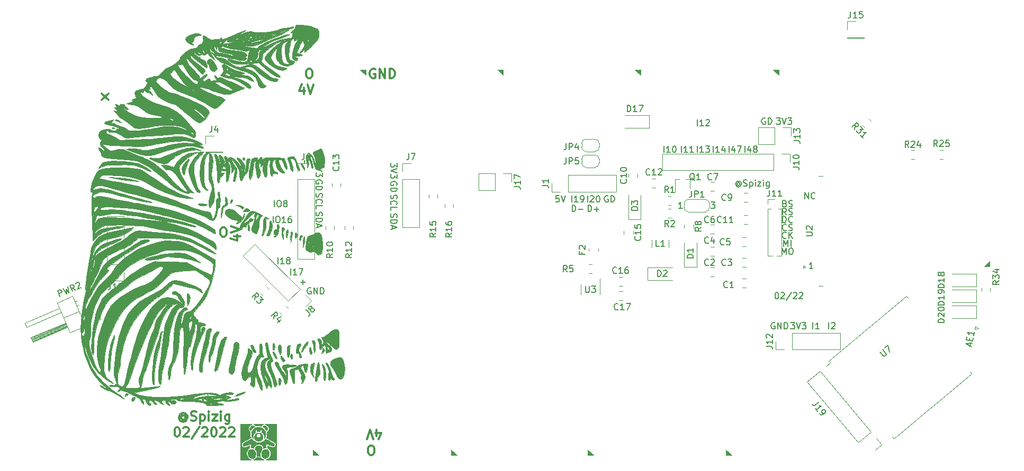
<source format=gbr>
%TF.GenerationSoftware,KiCad,Pcbnew,(5.1.10)-1*%
%TF.CreationDate,2022-02-17T21:55:52+01:00*%
%TF.ProjectId,keyboardEink,6b657962-6f61-4726-9445-696e6b2e6b69,rev?*%
%TF.SameCoordinates,Original*%
%TF.FileFunction,Legend,Top*%
%TF.FilePolarity,Positive*%
%FSLAX46Y46*%
G04 Gerber Fmt 4.6, Leading zero omitted, Abs format (unit mm)*
G04 Created by KiCad (PCBNEW (5.1.10)-1) date 2022-02-17 21:55:52*
%MOMM*%
%LPD*%
G01*
G04 APERTURE LIST*
%ADD10C,0.300000*%
%ADD11C,0.150000*%
%ADD12C,0.010000*%
%ADD13C,0.120000*%
%ADD14C,0.100000*%
G04 APERTURE END LIST*
D10*
X97864571Y-131705285D02*
X97793142Y-131633857D01*
X97650285Y-131562428D01*
X97507428Y-131562428D01*
X97364571Y-131633857D01*
X97293142Y-131705285D01*
X97221714Y-131848142D01*
X97221714Y-131991000D01*
X97293142Y-132133857D01*
X97364571Y-132205285D01*
X97507428Y-132276714D01*
X97650285Y-132276714D01*
X97793142Y-132205285D01*
X97864571Y-132133857D01*
X97864571Y-131562428D02*
X97864571Y-132133857D01*
X97936000Y-132205285D01*
X98007428Y-132205285D01*
X98150285Y-132133857D01*
X98221714Y-131991000D01*
X98221714Y-131633857D01*
X98078857Y-131419571D01*
X97864571Y-131276714D01*
X97578857Y-131205285D01*
X97293142Y-131276714D01*
X97078857Y-131419571D01*
X96936000Y-131633857D01*
X96864571Y-131919571D01*
X96936000Y-132205285D01*
X97078857Y-132419571D01*
X97293142Y-132562428D01*
X97578857Y-132633857D01*
X97864571Y-132562428D01*
X98078857Y-132419571D01*
X98793142Y-132348142D02*
X99007428Y-132419571D01*
X99364571Y-132419571D01*
X99507428Y-132348142D01*
X99578857Y-132276714D01*
X99650285Y-132133857D01*
X99650285Y-131991000D01*
X99578857Y-131848142D01*
X99507428Y-131776714D01*
X99364571Y-131705285D01*
X99078857Y-131633857D01*
X98936000Y-131562428D01*
X98864571Y-131491000D01*
X98793142Y-131348142D01*
X98793142Y-131205285D01*
X98864571Y-131062428D01*
X98936000Y-130991000D01*
X99078857Y-130919571D01*
X99436000Y-130919571D01*
X99650285Y-130991000D01*
X100293142Y-131419571D02*
X100293142Y-132919571D01*
X100293142Y-131491000D02*
X100436000Y-131419571D01*
X100721714Y-131419571D01*
X100864571Y-131491000D01*
X100936000Y-131562428D01*
X101007428Y-131705285D01*
X101007428Y-132133857D01*
X100936000Y-132276714D01*
X100864571Y-132348142D01*
X100721714Y-132419571D01*
X100436000Y-132419571D01*
X100293142Y-132348142D01*
X101650285Y-132419571D02*
X101650285Y-131419571D01*
X101650285Y-130919571D02*
X101578857Y-130991000D01*
X101650285Y-131062428D01*
X101721714Y-130991000D01*
X101650285Y-130919571D01*
X101650285Y-131062428D01*
X102221714Y-131419571D02*
X103007428Y-131419571D01*
X102221714Y-132419571D01*
X103007428Y-132419571D01*
X103578857Y-132419571D02*
X103578857Y-131419571D01*
X103578857Y-130919571D02*
X103507428Y-130991000D01*
X103578857Y-131062428D01*
X103650285Y-130991000D01*
X103578857Y-130919571D01*
X103578857Y-131062428D01*
X104936000Y-131419571D02*
X104936000Y-132633857D01*
X104864571Y-132776714D01*
X104793142Y-132848142D01*
X104650285Y-132919571D01*
X104436000Y-132919571D01*
X104293142Y-132848142D01*
X104936000Y-132348142D02*
X104793142Y-132419571D01*
X104507428Y-132419571D01*
X104364571Y-132348142D01*
X104293142Y-132276714D01*
X104221714Y-132133857D01*
X104221714Y-131705285D01*
X104293142Y-131562428D01*
X104364571Y-131491000D01*
X104507428Y-131419571D01*
X104793142Y-131419571D01*
X104936000Y-131491000D01*
X96507428Y-133469571D02*
X96650285Y-133469571D01*
X96793142Y-133541000D01*
X96864571Y-133612428D01*
X96936000Y-133755285D01*
X97007428Y-134041000D01*
X97007428Y-134398142D01*
X96936000Y-134683857D01*
X96864571Y-134826714D01*
X96793142Y-134898142D01*
X96650285Y-134969571D01*
X96507428Y-134969571D01*
X96364571Y-134898142D01*
X96293142Y-134826714D01*
X96221714Y-134683857D01*
X96150285Y-134398142D01*
X96150285Y-134041000D01*
X96221714Y-133755285D01*
X96293142Y-133612428D01*
X96364571Y-133541000D01*
X96507428Y-133469571D01*
X97578857Y-133612428D02*
X97650285Y-133541000D01*
X97793142Y-133469571D01*
X98150285Y-133469571D01*
X98293142Y-133541000D01*
X98364571Y-133612428D01*
X98436000Y-133755285D01*
X98436000Y-133898142D01*
X98364571Y-134112428D01*
X97507428Y-134969571D01*
X98436000Y-134969571D01*
X100150285Y-133398142D02*
X98864571Y-135326714D01*
X100578857Y-133612428D02*
X100650285Y-133541000D01*
X100793142Y-133469571D01*
X101150285Y-133469571D01*
X101293142Y-133541000D01*
X101364571Y-133612428D01*
X101436000Y-133755285D01*
X101436000Y-133898142D01*
X101364571Y-134112428D01*
X100507428Y-134969571D01*
X101436000Y-134969571D01*
X102364571Y-133469571D02*
X102507428Y-133469571D01*
X102650285Y-133541000D01*
X102721714Y-133612428D01*
X102793142Y-133755285D01*
X102864571Y-134041000D01*
X102864571Y-134398142D01*
X102793142Y-134683857D01*
X102721714Y-134826714D01*
X102650285Y-134898142D01*
X102507428Y-134969571D01*
X102364571Y-134969571D01*
X102221714Y-134898142D01*
X102150285Y-134826714D01*
X102078857Y-134683857D01*
X102007428Y-134398142D01*
X102007428Y-134041000D01*
X102078857Y-133755285D01*
X102150285Y-133612428D01*
X102221714Y-133541000D01*
X102364571Y-133469571D01*
X103436000Y-133612428D02*
X103507428Y-133541000D01*
X103650285Y-133469571D01*
X104007428Y-133469571D01*
X104150285Y-133541000D01*
X104221714Y-133612428D01*
X104293142Y-133755285D01*
X104293142Y-133898142D01*
X104221714Y-134112428D01*
X103364571Y-134969571D01*
X104293142Y-134969571D01*
X104864571Y-133612428D02*
X104936000Y-133541000D01*
X105078857Y-133469571D01*
X105436000Y-133469571D01*
X105578857Y-133541000D01*
X105650285Y-133612428D01*
X105721714Y-133755285D01*
X105721714Y-133898142D01*
X105650285Y-134112428D01*
X104793142Y-134969571D01*
X105721714Y-134969571D01*
D11*
X200789809Y-117720380D02*
X200789809Y-116720380D01*
X201218380Y-116815619D02*
X201266000Y-116768000D01*
X201361238Y-116720380D01*
X201599333Y-116720380D01*
X201694571Y-116768000D01*
X201742190Y-116815619D01*
X201789809Y-116910857D01*
X201789809Y-117006095D01*
X201742190Y-117148952D01*
X201170761Y-117720380D01*
X201789809Y-117720380D01*
X198249809Y-117720380D02*
X198249809Y-116720380D01*
X199249809Y-117720380D02*
X198678380Y-117720380D01*
X198964095Y-117720380D02*
X198964095Y-116720380D01*
X198868857Y-116863238D01*
X198773619Y-116958476D01*
X198678380Y-117006095D01*
X194693904Y-116720380D02*
X195312952Y-116720380D01*
X194979619Y-117101333D01*
X195122476Y-117101333D01*
X195217714Y-117148952D01*
X195265333Y-117196571D01*
X195312952Y-117291809D01*
X195312952Y-117529904D01*
X195265333Y-117625142D01*
X195217714Y-117672761D01*
X195122476Y-117720380D01*
X194836761Y-117720380D01*
X194741523Y-117672761D01*
X194693904Y-117625142D01*
X195598666Y-116720380D02*
X195932000Y-117720380D01*
X196265333Y-116720380D01*
X196503428Y-116720380D02*
X197122476Y-116720380D01*
X196789142Y-117101333D01*
X196932000Y-117101333D01*
X197027238Y-117148952D01*
X197074857Y-117196571D01*
X197122476Y-117291809D01*
X197122476Y-117529904D01*
X197074857Y-117625142D01*
X197027238Y-117672761D01*
X196932000Y-117720380D01*
X196646285Y-117720380D01*
X196551047Y-117672761D01*
X196503428Y-117625142D01*
X192122095Y-116768000D02*
X192026857Y-116720380D01*
X191884000Y-116720380D01*
X191741142Y-116768000D01*
X191645904Y-116863238D01*
X191598285Y-116958476D01*
X191550666Y-117148952D01*
X191550666Y-117291809D01*
X191598285Y-117482285D01*
X191645904Y-117577523D01*
X191741142Y-117672761D01*
X191884000Y-117720380D01*
X191979238Y-117720380D01*
X192122095Y-117672761D01*
X192169714Y-117625142D01*
X192169714Y-117291809D01*
X191979238Y-117291809D01*
X192598285Y-117720380D02*
X192598285Y-116720380D01*
X193169714Y-117720380D01*
X193169714Y-116720380D01*
X193645904Y-117720380D02*
X193645904Y-116720380D01*
X193884000Y-116720380D01*
X194026857Y-116768000D01*
X194122095Y-116863238D01*
X194169714Y-116958476D01*
X194217333Y-117148952D01*
X194217333Y-117291809D01*
X194169714Y-117482285D01*
X194122095Y-117577523D01*
X194026857Y-117672761D01*
X193884000Y-117720380D01*
X193645904Y-117720380D01*
X193963523Y-103147142D02*
X193915904Y-103194761D01*
X193773047Y-103242380D01*
X193677809Y-103242380D01*
X193534952Y-103194761D01*
X193439714Y-103099523D01*
X193392095Y-103004285D01*
X193344476Y-102813809D01*
X193344476Y-102670952D01*
X193392095Y-102480476D01*
X193439714Y-102385238D01*
X193534952Y-102290000D01*
X193677809Y-102242380D01*
X193773047Y-102242380D01*
X193915904Y-102290000D01*
X193963523Y-102337619D01*
X194392095Y-103242380D02*
X194392095Y-102242380D01*
X194963523Y-103242380D02*
X194534952Y-102670952D01*
X194963523Y-102242380D02*
X194392095Y-102813809D01*
D10*
X127748857Y-137901428D02*
X127463142Y-137901428D01*
X127320285Y-137830000D01*
X127177428Y-137687142D01*
X127106000Y-137401428D01*
X127106000Y-136901428D01*
X127177428Y-136615714D01*
X127320285Y-136472857D01*
X127463142Y-136401428D01*
X127748857Y-136401428D01*
X127891714Y-136472857D01*
X128034571Y-136615714D01*
X128106000Y-136901428D01*
X128106000Y-137401428D01*
X128034571Y-137687142D01*
X127891714Y-137830000D01*
X127748857Y-137901428D01*
X128471142Y-134861428D02*
X128471142Y-133861428D01*
X128828285Y-135432857D02*
X129185428Y-134361428D01*
X128256857Y-134361428D01*
X127899714Y-135361428D02*
X127399714Y-133861428D01*
X126899714Y-135361428D01*
X117557142Y-76060571D02*
X117842857Y-76060571D01*
X117985714Y-76132000D01*
X118128571Y-76274857D01*
X118200000Y-76560571D01*
X118200000Y-77060571D01*
X118128571Y-77346285D01*
X117985714Y-77489142D01*
X117842857Y-77560571D01*
X117557142Y-77560571D01*
X117414285Y-77489142D01*
X117271428Y-77346285D01*
X117200000Y-77060571D01*
X117200000Y-76560571D01*
X117271428Y-76274857D01*
X117414285Y-76132000D01*
X117557142Y-76060571D01*
X128241142Y-76132000D02*
X128098285Y-76060571D01*
X127884000Y-76060571D01*
X127669714Y-76132000D01*
X127526857Y-76274857D01*
X127455428Y-76417714D01*
X127384000Y-76703428D01*
X127384000Y-76917714D01*
X127455428Y-77203428D01*
X127526857Y-77346285D01*
X127669714Y-77489142D01*
X127884000Y-77560571D01*
X128026857Y-77560571D01*
X128241142Y-77489142D01*
X128312571Y-77417714D01*
X128312571Y-76917714D01*
X128026857Y-76917714D01*
X128955428Y-77560571D02*
X128955428Y-76060571D01*
X129812571Y-77560571D01*
X129812571Y-76060571D01*
X130526857Y-77560571D02*
X130526857Y-76060571D01*
X130884000Y-76060571D01*
X131098285Y-76132000D01*
X131241142Y-76274857D01*
X131312571Y-76417714D01*
X131384000Y-76703428D01*
X131384000Y-76917714D01*
X131312571Y-77203428D01*
X131241142Y-77346285D01*
X131098285Y-77489142D01*
X130884000Y-77560571D01*
X130526857Y-77560571D01*
X116834857Y-79100571D02*
X116834857Y-80100571D01*
X116477714Y-78529142D02*
X116120571Y-79600571D01*
X117049142Y-79600571D01*
X117406285Y-78600571D02*
X117906285Y-80100571D01*
X118406285Y-78600571D01*
X103488000Y-91475142D02*
X103416571Y-91618000D01*
X103416571Y-91832285D01*
X103488000Y-92046571D01*
X103630857Y-92189428D01*
X103773714Y-92260857D01*
X104059428Y-92332285D01*
X104273714Y-92332285D01*
X104559428Y-92260857D01*
X104702285Y-92189428D01*
X104845142Y-92046571D01*
X104916571Y-91832285D01*
X104916571Y-91689428D01*
X104845142Y-91475142D01*
X104773714Y-91403714D01*
X104273714Y-91403714D01*
X104273714Y-91689428D01*
X103841142Y-101460571D02*
X104126857Y-101460571D01*
X104269714Y-101532000D01*
X104412571Y-101674857D01*
X104484000Y-101960571D01*
X104484000Y-102460571D01*
X104412571Y-102746285D01*
X104269714Y-102889142D01*
X104126857Y-102960571D01*
X103841142Y-102960571D01*
X103698285Y-102889142D01*
X103555428Y-102746285D01*
X103484000Y-102460571D01*
X103484000Y-101960571D01*
X103555428Y-101674857D01*
X103698285Y-101532000D01*
X103841142Y-101460571D01*
X105694571Y-102893142D02*
X106694571Y-102893142D01*
X105123142Y-103250285D02*
X106194571Y-103607428D01*
X106194571Y-102678857D01*
X105194571Y-102321714D02*
X106694571Y-101821714D01*
X105194571Y-101321714D01*
D11*
X117954095Y-111180000D02*
X117858857Y-111132380D01*
X117716000Y-111132380D01*
X117573142Y-111180000D01*
X117477904Y-111275238D01*
X117430285Y-111370476D01*
X117382666Y-111560952D01*
X117382666Y-111703809D01*
X117430285Y-111894285D01*
X117477904Y-111989523D01*
X117573142Y-112084761D01*
X117716000Y-112132380D01*
X117811238Y-112132380D01*
X117954095Y-112084761D01*
X118001714Y-112037142D01*
X118001714Y-111703809D01*
X117811238Y-111703809D01*
X118430285Y-112132380D02*
X118430285Y-111132380D01*
X119001714Y-112132380D01*
X119001714Y-111132380D01*
X119477904Y-112132380D02*
X119477904Y-111132380D01*
X119716000Y-111132380D01*
X119858857Y-111180000D01*
X119954095Y-111275238D01*
X120001714Y-111370476D01*
X120049333Y-111560952D01*
X120049333Y-111703809D01*
X120001714Y-111894285D01*
X119954095Y-111989523D01*
X119858857Y-112084761D01*
X119716000Y-112132380D01*
X119477904Y-112132380D01*
X116303047Y-110227428D02*
X117064952Y-110227428D01*
X116684000Y-110608380D02*
X116684000Y-109846476D01*
X112683619Y-107306380D02*
X112683619Y-106306380D01*
X113683619Y-107306380D02*
X113112190Y-107306380D01*
X113397904Y-107306380D02*
X113397904Y-106306380D01*
X113302666Y-106449238D01*
X113207428Y-106544476D01*
X113112190Y-106592095D01*
X114255047Y-106734952D02*
X114159809Y-106687333D01*
X114112190Y-106639714D01*
X114064571Y-106544476D01*
X114064571Y-106496857D01*
X114112190Y-106401619D01*
X114159809Y-106354000D01*
X114255047Y-106306380D01*
X114445523Y-106306380D01*
X114540761Y-106354000D01*
X114588380Y-106401619D01*
X114636000Y-106496857D01*
X114636000Y-106544476D01*
X114588380Y-106639714D01*
X114540761Y-106687333D01*
X114445523Y-106734952D01*
X114255047Y-106734952D01*
X114159809Y-106782571D01*
X114112190Y-106830190D01*
X114064571Y-106925428D01*
X114064571Y-107115904D01*
X114112190Y-107211142D01*
X114159809Y-107258761D01*
X114255047Y-107306380D01*
X114445523Y-107306380D01*
X114540761Y-107258761D01*
X114588380Y-107211142D01*
X114636000Y-107115904D01*
X114636000Y-106925428D01*
X114588380Y-106830190D01*
X114540761Y-106782571D01*
X114445523Y-106734952D01*
X114715619Y-109084380D02*
X114715619Y-108084380D01*
X115715619Y-109084380D02*
X115144190Y-109084380D01*
X115429904Y-109084380D02*
X115429904Y-108084380D01*
X115334666Y-108227238D01*
X115239428Y-108322476D01*
X115144190Y-108370095D01*
X116048952Y-108084380D02*
X116715619Y-108084380D01*
X116287047Y-109084380D01*
X177199619Y-89452380D02*
X177199619Y-88452380D01*
X178199619Y-89452380D02*
X177628190Y-89452380D01*
X177913904Y-89452380D02*
X177913904Y-88452380D01*
X177818666Y-88595238D01*
X177723428Y-88690476D01*
X177628190Y-88738095D01*
X179152000Y-89452380D02*
X178580571Y-89452380D01*
X178866285Y-89452380D02*
X178866285Y-88452380D01*
X178771047Y-88595238D01*
X178675809Y-88690476D01*
X178580571Y-88738095D01*
X174405619Y-89452380D02*
X174405619Y-88452380D01*
X175405619Y-89452380D02*
X174834190Y-89452380D01*
X175119904Y-89452380D02*
X175119904Y-88452380D01*
X175024666Y-88595238D01*
X174929428Y-88690476D01*
X174834190Y-88738095D01*
X176024666Y-88452380D02*
X176119904Y-88452380D01*
X176215142Y-88500000D01*
X176262761Y-88547619D01*
X176310380Y-88642857D01*
X176358000Y-88833333D01*
X176358000Y-89071428D01*
X176310380Y-89261904D01*
X176262761Y-89357142D01*
X176215142Y-89404761D01*
X176119904Y-89452380D01*
X176024666Y-89452380D01*
X175929428Y-89404761D01*
X175881809Y-89357142D01*
X175834190Y-89261904D01*
X175786571Y-89071428D01*
X175786571Y-88833333D01*
X175834190Y-88642857D01*
X175881809Y-88547619D01*
X175929428Y-88500000D01*
X176024666Y-88452380D01*
X112128000Y-98162380D02*
X112128000Y-97162380D01*
X112794666Y-97162380D02*
X112985142Y-97162380D01*
X113080380Y-97210000D01*
X113175619Y-97305238D01*
X113223238Y-97495714D01*
X113223238Y-97829047D01*
X113175619Y-98019523D01*
X113080380Y-98114761D01*
X112985142Y-98162380D01*
X112794666Y-98162380D01*
X112699428Y-98114761D01*
X112604190Y-98019523D01*
X112556571Y-97829047D01*
X112556571Y-97495714D01*
X112604190Y-97305238D01*
X112699428Y-97210000D01*
X112794666Y-97162380D01*
X113794666Y-97590952D02*
X113699428Y-97543333D01*
X113651809Y-97495714D01*
X113604190Y-97400476D01*
X113604190Y-97352857D01*
X113651809Y-97257619D01*
X113699428Y-97210000D01*
X113794666Y-97162380D01*
X113985142Y-97162380D01*
X114080380Y-97210000D01*
X114128000Y-97257619D01*
X114175619Y-97352857D01*
X114175619Y-97400476D01*
X114128000Y-97495714D01*
X114080380Y-97543333D01*
X113985142Y-97590952D01*
X113794666Y-97590952D01*
X113699428Y-97638571D01*
X113651809Y-97686190D01*
X113604190Y-97781428D01*
X113604190Y-97971904D01*
X113651809Y-98067142D01*
X113699428Y-98114761D01*
X113794666Y-98162380D01*
X113985142Y-98162380D01*
X114080380Y-98114761D01*
X114128000Y-98067142D01*
X114175619Y-97971904D01*
X114175619Y-97781428D01*
X114128000Y-97686190D01*
X114080380Y-97638571D01*
X113985142Y-97590952D01*
X111905809Y-100702380D02*
X111905809Y-99702380D01*
X112572476Y-99702380D02*
X112762952Y-99702380D01*
X112858190Y-99750000D01*
X112953428Y-99845238D01*
X113001047Y-100035714D01*
X113001047Y-100369047D01*
X112953428Y-100559523D01*
X112858190Y-100654761D01*
X112762952Y-100702380D01*
X112572476Y-100702380D01*
X112477238Y-100654761D01*
X112382000Y-100559523D01*
X112334380Y-100369047D01*
X112334380Y-100035714D01*
X112382000Y-99845238D01*
X112477238Y-99750000D01*
X112572476Y-99702380D01*
X113953428Y-100702380D02*
X113382000Y-100702380D01*
X113667714Y-100702380D02*
X113667714Y-99702380D01*
X113572476Y-99845238D01*
X113477238Y-99940476D01*
X113382000Y-99988095D01*
X114810571Y-99702380D02*
X114620095Y-99702380D01*
X114524857Y-99750000D01*
X114477238Y-99797619D01*
X114382000Y-99940476D01*
X114334380Y-100130952D01*
X114334380Y-100511904D01*
X114382000Y-100607142D01*
X114429619Y-100654761D01*
X114524857Y-100702380D01*
X114715333Y-100702380D01*
X114810571Y-100654761D01*
X114858190Y-100607142D01*
X114905809Y-100511904D01*
X114905809Y-100273809D01*
X114858190Y-100178571D01*
X114810571Y-100130952D01*
X114715333Y-100083333D01*
X114524857Y-100083333D01*
X114429619Y-100130952D01*
X114382000Y-100178571D01*
X114334380Y-100273809D01*
X119771619Y-90883904D02*
X119771619Y-91502952D01*
X119390666Y-91169619D01*
X119390666Y-91312476D01*
X119343047Y-91407714D01*
X119295428Y-91455333D01*
X119200190Y-91502952D01*
X118962095Y-91502952D01*
X118866857Y-91455333D01*
X118819238Y-91407714D01*
X118771619Y-91312476D01*
X118771619Y-91026761D01*
X118819238Y-90931523D01*
X118866857Y-90883904D01*
X119771619Y-91788666D02*
X118771619Y-92122000D01*
X119771619Y-92455333D01*
X119771619Y-92693428D02*
X119771619Y-93312476D01*
X119390666Y-92979142D01*
X119390666Y-93122000D01*
X119343047Y-93217238D01*
X119295428Y-93264857D01*
X119200190Y-93312476D01*
X118962095Y-93312476D01*
X118866857Y-93264857D01*
X118819238Y-93217238D01*
X118771619Y-93122000D01*
X118771619Y-92836285D01*
X118819238Y-92741047D01*
X118866857Y-92693428D01*
X119724000Y-94423904D02*
X119771619Y-94328666D01*
X119771619Y-94185809D01*
X119724000Y-94042952D01*
X119628761Y-93947714D01*
X119533523Y-93900095D01*
X119343047Y-93852476D01*
X119200190Y-93852476D01*
X119009714Y-93900095D01*
X118914476Y-93947714D01*
X118819238Y-94042952D01*
X118771619Y-94185809D01*
X118771619Y-94281047D01*
X118819238Y-94423904D01*
X118866857Y-94471523D01*
X119200190Y-94471523D01*
X119200190Y-94281047D01*
X118771619Y-94900095D02*
X119771619Y-94900095D01*
X119771619Y-95138190D01*
X119724000Y-95281047D01*
X119628761Y-95376285D01*
X119533523Y-95423904D01*
X119343047Y-95471523D01*
X119200190Y-95471523D01*
X119009714Y-95423904D01*
X118914476Y-95376285D01*
X118819238Y-95281047D01*
X118771619Y-95138190D01*
X118771619Y-94900095D01*
X118819238Y-99035714D02*
X118771619Y-99178571D01*
X118771619Y-99416666D01*
X118819238Y-99511904D01*
X118866857Y-99559523D01*
X118962095Y-99607142D01*
X119057333Y-99607142D01*
X119152571Y-99559523D01*
X119200190Y-99511904D01*
X119247809Y-99416666D01*
X119295428Y-99226190D01*
X119343047Y-99130952D01*
X119390666Y-99083333D01*
X119485904Y-99035714D01*
X119581142Y-99035714D01*
X119676380Y-99083333D01*
X119724000Y-99130952D01*
X119771619Y-99226190D01*
X119771619Y-99464285D01*
X119724000Y-99607142D01*
X118771619Y-100035714D02*
X119771619Y-100035714D01*
X119771619Y-100273809D01*
X119724000Y-100416666D01*
X119628761Y-100511904D01*
X119533523Y-100559523D01*
X119343047Y-100607142D01*
X119200190Y-100607142D01*
X119009714Y-100559523D01*
X118914476Y-100511904D01*
X118819238Y-100416666D01*
X118771619Y-100273809D01*
X118771619Y-100035714D01*
X119057333Y-100988095D02*
X119057333Y-101464285D01*
X118771619Y-100892857D02*
X119771619Y-101226190D01*
X118771619Y-101559523D01*
X118819238Y-96011523D02*
X118771619Y-96154380D01*
X118771619Y-96392476D01*
X118819238Y-96487714D01*
X118866857Y-96535333D01*
X118962095Y-96582952D01*
X119057333Y-96582952D01*
X119152571Y-96535333D01*
X119200190Y-96487714D01*
X119247809Y-96392476D01*
X119295428Y-96202000D01*
X119343047Y-96106761D01*
X119390666Y-96059142D01*
X119485904Y-96011523D01*
X119581142Y-96011523D01*
X119676380Y-96059142D01*
X119724000Y-96106761D01*
X119771619Y-96202000D01*
X119771619Y-96440095D01*
X119724000Y-96582952D01*
X118866857Y-97582952D02*
X118819238Y-97535333D01*
X118771619Y-97392476D01*
X118771619Y-97297238D01*
X118819238Y-97154380D01*
X118914476Y-97059142D01*
X119009714Y-97011523D01*
X119200190Y-96963904D01*
X119343047Y-96963904D01*
X119533523Y-97011523D01*
X119628761Y-97059142D01*
X119724000Y-97154380D01*
X119771619Y-97297238D01*
X119771619Y-97392476D01*
X119724000Y-97535333D01*
X119676380Y-97582952D01*
X118771619Y-98487714D02*
X118771619Y-98011523D01*
X119771619Y-98011523D01*
X131709619Y-91137904D02*
X131709619Y-91756952D01*
X131328666Y-91423619D01*
X131328666Y-91566476D01*
X131281047Y-91661714D01*
X131233428Y-91709333D01*
X131138190Y-91756952D01*
X130900095Y-91756952D01*
X130804857Y-91709333D01*
X130757238Y-91661714D01*
X130709619Y-91566476D01*
X130709619Y-91280761D01*
X130757238Y-91185523D01*
X130804857Y-91137904D01*
X131709619Y-92042666D02*
X130709619Y-92376000D01*
X131709619Y-92709333D01*
X131709619Y-92947428D02*
X131709619Y-93566476D01*
X131328666Y-93233142D01*
X131328666Y-93376000D01*
X131281047Y-93471238D01*
X131233428Y-93518857D01*
X131138190Y-93566476D01*
X130900095Y-93566476D01*
X130804857Y-93518857D01*
X130757238Y-93471238D01*
X130709619Y-93376000D01*
X130709619Y-93090285D01*
X130757238Y-92995047D01*
X130804857Y-92947428D01*
X131662000Y-94677904D02*
X131709619Y-94582666D01*
X131709619Y-94439809D01*
X131662000Y-94296952D01*
X131566761Y-94201714D01*
X131471523Y-94154095D01*
X131281047Y-94106476D01*
X131138190Y-94106476D01*
X130947714Y-94154095D01*
X130852476Y-94201714D01*
X130757238Y-94296952D01*
X130709619Y-94439809D01*
X130709619Y-94535047D01*
X130757238Y-94677904D01*
X130804857Y-94725523D01*
X131138190Y-94725523D01*
X131138190Y-94535047D01*
X130709619Y-95154095D02*
X131709619Y-95154095D01*
X131709619Y-95392190D01*
X131662000Y-95535047D01*
X131566761Y-95630285D01*
X131471523Y-95677904D01*
X131281047Y-95725523D01*
X131138190Y-95725523D01*
X130947714Y-95677904D01*
X130852476Y-95630285D01*
X130757238Y-95535047D01*
X130709619Y-95392190D01*
X130709619Y-95154095D01*
X130757238Y-96265523D02*
X130709619Y-96408380D01*
X130709619Y-96646476D01*
X130757238Y-96741714D01*
X130804857Y-96789333D01*
X130900095Y-96836952D01*
X130995333Y-96836952D01*
X131090571Y-96789333D01*
X131138190Y-96741714D01*
X131185809Y-96646476D01*
X131233428Y-96456000D01*
X131281047Y-96360761D01*
X131328666Y-96313142D01*
X131423904Y-96265523D01*
X131519142Y-96265523D01*
X131614380Y-96313142D01*
X131662000Y-96360761D01*
X131709619Y-96456000D01*
X131709619Y-96694095D01*
X131662000Y-96836952D01*
X130804857Y-97836952D02*
X130757238Y-97789333D01*
X130709619Y-97646476D01*
X130709619Y-97551238D01*
X130757238Y-97408380D01*
X130852476Y-97313142D01*
X130947714Y-97265523D01*
X131138190Y-97217904D01*
X131281047Y-97217904D01*
X131471523Y-97265523D01*
X131566761Y-97313142D01*
X131662000Y-97408380D01*
X131709619Y-97551238D01*
X131709619Y-97646476D01*
X131662000Y-97789333D01*
X131614380Y-97836952D01*
X130709619Y-98741714D02*
X130709619Y-98265523D01*
X131709619Y-98265523D01*
X130757238Y-99289714D02*
X130709619Y-99432571D01*
X130709619Y-99670666D01*
X130757238Y-99765904D01*
X130804857Y-99813523D01*
X130900095Y-99861142D01*
X130995333Y-99861142D01*
X131090571Y-99813523D01*
X131138190Y-99765904D01*
X131185809Y-99670666D01*
X131233428Y-99480190D01*
X131281047Y-99384952D01*
X131328666Y-99337333D01*
X131423904Y-99289714D01*
X131519142Y-99289714D01*
X131614380Y-99337333D01*
X131662000Y-99384952D01*
X131709619Y-99480190D01*
X131709619Y-99718285D01*
X131662000Y-99861142D01*
X130709619Y-100289714D02*
X131709619Y-100289714D01*
X131709619Y-100527809D01*
X131662000Y-100670666D01*
X131566761Y-100765904D01*
X131471523Y-100813523D01*
X131281047Y-100861142D01*
X131138190Y-100861142D01*
X130947714Y-100813523D01*
X130852476Y-100765904D01*
X130757238Y-100670666D01*
X130709619Y-100527809D01*
X130709619Y-100289714D01*
X130995333Y-101242095D02*
X130995333Y-101718285D01*
X130709619Y-101146857D02*
X131709619Y-101480190D01*
X130709619Y-101813523D01*
D10*
X84496267Y-81077763D02*
X85573763Y-80000267D01*
X85573763Y-81077763D02*
X84496267Y-80000267D01*
D11*
X179739619Y-85208380D02*
X179739619Y-84208380D01*
X180739619Y-85208380D02*
X180168190Y-85208380D01*
X180453904Y-85208380D02*
X180453904Y-84208380D01*
X180358666Y-84351238D01*
X180263428Y-84446476D01*
X180168190Y-84494095D01*
X181120571Y-84303619D02*
X181168190Y-84256000D01*
X181263428Y-84208380D01*
X181501523Y-84208380D01*
X181596761Y-84256000D01*
X181644380Y-84303619D01*
X181692000Y-84398857D01*
X181692000Y-84494095D01*
X181644380Y-84636952D01*
X181072952Y-85208380D01*
X181692000Y-85208380D01*
X179739619Y-89452380D02*
X179739619Y-88452380D01*
X180739619Y-89452380D02*
X180168190Y-89452380D01*
X180453904Y-89452380D02*
X180453904Y-88452380D01*
X180358666Y-88595238D01*
X180263428Y-88690476D01*
X180168190Y-88738095D01*
X181072952Y-88452380D02*
X181692000Y-88452380D01*
X181358666Y-88833333D01*
X181501523Y-88833333D01*
X181596761Y-88880952D01*
X181644380Y-88928571D01*
X181692000Y-89023809D01*
X181692000Y-89261904D01*
X181644380Y-89357142D01*
X181596761Y-89404761D01*
X181501523Y-89452380D01*
X181215809Y-89452380D01*
X181120571Y-89404761D01*
X181072952Y-89357142D01*
X182279619Y-89452380D02*
X182279619Y-88452380D01*
X183279619Y-89452380D02*
X182708190Y-89452380D01*
X182993904Y-89452380D02*
X182993904Y-88452380D01*
X182898666Y-88595238D01*
X182803428Y-88690476D01*
X182708190Y-88738095D01*
X184136761Y-88785714D02*
X184136761Y-89452380D01*
X183898666Y-88404761D02*
X183660571Y-89119047D01*
X184279619Y-89119047D01*
X184819619Y-89452380D02*
X184819619Y-88452380D01*
X185724380Y-88785714D02*
X185724380Y-89452380D01*
X185486285Y-88404761D02*
X185248190Y-89119047D01*
X185867238Y-89119047D01*
X186152952Y-88452380D02*
X186819619Y-88452380D01*
X186391047Y-89452380D01*
X187359619Y-89452380D02*
X187359619Y-88452380D01*
X188264380Y-88785714D02*
X188264380Y-89452380D01*
X188026285Y-88404761D02*
X187788190Y-89119047D01*
X188407238Y-89119047D01*
X188931047Y-88880952D02*
X188835809Y-88833333D01*
X188788190Y-88785714D01*
X188740571Y-88690476D01*
X188740571Y-88642857D01*
X188788190Y-88547619D01*
X188835809Y-88500000D01*
X188931047Y-88452380D01*
X189121523Y-88452380D01*
X189216761Y-88500000D01*
X189264380Y-88547619D01*
X189312000Y-88642857D01*
X189312000Y-88690476D01*
X189264380Y-88785714D01*
X189216761Y-88833333D01*
X189121523Y-88880952D01*
X188931047Y-88880952D01*
X188835809Y-88928571D01*
X188788190Y-88976190D01*
X188740571Y-89071428D01*
X188740571Y-89261904D01*
X188788190Y-89357142D01*
X188835809Y-89404761D01*
X188931047Y-89452380D01*
X189121523Y-89452380D01*
X189216761Y-89404761D01*
X189264380Y-89357142D01*
X189312000Y-89261904D01*
X189312000Y-89071428D01*
X189264380Y-88976190D01*
X189216761Y-88928571D01*
X189121523Y-88880952D01*
X190613904Y-84002000D02*
X190518666Y-83954380D01*
X190375809Y-83954380D01*
X190232952Y-84002000D01*
X190137714Y-84097238D01*
X190090095Y-84192476D01*
X190042476Y-84382952D01*
X190042476Y-84525809D01*
X190090095Y-84716285D01*
X190137714Y-84811523D01*
X190232952Y-84906761D01*
X190375809Y-84954380D01*
X190471047Y-84954380D01*
X190613904Y-84906761D01*
X190661523Y-84859142D01*
X190661523Y-84525809D01*
X190471047Y-84525809D01*
X191090095Y-84954380D02*
X191090095Y-83954380D01*
X191328190Y-83954380D01*
X191471047Y-84002000D01*
X191566285Y-84097238D01*
X191613904Y-84192476D01*
X191661523Y-84382952D01*
X191661523Y-84525809D01*
X191613904Y-84716285D01*
X191566285Y-84811523D01*
X191471047Y-84906761D01*
X191328190Y-84954380D01*
X191090095Y-84954380D01*
X192407904Y-83954380D02*
X193026952Y-83954380D01*
X192693619Y-84335333D01*
X192836476Y-84335333D01*
X192931714Y-84382952D01*
X192979333Y-84430571D01*
X193026952Y-84525809D01*
X193026952Y-84763904D01*
X192979333Y-84859142D01*
X192931714Y-84906761D01*
X192836476Y-84954380D01*
X192550761Y-84954380D01*
X192455523Y-84906761D01*
X192407904Y-84859142D01*
X193312666Y-83954380D02*
X193646000Y-84954380D01*
X193979333Y-83954380D01*
X194217428Y-83954380D02*
X194836476Y-83954380D01*
X194503142Y-84335333D01*
X194646000Y-84335333D01*
X194741238Y-84382952D01*
X194788857Y-84430571D01*
X194836476Y-84525809D01*
X194836476Y-84763904D01*
X194788857Y-84859142D01*
X194741238Y-84906761D01*
X194646000Y-84954380D01*
X194360285Y-84954380D01*
X194265047Y-84906761D01*
X194217428Y-84859142D01*
X159745047Y-98924380D02*
X159745047Y-97924380D01*
X159983142Y-97924380D01*
X160126000Y-97972000D01*
X160221238Y-98067238D01*
X160268857Y-98162476D01*
X160316476Y-98352952D01*
X160316476Y-98495809D01*
X160268857Y-98686285D01*
X160221238Y-98781523D01*
X160126000Y-98876761D01*
X159983142Y-98924380D01*
X159745047Y-98924380D01*
X160745047Y-98543428D02*
X161506952Y-98543428D01*
X157641523Y-96400380D02*
X157165333Y-96400380D01*
X157117714Y-96876571D01*
X157165333Y-96828952D01*
X157260571Y-96781333D01*
X157498666Y-96781333D01*
X157593904Y-96828952D01*
X157641523Y-96876571D01*
X157689142Y-96971809D01*
X157689142Y-97209904D01*
X157641523Y-97305142D01*
X157593904Y-97352761D01*
X157498666Y-97400380D01*
X157260571Y-97400380D01*
X157165333Y-97352761D01*
X157117714Y-97305142D01*
X157974857Y-96400380D02*
X158308190Y-97400380D01*
X158641523Y-96400380D01*
X159673619Y-97400380D02*
X159673619Y-96400380D01*
X160673619Y-97400380D02*
X160102190Y-97400380D01*
X160387904Y-97400380D02*
X160387904Y-96400380D01*
X160292666Y-96543238D01*
X160197428Y-96638476D01*
X160102190Y-96686095D01*
X161149809Y-97400380D02*
X161340285Y-97400380D01*
X161435523Y-97352761D01*
X161483142Y-97305142D01*
X161578380Y-97162285D01*
X161626000Y-96971809D01*
X161626000Y-96590857D01*
X161578380Y-96495619D01*
X161530761Y-96448000D01*
X161435523Y-96400380D01*
X161245047Y-96400380D01*
X161149809Y-96448000D01*
X161102190Y-96495619D01*
X161054571Y-96590857D01*
X161054571Y-96828952D01*
X161102190Y-96924190D01*
X161149809Y-96971809D01*
X161245047Y-97019428D01*
X161435523Y-97019428D01*
X161530761Y-96971809D01*
X161578380Y-96924190D01*
X161626000Y-96828952D01*
X162213619Y-97400380D02*
X162213619Y-96400380D01*
X162642190Y-96495619D02*
X162689809Y-96448000D01*
X162785047Y-96400380D01*
X163023142Y-96400380D01*
X163118380Y-96448000D01*
X163166000Y-96495619D01*
X163213619Y-96590857D01*
X163213619Y-96686095D01*
X163166000Y-96828952D01*
X162594571Y-97400380D01*
X163213619Y-97400380D01*
X163832666Y-96400380D02*
X163927904Y-96400380D01*
X164023142Y-96448000D01*
X164070761Y-96495619D01*
X164118380Y-96590857D01*
X164166000Y-96781333D01*
X164166000Y-97019428D01*
X164118380Y-97209904D01*
X164070761Y-97305142D01*
X164023142Y-97352761D01*
X163927904Y-97400380D01*
X163832666Y-97400380D01*
X163737428Y-97352761D01*
X163689809Y-97305142D01*
X163642190Y-97209904D01*
X163594571Y-97019428D01*
X163594571Y-96781333D01*
X163642190Y-96590857D01*
X163689809Y-96495619D01*
X163737428Y-96448000D01*
X163832666Y-96400380D01*
X165467904Y-96448000D02*
X165372666Y-96400380D01*
X165229809Y-96400380D01*
X165086952Y-96448000D01*
X164991714Y-96543238D01*
X164944095Y-96638476D01*
X164896476Y-96828952D01*
X164896476Y-96971809D01*
X164944095Y-97162285D01*
X164991714Y-97257523D01*
X165086952Y-97352761D01*
X165229809Y-97400380D01*
X165325047Y-97400380D01*
X165467904Y-97352761D01*
X165515523Y-97305142D01*
X165515523Y-96971809D01*
X165325047Y-96971809D01*
X165944095Y-97400380D02*
X165944095Y-96400380D01*
X166182190Y-96400380D01*
X166325047Y-96448000D01*
X166420285Y-96543238D01*
X166467904Y-96638476D01*
X166515523Y-96828952D01*
X166515523Y-96971809D01*
X166467904Y-97162285D01*
X166420285Y-97257523D01*
X166325047Y-97352761D01*
X166182190Y-97400380D01*
X165944095Y-97400380D01*
X192408000Y-111894380D02*
X192503238Y-111894380D01*
X192598476Y-111942000D01*
X192646095Y-111989619D01*
X192693714Y-112084857D01*
X192741333Y-112275333D01*
X192741333Y-112513428D01*
X192693714Y-112703904D01*
X192646095Y-112799142D01*
X192598476Y-112846761D01*
X192503238Y-112894380D01*
X192408000Y-112894380D01*
X192312761Y-112846761D01*
X192265142Y-112799142D01*
X192217523Y-112703904D01*
X192169904Y-112513428D01*
X192169904Y-112275333D01*
X192217523Y-112084857D01*
X192265142Y-111989619D01*
X192312761Y-111942000D01*
X192408000Y-111894380D01*
X193122285Y-111989619D02*
X193169904Y-111942000D01*
X193265142Y-111894380D01*
X193503238Y-111894380D01*
X193598476Y-111942000D01*
X193646095Y-111989619D01*
X193693714Y-112084857D01*
X193693714Y-112180095D01*
X193646095Y-112322952D01*
X193074666Y-112894380D01*
X193693714Y-112894380D01*
X194836571Y-111846761D02*
X193979428Y-113132476D01*
X195122285Y-111989619D02*
X195169904Y-111942000D01*
X195265142Y-111894380D01*
X195503238Y-111894380D01*
X195598476Y-111942000D01*
X195646095Y-111989619D01*
X195693714Y-112084857D01*
X195693714Y-112180095D01*
X195646095Y-112322952D01*
X195074666Y-112894380D01*
X195693714Y-112894380D01*
X196074666Y-111989619D02*
X196122285Y-111942000D01*
X196217523Y-111894380D01*
X196455619Y-111894380D01*
X196550857Y-111942000D01*
X196598476Y-111989619D01*
X196646095Y-112084857D01*
X196646095Y-112180095D01*
X196598476Y-112322952D01*
X196027047Y-112894380D01*
X196646095Y-112894380D01*
X186518380Y-94384190D02*
X186470761Y-94336571D01*
X186375523Y-94288952D01*
X186280285Y-94288952D01*
X186185047Y-94336571D01*
X186137428Y-94384190D01*
X186089809Y-94479428D01*
X186089809Y-94574666D01*
X186137428Y-94669904D01*
X186185047Y-94717523D01*
X186280285Y-94765142D01*
X186375523Y-94765142D01*
X186470761Y-94717523D01*
X186518380Y-94669904D01*
X186518380Y-94288952D02*
X186518380Y-94669904D01*
X186566000Y-94717523D01*
X186613619Y-94717523D01*
X186708857Y-94669904D01*
X186756476Y-94574666D01*
X186756476Y-94336571D01*
X186661238Y-94193714D01*
X186518380Y-94098476D01*
X186327904Y-94050857D01*
X186137428Y-94098476D01*
X185994571Y-94193714D01*
X185899333Y-94336571D01*
X185851714Y-94527047D01*
X185899333Y-94717523D01*
X185994571Y-94860380D01*
X186137428Y-94955619D01*
X186327904Y-95003238D01*
X186518380Y-94955619D01*
X186661238Y-94860380D01*
X187137428Y-94812761D02*
X187280285Y-94860380D01*
X187518380Y-94860380D01*
X187613619Y-94812761D01*
X187661238Y-94765142D01*
X187708857Y-94669904D01*
X187708857Y-94574666D01*
X187661238Y-94479428D01*
X187613619Y-94431809D01*
X187518380Y-94384190D01*
X187327904Y-94336571D01*
X187232666Y-94288952D01*
X187185047Y-94241333D01*
X187137428Y-94146095D01*
X187137428Y-94050857D01*
X187185047Y-93955619D01*
X187232666Y-93908000D01*
X187327904Y-93860380D01*
X187566000Y-93860380D01*
X187708857Y-93908000D01*
X188137428Y-94193714D02*
X188137428Y-95193714D01*
X188137428Y-94241333D02*
X188232666Y-94193714D01*
X188423142Y-94193714D01*
X188518380Y-94241333D01*
X188566000Y-94288952D01*
X188613619Y-94384190D01*
X188613619Y-94669904D01*
X188566000Y-94765142D01*
X188518380Y-94812761D01*
X188423142Y-94860380D01*
X188232666Y-94860380D01*
X188137428Y-94812761D01*
X189042190Y-94860380D02*
X189042190Y-94193714D01*
X189042190Y-93860380D02*
X188994571Y-93908000D01*
X189042190Y-93955619D01*
X189089809Y-93908000D01*
X189042190Y-93860380D01*
X189042190Y-93955619D01*
X189423142Y-94193714D02*
X189946952Y-94193714D01*
X189423142Y-94860380D01*
X189946952Y-94860380D01*
X190327904Y-94860380D02*
X190327904Y-94193714D01*
X190327904Y-93860380D02*
X190280285Y-93908000D01*
X190327904Y-93955619D01*
X190375523Y-93908000D01*
X190327904Y-93860380D01*
X190327904Y-93955619D01*
X191232666Y-94193714D02*
X191232666Y-95003238D01*
X191185047Y-95098476D01*
X191137428Y-95146095D01*
X191042190Y-95193714D01*
X190899333Y-95193714D01*
X190804095Y-95146095D01*
X191232666Y-94812761D02*
X191137428Y-94860380D01*
X190946952Y-94860380D01*
X190851714Y-94812761D01*
X190804095Y-94765142D01*
X190756476Y-94669904D01*
X190756476Y-94384190D01*
X190804095Y-94288952D01*
X190851714Y-94241333D01*
X190946952Y-94193714D01*
X191137428Y-94193714D01*
X191232666Y-94241333D01*
X193749238Y-97638571D02*
X193892095Y-97686190D01*
X193939714Y-97733809D01*
X193987333Y-97829047D01*
X193987333Y-97971904D01*
X193939714Y-98067142D01*
X193892095Y-98114761D01*
X193796857Y-98162380D01*
X193415904Y-98162380D01*
X193415904Y-97162380D01*
X193749238Y-97162380D01*
X193844476Y-97210000D01*
X193892095Y-97257619D01*
X193939714Y-97352857D01*
X193939714Y-97448095D01*
X193892095Y-97543333D01*
X193844476Y-97590952D01*
X193749238Y-97638571D01*
X193415904Y-97638571D01*
X194368285Y-98114761D02*
X194511142Y-98162380D01*
X194749238Y-98162380D01*
X194844476Y-98114761D01*
X194892095Y-98067142D01*
X194939714Y-97971904D01*
X194939714Y-97876666D01*
X194892095Y-97781428D01*
X194844476Y-97733809D01*
X194749238Y-97686190D01*
X194558761Y-97638571D01*
X194463523Y-97590952D01*
X194415904Y-97543333D01*
X194368285Y-97448095D01*
X194368285Y-97352857D01*
X194415904Y-97257619D01*
X194463523Y-97210000D01*
X194558761Y-97162380D01*
X194796857Y-97162380D01*
X194939714Y-97210000D01*
X193987333Y-99432380D02*
X193654000Y-98956190D01*
X193415904Y-99432380D02*
X193415904Y-98432380D01*
X193796857Y-98432380D01*
X193892095Y-98480000D01*
X193939714Y-98527619D01*
X193987333Y-98622857D01*
X193987333Y-98765714D01*
X193939714Y-98860952D01*
X193892095Y-98908571D01*
X193796857Y-98956190D01*
X193415904Y-98956190D01*
X194368285Y-99384761D02*
X194511142Y-99432380D01*
X194749238Y-99432380D01*
X194844476Y-99384761D01*
X194892095Y-99337142D01*
X194939714Y-99241904D01*
X194939714Y-99146666D01*
X194892095Y-99051428D01*
X194844476Y-99003809D01*
X194749238Y-98956190D01*
X194558761Y-98908571D01*
X194463523Y-98860952D01*
X194415904Y-98813333D01*
X194368285Y-98718095D01*
X194368285Y-98622857D01*
X194415904Y-98527619D01*
X194463523Y-98480000D01*
X194558761Y-98432380D01*
X194796857Y-98432380D01*
X194939714Y-98480000D01*
X193392095Y-100702380D02*
X193392095Y-99702380D01*
X193630190Y-99702380D01*
X193773047Y-99750000D01*
X193868285Y-99845238D01*
X193915904Y-99940476D01*
X193963523Y-100130952D01*
X193963523Y-100273809D01*
X193915904Y-100464285D01*
X193868285Y-100559523D01*
X193773047Y-100654761D01*
X193630190Y-100702380D01*
X193392095Y-100702380D01*
X194963523Y-100607142D02*
X194915904Y-100654761D01*
X194773047Y-100702380D01*
X194677809Y-100702380D01*
X194534952Y-100654761D01*
X194439714Y-100559523D01*
X194392095Y-100464285D01*
X194344476Y-100273809D01*
X194344476Y-100130952D01*
X194392095Y-99940476D01*
X194439714Y-99845238D01*
X194534952Y-99750000D01*
X194677809Y-99702380D01*
X194773047Y-99702380D01*
X194915904Y-99750000D01*
X194963523Y-99797619D01*
X193987333Y-101877142D02*
X193939714Y-101924761D01*
X193796857Y-101972380D01*
X193701619Y-101972380D01*
X193558761Y-101924761D01*
X193463523Y-101829523D01*
X193415904Y-101734285D01*
X193368285Y-101543809D01*
X193368285Y-101400952D01*
X193415904Y-101210476D01*
X193463523Y-101115238D01*
X193558761Y-101020000D01*
X193701619Y-100972380D01*
X193796857Y-100972380D01*
X193939714Y-101020000D01*
X193987333Y-101067619D01*
X194368285Y-101924761D02*
X194511142Y-101972380D01*
X194749238Y-101972380D01*
X194844476Y-101924761D01*
X194892095Y-101877142D01*
X194939714Y-101781904D01*
X194939714Y-101686666D01*
X194892095Y-101591428D01*
X194844476Y-101543809D01*
X194749238Y-101496190D01*
X194558761Y-101448571D01*
X194463523Y-101400952D01*
X194415904Y-101353333D01*
X194368285Y-101258095D01*
X194368285Y-101162857D01*
X194415904Y-101067619D01*
X194463523Y-101020000D01*
X194558761Y-100972380D01*
X194796857Y-100972380D01*
X194939714Y-101020000D01*
X193296857Y-105782380D02*
X193296857Y-104782380D01*
X193630190Y-105496666D01*
X193963523Y-104782380D01*
X193963523Y-105782380D01*
X194630190Y-104782380D02*
X194820666Y-104782380D01*
X194915904Y-104830000D01*
X195011142Y-104925238D01*
X195058761Y-105115714D01*
X195058761Y-105449047D01*
X195011142Y-105639523D01*
X194915904Y-105734761D01*
X194820666Y-105782380D01*
X194630190Y-105782380D01*
X194534952Y-105734761D01*
X194439714Y-105639523D01*
X194392095Y-105449047D01*
X194392095Y-105115714D01*
X194439714Y-104925238D01*
X194534952Y-104830000D01*
X194630190Y-104782380D01*
X193582571Y-104512380D02*
X193582571Y-103512380D01*
X193915904Y-104226666D01*
X194249238Y-103512380D01*
X194249238Y-104512380D01*
X194725428Y-104512380D02*
X194725428Y-103512380D01*
X198249714Y-108068380D02*
X197678285Y-108068380D01*
X197964000Y-108068380D02*
X197964000Y-107068380D01*
X197868761Y-107211238D01*
X197773523Y-107306476D01*
X197678285Y-107354095D01*
X196924285Y-96892380D02*
X196924285Y-95892380D01*
X197495714Y-96892380D01*
X197495714Y-95892380D01*
X198543333Y-96797142D02*
X198495714Y-96844761D01*
X198352857Y-96892380D01*
X198257619Y-96892380D01*
X198114761Y-96844761D01*
X198019523Y-96749523D01*
X197971904Y-96654285D01*
X197924285Y-96463809D01*
X197924285Y-96320952D01*
X197971904Y-96130476D01*
X198019523Y-96035238D01*
X198114761Y-95940000D01*
X198257619Y-95892380D01*
X198352857Y-95892380D01*
X198495714Y-95940000D01*
X198543333Y-95987619D01*
X162285047Y-98924380D02*
X162285047Y-97924380D01*
X162523142Y-97924380D01*
X162666000Y-97972000D01*
X162761238Y-98067238D01*
X162808857Y-98162476D01*
X162856476Y-98352952D01*
X162856476Y-98495809D01*
X162808857Y-98686285D01*
X162761238Y-98781523D01*
X162666000Y-98876761D01*
X162523142Y-98924380D01*
X162285047Y-98924380D01*
X163285047Y-98543428D02*
X164046952Y-98543428D01*
X163666000Y-98924380D02*
X163666000Y-98162476D01*
D12*
%TO.C,G\u002A\u002A\u002A*%
G36*
X108543300Y-132965696D02*
G01*
X108409388Y-133028039D01*
X108281669Y-133106311D01*
X108161750Y-133213824D01*
X108057812Y-133339643D01*
X107978039Y-133472834D01*
X107930610Y-133602463D01*
X107921000Y-133680755D01*
X107945978Y-133821811D01*
X108019573Y-133962969D01*
X108113708Y-134074825D01*
X108244638Y-134206551D01*
X108232204Y-134493925D01*
X108227745Y-134626817D01*
X108228947Y-134724953D01*
X108237481Y-134804220D01*
X108255021Y-134880506D01*
X108281870Y-134965637D01*
X108343970Y-135149975D01*
X108113435Y-135273223D01*
X108010712Y-135327921D01*
X107876623Y-135399000D01*
X107724793Y-135479254D01*
X107568849Y-135561477D01*
X107477403Y-135609586D01*
X107338937Y-135684576D01*
X107209641Y-135758675D01*
X107099087Y-135826089D01*
X107016848Y-135881023D01*
X106978392Y-135911600D01*
X106890961Y-136025201D01*
X106846475Y-136151197D01*
X106841523Y-136281207D01*
X106872691Y-136406850D01*
X106936569Y-136519747D01*
X107029742Y-136611517D01*
X107148800Y-136673780D01*
X107290329Y-136698156D01*
X107298700Y-136698231D01*
X107366365Y-136692710D01*
X107449015Y-136674355D01*
X107555210Y-136640580D01*
X107693507Y-136588801D01*
X107794000Y-136548608D01*
X107920140Y-136497858D01*
X108028481Y-136455254D01*
X108110903Y-136423913D01*
X108159281Y-136406947D01*
X108168573Y-136404948D01*
X108168545Y-136431095D01*
X108162890Y-136495153D01*
X108152760Y-136584685D01*
X108149465Y-136611162D01*
X108131656Y-136724340D01*
X108111330Y-136794874D01*
X108085942Y-136830921D01*
X108079692Y-136834893D01*
X108040361Y-136864163D01*
X107979043Y-136918783D01*
X107908668Y-136987205D01*
X107905252Y-136990671D01*
X107780260Y-137152747D01*
X107695921Y-137339298D01*
X107653162Y-137543138D01*
X107652905Y-137757084D01*
X107696077Y-137973951D01*
X107757912Y-138135046D01*
X107872892Y-138323387D01*
X108022929Y-138476850D01*
X108203681Y-138591610D01*
X108334665Y-138643350D01*
X108358537Y-138652396D01*
X108363576Y-138659710D01*
X108345671Y-138665485D01*
X108300713Y-138669914D01*
X108224592Y-138673190D01*
X108113196Y-138675504D01*
X107962417Y-138677051D01*
X107768143Y-138678021D01*
X107584450Y-138678500D01*
X106727200Y-138680200D01*
X106727200Y-132965200D01*
X108543300Y-132965696D01*
G37*
X108543300Y-132965696D02*
X108409388Y-133028039D01*
X108281669Y-133106311D01*
X108161750Y-133213824D01*
X108057812Y-133339643D01*
X107978039Y-133472834D01*
X107930610Y-133602463D01*
X107921000Y-133680755D01*
X107945978Y-133821811D01*
X108019573Y-133962969D01*
X108113708Y-134074825D01*
X108244638Y-134206551D01*
X108232204Y-134493925D01*
X108227745Y-134626817D01*
X108228947Y-134724953D01*
X108237481Y-134804220D01*
X108255021Y-134880506D01*
X108281870Y-134965637D01*
X108343970Y-135149975D01*
X108113435Y-135273223D01*
X108010712Y-135327921D01*
X107876623Y-135399000D01*
X107724793Y-135479254D01*
X107568849Y-135561477D01*
X107477403Y-135609586D01*
X107338937Y-135684576D01*
X107209641Y-135758675D01*
X107099087Y-135826089D01*
X107016848Y-135881023D01*
X106978392Y-135911600D01*
X106890961Y-136025201D01*
X106846475Y-136151197D01*
X106841523Y-136281207D01*
X106872691Y-136406850D01*
X106936569Y-136519747D01*
X107029742Y-136611517D01*
X107148800Y-136673780D01*
X107290329Y-136698156D01*
X107298700Y-136698231D01*
X107366365Y-136692710D01*
X107449015Y-136674355D01*
X107555210Y-136640580D01*
X107693507Y-136588801D01*
X107794000Y-136548608D01*
X107920140Y-136497858D01*
X108028481Y-136455254D01*
X108110903Y-136423913D01*
X108159281Y-136406947D01*
X108168573Y-136404948D01*
X108168545Y-136431095D01*
X108162890Y-136495153D01*
X108152760Y-136584685D01*
X108149465Y-136611162D01*
X108131656Y-136724340D01*
X108111330Y-136794874D01*
X108085942Y-136830921D01*
X108079692Y-136834893D01*
X108040361Y-136864163D01*
X107979043Y-136918783D01*
X107908668Y-136987205D01*
X107905252Y-136990671D01*
X107780260Y-137152747D01*
X107695921Y-137339298D01*
X107653162Y-137543138D01*
X107652905Y-137757084D01*
X107696077Y-137973951D01*
X107757912Y-138135046D01*
X107872892Y-138323387D01*
X108022929Y-138476850D01*
X108203681Y-138591610D01*
X108334665Y-138643350D01*
X108358537Y-138652396D01*
X108363576Y-138659710D01*
X108345671Y-138665485D01*
X108300713Y-138669914D01*
X108224592Y-138673190D01*
X108113196Y-138675504D01*
X107962417Y-138677051D01*
X107768143Y-138678021D01*
X107584450Y-138678500D01*
X106727200Y-138680200D01*
X106727200Y-132965200D01*
X108543300Y-132965696D01*
G36*
X110057219Y-138413399D02*
G01*
X110199991Y-138538985D01*
X110358225Y-138626818D01*
X110448300Y-138656366D01*
X110441365Y-138660550D01*
X110388632Y-138664406D01*
X110295103Y-138667826D01*
X110165778Y-138670702D01*
X110005659Y-138672927D01*
X109819747Y-138674393D01*
X109613044Y-138674991D01*
X109584700Y-138675000D01*
X109375644Y-138674523D01*
X109186725Y-138673165D01*
X109022944Y-138671033D01*
X108889302Y-138668236D01*
X108790801Y-138664881D01*
X108732441Y-138661076D01*
X108719224Y-138656929D01*
X108721100Y-138656366D01*
X108882215Y-138593155D01*
X109035241Y-138487612D01*
X109112180Y-138413399D01*
X109221577Y-138294717D01*
X109947822Y-138294717D01*
X110057219Y-138413399D01*
G37*
X110057219Y-138413399D02*
X110199991Y-138538985D01*
X110358225Y-138626818D01*
X110448300Y-138656366D01*
X110441365Y-138660550D01*
X110388632Y-138664406D01*
X110295103Y-138667826D01*
X110165778Y-138670702D01*
X110005659Y-138672927D01*
X109819747Y-138674393D01*
X109613044Y-138674991D01*
X109584700Y-138675000D01*
X109375644Y-138674523D01*
X109186725Y-138673165D01*
X109022944Y-138671033D01*
X108889302Y-138668236D01*
X108790801Y-138664881D01*
X108732441Y-138661076D01*
X108719224Y-138656929D01*
X108721100Y-138656366D01*
X108882215Y-138593155D01*
X109035241Y-138487612D01*
X109112180Y-138413399D01*
X109221577Y-138294717D01*
X109947822Y-138294717D01*
X110057219Y-138413399D01*
G36*
X112442200Y-138680200D02*
G01*
X111584950Y-138678500D01*
X111354026Y-138677845D01*
X111169792Y-138676763D01*
X111028137Y-138675062D01*
X110924951Y-138672551D01*
X110856124Y-138669035D01*
X110817545Y-138664323D01*
X110805105Y-138658221D01*
X110814692Y-138650538D01*
X110834734Y-138643350D01*
X111023548Y-138559816D01*
X111184920Y-138440017D01*
X111317063Y-138290824D01*
X111418194Y-138119106D01*
X111486526Y-137931736D01*
X111520275Y-137735584D01*
X111517655Y-137537520D01*
X111476882Y-137344416D01*
X111396169Y-137163142D01*
X111273732Y-137000569D01*
X111264147Y-136990671D01*
X111193302Y-136921636D01*
X111130497Y-136865655D01*
X111088864Y-136834407D01*
X111087717Y-136833780D01*
X111060504Y-136805745D01*
X111039717Y-136748811D01*
X111022367Y-136653607D01*
X111016767Y-136611226D01*
X111006103Y-136517399D01*
X110999804Y-136445617D01*
X110998921Y-136408493D01*
X110999649Y-136406125D01*
X111024447Y-136412708D01*
X111088052Y-136435577D01*
X111182312Y-136471640D01*
X111299073Y-136517807D01*
X111375400Y-136548608D01*
X111536738Y-136612265D01*
X111660905Y-136656387D01*
X111756460Y-136683558D01*
X111831963Y-136696365D01*
X111870700Y-136698231D01*
X112013433Y-136676174D01*
X112133849Y-136615750D01*
X112228534Y-136525342D01*
X112294079Y-136413330D01*
X112327070Y-136288096D01*
X112324096Y-136158019D01*
X112281745Y-136031482D01*
X112196605Y-135916865D01*
X112190992Y-135911434D01*
X112143631Y-135875831D01*
X112057811Y-135820944D01*
X111940258Y-135750703D01*
X111797700Y-135669035D01*
X111636865Y-135579866D01*
X111464480Y-135487126D01*
X111461632Y-135485618D01*
X110825801Y-135148867D01*
X110887715Y-134965083D01*
X110915393Y-134876913D01*
X110932481Y-134800864D01*
X110940647Y-134721064D01*
X110941558Y-134621638D01*
X110937195Y-134493925D01*
X110924761Y-134206551D01*
X111055691Y-134074825D01*
X111167285Y-133936605D01*
X111231891Y-133795154D01*
X111248400Y-133680755D01*
X111226800Y-133559467D01*
X111167456Y-133427400D01*
X111078549Y-133295489D01*
X110968260Y-133174667D01*
X110844771Y-133075870D01*
X110760011Y-133028039D01*
X110626100Y-132965696D01*
X112442200Y-132965200D01*
X112442200Y-138680200D01*
G37*
X112442200Y-138680200D02*
X111584950Y-138678500D01*
X111354026Y-138677845D01*
X111169792Y-138676763D01*
X111028137Y-138675062D01*
X110924951Y-138672551D01*
X110856124Y-138669035D01*
X110817545Y-138664323D01*
X110805105Y-138658221D01*
X110814692Y-138650538D01*
X110834734Y-138643350D01*
X111023548Y-138559816D01*
X111184920Y-138440017D01*
X111317063Y-138290824D01*
X111418194Y-138119106D01*
X111486526Y-137931736D01*
X111520275Y-137735584D01*
X111517655Y-137537520D01*
X111476882Y-137344416D01*
X111396169Y-137163142D01*
X111273732Y-137000569D01*
X111264147Y-136990671D01*
X111193302Y-136921636D01*
X111130497Y-136865655D01*
X111088864Y-136834407D01*
X111087717Y-136833780D01*
X111060504Y-136805745D01*
X111039717Y-136748811D01*
X111022367Y-136653607D01*
X111016767Y-136611226D01*
X111006103Y-136517399D01*
X110999804Y-136445617D01*
X110998921Y-136408493D01*
X110999649Y-136406125D01*
X111024447Y-136412708D01*
X111088052Y-136435577D01*
X111182312Y-136471640D01*
X111299073Y-136517807D01*
X111375400Y-136548608D01*
X111536738Y-136612265D01*
X111660905Y-136656387D01*
X111756460Y-136683558D01*
X111831963Y-136696365D01*
X111870700Y-136698231D01*
X112013433Y-136676174D01*
X112133849Y-136615750D01*
X112228534Y-136525342D01*
X112294079Y-136413330D01*
X112327070Y-136288096D01*
X112324096Y-136158019D01*
X112281745Y-136031482D01*
X112196605Y-135916865D01*
X112190992Y-135911434D01*
X112143631Y-135875831D01*
X112057811Y-135820944D01*
X111940258Y-135750703D01*
X111797700Y-135669035D01*
X111636865Y-135579866D01*
X111464480Y-135487126D01*
X111461632Y-135485618D01*
X110825801Y-135148867D01*
X110887715Y-134965083D01*
X110915393Y-134876913D01*
X110932481Y-134800864D01*
X110940647Y-134721064D01*
X110941558Y-134621638D01*
X110937195Y-134493925D01*
X110924761Y-134206551D01*
X111055691Y-134074825D01*
X111167285Y-133936605D01*
X111231891Y-133795154D01*
X111248400Y-133680755D01*
X111226800Y-133559467D01*
X111167456Y-133427400D01*
X111078549Y-133295489D01*
X110968260Y-133174667D01*
X110844771Y-133075870D01*
X110760011Y-133028039D01*
X110626100Y-132965696D01*
X112442200Y-132965200D01*
X112442200Y-138680200D01*
G36*
X108638498Y-137002165D02*
G01*
X108780799Y-137077973D01*
X108889856Y-137173097D01*
X108999768Y-137317291D01*
X109073941Y-137475329D01*
X109114118Y-137640646D01*
X109122043Y-137806675D01*
X109099460Y-137966849D01*
X109048111Y-138114601D01*
X108969741Y-138243365D01*
X108866093Y-138346575D01*
X108738911Y-138417663D01*
X108589938Y-138450063D01*
X108550465Y-138451351D01*
X108460960Y-138439634D01*
X108358992Y-138410087D01*
X108314700Y-138391837D01*
X108159840Y-138292461D01*
X108033548Y-138155754D01*
X107940782Y-137989370D01*
X107886504Y-137800959D01*
X107876255Y-137715409D01*
X107882379Y-137526083D01*
X107925244Y-137359349D01*
X107999217Y-137218220D01*
X108098663Y-137105711D01*
X108217948Y-137024837D01*
X108351439Y-136978612D01*
X108493500Y-136970050D01*
X108638498Y-137002165D01*
G37*
X108638498Y-137002165D02*
X108780799Y-137077973D01*
X108889856Y-137173097D01*
X108999768Y-137317291D01*
X109073941Y-137475329D01*
X109114118Y-137640646D01*
X109122043Y-137806675D01*
X109099460Y-137966849D01*
X109048111Y-138114601D01*
X108969741Y-138243365D01*
X108866093Y-138346575D01*
X108738911Y-138417663D01*
X108589938Y-138450063D01*
X108550465Y-138451351D01*
X108460960Y-138439634D01*
X108358992Y-138410087D01*
X108314700Y-138391837D01*
X108159840Y-138292461D01*
X108033548Y-138155754D01*
X107940782Y-137989370D01*
X107886504Y-137800959D01*
X107876255Y-137715409D01*
X107882379Y-137526083D01*
X107925244Y-137359349D01*
X107999217Y-137218220D01*
X108098663Y-137105711D01*
X108217948Y-137024837D01*
X108351439Y-136978612D01*
X108493500Y-136970050D01*
X108638498Y-137002165D01*
G36*
X110861613Y-136988793D02*
G01*
X110999425Y-137050031D01*
X111119233Y-137153281D01*
X111174796Y-137227885D01*
X111251447Y-137375935D01*
X111289749Y-137525767D01*
X111294352Y-137696533D01*
X111293144Y-137715409D01*
X111260769Y-137896535D01*
X111194297Y-138059619D01*
X111099661Y-138200168D01*
X110982794Y-138313693D01*
X110849629Y-138395702D01*
X110706097Y-138441705D01*
X110558132Y-138447211D01*
X110411666Y-138407730D01*
X110391191Y-138398146D01*
X110257177Y-138305316D01*
X110155206Y-138180382D01*
X110085997Y-138031232D01*
X110050269Y-137865754D01*
X110048740Y-137691836D01*
X110082131Y-137517368D01*
X110151159Y-137350237D01*
X110256544Y-137198333D01*
X110279543Y-137173097D01*
X110414761Y-137061720D01*
X110561819Y-136994181D01*
X110713257Y-136970024D01*
X110861613Y-136988793D01*
G37*
X110861613Y-136988793D02*
X110999425Y-137050031D01*
X111119233Y-137153281D01*
X111174796Y-137227885D01*
X111251447Y-137375935D01*
X111289749Y-137525767D01*
X111294352Y-137696533D01*
X111293144Y-137715409D01*
X111260769Y-137896535D01*
X111194297Y-138059619D01*
X111099661Y-138200168D01*
X110982794Y-138313693D01*
X110849629Y-138395702D01*
X110706097Y-138441705D01*
X110558132Y-138447211D01*
X110411666Y-138407730D01*
X110391191Y-138398146D01*
X110257177Y-138305316D01*
X110155206Y-138180382D01*
X110085997Y-138031232D01*
X110050269Y-137865754D01*
X110048740Y-137691836D01*
X110082131Y-137517368D01*
X110151159Y-137350237D01*
X110256544Y-137198333D01*
X110279543Y-137173097D01*
X110414761Y-137061720D01*
X110561819Y-136994181D01*
X110713257Y-136970024D01*
X110861613Y-136988793D01*
G36*
X109666043Y-136405731D02*
G01*
X109807514Y-136443797D01*
X109936418Y-136517859D01*
X110044685Y-136627916D01*
X110116812Y-136755334D01*
X110148790Y-136852314D01*
X110148292Y-136929518D01*
X110112312Y-137005945D01*
X110067850Y-137064968D01*
X109951643Y-137236318D01*
X109876157Y-137421259D01*
X109837168Y-137631286D01*
X109831629Y-137707261D01*
X109829165Y-137836426D01*
X109834609Y-137944903D01*
X109847198Y-138018428D01*
X109848545Y-138022529D01*
X109865973Y-138078837D01*
X109871081Y-138108940D01*
X109870564Y-138109971D01*
X109839910Y-138116635D01*
X109772542Y-138122760D01*
X109682542Y-138127776D01*
X109583996Y-138131111D01*
X109490988Y-138132193D01*
X109417603Y-138130452D01*
X109399320Y-138129086D01*
X109332156Y-138119958D01*
X109304719Y-138104917D01*
X109305991Y-138075737D01*
X109310420Y-138062729D01*
X109318830Y-138014642D01*
X109325317Y-137929381D01*
X109329069Y-137820562D01*
X109329647Y-137740400D01*
X109327620Y-137612782D01*
X109320964Y-137520256D01*
X109307036Y-137447153D01*
X109283189Y-137377802D01*
X109259246Y-137323243D01*
X109205885Y-137221632D01*
X109142319Y-137120155D01*
X109101549Y-137064968D01*
X109040593Y-136978695D01*
X109017095Y-136904141D01*
X109028049Y-136822307D01*
X109052587Y-136755334D01*
X109135861Y-136613422D01*
X109246913Y-136507506D01*
X109377674Y-136437585D01*
X109520073Y-136403660D01*
X109666043Y-136405731D01*
G37*
X109666043Y-136405731D02*
X109807514Y-136443797D01*
X109936418Y-136517859D01*
X110044685Y-136627916D01*
X110116812Y-136755334D01*
X110148790Y-136852314D01*
X110148292Y-136929518D01*
X110112312Y-137005945D01*
X110067850Y-137064968D01*
X109951643Y-137236318D01*
X109876157Y-137421259D01*
X109837168Y-137631286D01*
X109831629Y-137707261D01*
X109829165Y-137836426D01*
X109834609Y-137944903D01*
X109847198Y-138018428D01*
X109848545Y-138022529D01*
X109865973Y-138078837D01*
X109871081Y-138108940D01*
X109870564Y-138109971D01*
X109839910Y-138116635D01*
X109772542Y-138122760D01*
X109682542Y-138127776D01*
X109583996Y-138131111D01*
X109490988Y-138132193D01*
X109417603Y-138130452D01*
X109399320Y-138129086D01*
X109332156Y-138119958D01*
X109304719Y-138104917D01*
X109305991Y-138075737D01*
X109310420Y-138062729D01*
X109318830Y-138014642D01*
X109325317Y-137929381D01*
X109329069Y-137820562D01*
X109329647Y-137740400D01*
X109327620Y-137612782D01*
X109320964Y-137520256D01*
X109307036Y-137447153D01*
X109283189Y-137377802D01*
X109259246Y-137323243D01*
X109205885Y-137221632D01*
X109142319Y-137120155D01*
X109101549Y-137064968D01*
X109040593Y-136978695D01*
X109017095Y-136904141D01*
X109028049Y-136822307D01*
X109052587Y-136755334D01*
X109135861Y-136613422D01*
X109246913Y-136507506D01*
X109377674Y-136437585D01*
X109520073Y-136403660D01*
X109666043Y-136405731D01*
G36*
X108622568Y-135523935D02*
G01*
X108779052Y-135663246D01*
X108933551Y-135765542D01*
X109103449Y-135840769D01*
X109256670Y-135886755D01*
X109447906Y-135925075D01*
X109620992Y-135933648D01*
X109798956Y-135912473D01*
X109912729Y-135886755D01*
X110107085Y-135825425D01*
X110272448Y-135744589D01*
X110426271Y-135634271D01*
X110546177Y-135524589D01*
X110621384Y-135451061D01*
X110681844Y-135393252D01*
X110719376Y-135358913D01*
X110727478Y-135352800D01*
X110750930Y-135364161D01*
X110813412Y-135396204D01*
X110909046Y-135445865D01*
X111031954Y-135510080D01*
X111176255Y-135585786D01*
X111336073Y-135669919D01*
X111340800Y-135672412D01*
X111553634Y-135785816D01*
X111724820Y-135880267D01*
X111858447Y-135958921D01*
X111958601Y-136024933D01*
X112029373Y-136081460D01*
X112074850Y-136131656D01*
X112099120Y-136178679D01*
X112106272Y-136225684D01*
X112103180Y-136260906D01*
X112076686Y-136341230D01*
X112033136Y-136409728D01*
X112032378Y-136410542D01*
X111990328Y-136445561D01*
X111939744Y-136465066D01*
X111874409Y-136467996D01*
X111788105Y-136453291D01*
X111674616Y-136419891D01*
X111527726Y-136366735D01*
X111341216Y-136292763D01*
X111340814Y-136292600D01*
X111198741Y-136236002D01*
X111069824Y-136186844D01*
X110962600Y-136148208D01*
X110885607Y-136123174D01*
X110848277Y-136114800D01*
X110802702Y-136123746D01*
X110773828Y-136155016D01*
X110760276Y-136215260D01*
X110760669Y-136311125D01*
X110773628Y-136449259D01*
X110775564Y-136465670D01*
X110787402Y-136574876D01*
X110794763Y-136663972D01*
X110796864Y-136721814D01*
X110794703Y-136737829D01*
X110764110Y-136745251D01*
X110701869Y-136749449D01*
X110675860Y-136749800D01*
X110577961Y-136759121D01*
X110478480Y-136781958D01*
X110466646Y-136785907D01*
X110364306Y-136822015D01*
X110348843Y-136739592D01*
X110304553Y-136617245D01*
X110222649Y-136491619D01*
X110113922Y-136374855D01*
X109989162Y-136279089D01*
X109896003Y-136230180D01*
X109714489Y-136179775D01*
X109529578Y-136174222D01*
X109349340Y-136209988D01*
X109181848Y-136283543D01*
X109035171Y-136391354D01*
X108917380Y-136529890D01*
X108837278Y-136693450D01*
X108795389Y-136817188D01*
X108707444Y-136785426D01*
X108628361Y-136766085D01*
X108529640Y-136753753D01*
X108485849Y-136751732D01*
X108352199Y-136749800D01*
X108365913Y-136654550D01*
X108390640Y-136475803D01*
X108406104Y-136341037D01*
X108411801Y-136244192D01*
X108407229Y-136179211D01*
X108391885Y-136140033D01*
X108365267Y-136120602D01*
X108326871Y-136114857D01*
X108321122Y-136114800D01*
X108280676Y-136124090D01*
X108201904Y-136149905D01*
X108093344Y-136189164D01*
X107963534Y-136238783D01*
X107828585Y-136292600D01*
X107641993Y-136366612D01*
X107495032Y-136419807D01*
X107381485Y-136453245D01*
X107295135Y-136467985D01*
X107229765Y-136465088D01*
X107179158Y-136445614D01*
X107137098Y-136410624D01*
X107137021Y-136410542D01*
X107093342Y-136342559D01*
X107066420Y-136262120D01*
X107066219Y-136260906D01*
X107063579Y-136211972D01*
X107074988Y-136165396D01*
X107104535Y-136118044D01*
X107156309Y-136066785D01*
X107234398Y-136008484D01*
X107342891Y-135940010D01*
X107485876Y-135858228D01*
X107667444Y-135760007D01*
X107835168Y-135671696D01*
X108447836Y-135351491D01*
X108622568Y-135523935D01*
G37*
X108622568Y-135523935D02*
X108779052Y-135663246D01*
X108933551Y-135765542D01*
X109103449Y-135840769D01*
X109256670Y-135886755D01*
X109447906Y-135925075D01*
X109620992Y-135933648D01*
X109798956Y-135912473D01*
X109912729Y-135886755D01*
X110107085Y-135825425D01*
X110272448Y-135744589D01*
X110426271Y-135634271D01*
X110546177Y-135524589D01*
X110621384Y-135451061D01*
X110681844Y-135393252D01*
X110719376Y-135358913D01*
X110727478Y-135352800D01*
X110750930Y-135364161D01*
X110813412Y-135396204D01*
X110909046Y-135445865D01*
X111031954Y-135510080D01*
X111176255Y-135585786D01*
X111336073Y-135669919D01*
X111340800Y-135672412D01*
X111553634Y-135785816D01*
X111724820Y-135880267D01*
X111858447Y-135958921D01*
X111958601Y-136024933D01*
X112029373Y-136081460D01*
X112074850Y-136131656D01*
X112099120Y-136178679D01*
X112106272Y-136225684D01*
X112103180Y-136260906D01*
X112076686Y-136341230D01*
X112033136Y-136409728D01*
X112032378Y-136410542D01*
X111990328Y-136445561D01*
X111939744Y-136465066D01*
X111874409Y-136467996D01*
X111788105Y-136453291D01*
X111674616Y-136419891D01*
X111527726Y-136366735D01*
X111341216Y-136292763D01*
X111340814Y-136292600D01*
X111198741Y-136236002D01*
X111069824Y-136186844D01*
X110962600Y-136148208D01*
X110885607Y-136123174D01*
X110848277Y-136114800D01*
X110802702Y-136123746D01*
X110773828Y-136155016D01*
X110760276Y-136215260D01*
X110760669Y-136311125D01*
X110773628Y-136449259D01*
X110775564Y-136465670D01*
X110787402Y-136574876D01*
X110794763Y-136663972D01*
X110796864Y-136721814D01*
X110794703Y-136737829D01*
X110764110Y-136745251D01*
X110701869Y-136749449D01*
X110675860Y-136749800D01*
X110577961Y-136759121D01*
X110478480Y-136781958D01*
X110466646Y-136785907D01*
X110364306Y-136822015D01*
X110348843Y-136739592D01*
X110304553Y-136617245D01*
X110222649Y-136491619D01*
X110113922Y-136374855D01*
X109989162Y-136279089D01*
X109896003Y-136230180D01*
X109714489Y-136179775D01*
X109529578Y-136174222D01*
X109349340Y-136209988D01*
X109181848Y-136283543D01*
X109035171Y-136391354D01*
X108917380Y-136529890D01*
X108837278Y-136693450D01*
X108795389Y-136817188D01*
X108707444Y-136785426D01*
X108628361Y-136766085D01*
X108529640Y-136753753D01*
X108485849Y-136751732D01*
X108352199Y-136749800D01*
X108365913Y-136654550D01*
X108390640Y-136475803D01*
X108406104Y-136341037D01*
X108411801Y-136244192D01*
X108407229Y-136179211D01*
X108391885Y-136140033D01*
X108365267Y-136120602D01*
X108326871Y-136114857D01*
X108321122Y-136114800D01*
X108280676Y-136124090D01*
X108201904Y-136149905D01*
X108093344Y-136189164D01*
X107963534Y-136238783D01*
X107828585Y-136292600D01*
X107641993Y-136366612D01*
X107495032Y-136419807D01*
X107381485Y-136453245D01*
X107295135Y-136467985D01*
X107229765Y-136465088D01*
X107179158Y-136445614D01*
X107137098Y-136410624D01*
X107137021Y-136410542D01*
X107093342Y-136342559D01*
X107066420Y-136262120D01*
X107066219Y-136260906D01*
X107063579Y-136211972D01*
X107074988Y-136165396D01*
X107104535Y-136118044D01*
X107156309Y-136066785D01*
X107234398Y-136008484D01*
X107342891Y-135940010D01*
X107485876Y-135858228D01*
X107667444Y-135760007D01*
X107835168Y-135671696D01*
X108447836Y-135351491D01*
X108622568Y-135523935D01*
G36*
X109745893Y-134361177D02*
G01*
X109874828Y-134397445D01*
X109986088Y-134464995D01*
X110070911Y-134544124D01*
X110174522Y-134686739D01*
X110241020Y-134849014D01*
X110268046Y-135019381D01*
X110253239Y-135186274D01*
X110221764Y-135283515D01*
X110151592Y-135402251D01*
X110051347Y-135517327D01*
X109938574Y-135609936D01*
X109891232Y-135637845D01*
X109798059Y-135670593D01*
X109678734Y-135692691D01*
X109553786Y-135702144D01*
X109443744Y-135696955D01*
X109394035Y-135686188D01*
X109233775Y-135609363D01*
X109092998Y-135495139D01*
X108984005Y-135354612D01*
X108947635Y-135283515D01*
X108905533Y-135124649D01*
X108906736Y-134955092D01*
X108948884Y-134786411D01*
X108960726Y-134763493D01*
X109246078Y-134763493D01*
X109246147Y-134824905D01*
X109267983Y-134901121D01*
X109331404Y-135011878D01*
X109428101Y-135087656D01*
X109549694Y-135122551D01*
X109584700Y-135124200D01*
X109712109Y-135100376D01*
X109777793Y-135066221D01*
X109862152Y-134980322D01*
X109901416Y-134901121D01*
X109923321Y-134824506D01*
X109923252Y-134763094D01*
X109901416Y-134686878D01*
X109841237Y-134579937D01*
X109754134Y-134507502D01*
X109650464Y-134469571D01*
X109540587Y-134466146D01*
X109434860Y-134497225D01*
X109343643Y-134562810D01*
X109277294Y-134662899D01*
X109267983Y-134686878D01*
X109246078Y-134763493D01*
X108960726Y-134763493D01*
X109029617Y-134630173D01*
X109098488Y-134544124D01*
X109206093Y-134447811D01*
X109319875Y-134387362D01*
X109454417Y-134356965D01*
X109584700Y-134350379D01*
X109745893Y-134361177D01*
G37*
X109745893Y-134361177D02*
X109874828Y-134397445D01*
X109986088Y-134464995D01*
X110070911Y-134544124D01*
X110174522Y-134686739D01*
X110241020Y-134849014D01*
X110268046Y-135019381D01*
X110253239Y-135186274D01*
X110221764Y-135283515D01*
X110151592Y-135402251D01*
X110051347Y-135517327D01*
X109938574Y-135609936D01*
X109891232Y-135637845D01*
X109798059Y-135670593D01*
X109678734Y-135692691D01*
X109553786Y-135702144D01*
X109443744Y-135696955D01*
X109394035Y-135686188D01*
X109233775Y-135609363D01*
X109092998Y-135495139D01*
X108984005Y-135354612D01*
X108947635Y-135283515D01*
X108905533Y-135124649D01*
X108906736Y-134955092D01*
X108948884Y-134786411D01*
X108960726Y-134763493D01*
X109246078Y-134763493D01*
X109246147Y-134824905D01*
X109267983Y-134901121D01*
X109331404Y-135011878D01*
X109428101Y-135087656D01*
X109549694Y-135122551D01*
X109584700Y-135124200D01*
X109712109Y-135100376D01*
X109777793Y-135066221D01*
X109862152Y-134980322D01*
X109901416Y-134901121D01*
X109923321Y-134824506D01*
X109923252Y-134763094D01*
X109901416Y-134686878D01*
X109841237Y-134579937D01*
X109754134Y-134507502D01*
X109650464Y-134469571D01*
X109540587Y-134466146D01*
X109434860Y-134497225D01*
X109343643Y-134562810D01*
X109277294Y-134662899D01*
X109267983Y-134686878D01*
X109246078Y-134763493D01*
X108960726Y-134763493D01*
X109029617Y-134630173D01*
X109098488Y-134544124D01*
X109206093Y-134447811D01*
X109319875Y-134387362D01*
X109454417Y-134356965D01*
X109584700Y-134350379D01*
X109745893Y-134361177D01*
G36*
X109755257Y-133437015D02*
G01*
X109806174Y-133446304D01*
X110030543Y-133516889D01*
X110228681Y-133626539D01*
X110397703Y-133769485D01*
X110534726Y-133939959D01*
X110636866Y-134132192D01*
X110701239Y-134340413D01*
X110724960Y-134558854D01*
X110705146Y-134781746D01*
X110638912Y-135003320D01*
X110613308Y-135060891D01*
X110559540Y-135168837D01*
X110521431Y-135230322D01*
X110496376Y-135244473D01*
X110481770Y-135210417D01*
X110475008Y-135127283D01*
X110473478Y-135014042D01*
X110471745Y-134888574D01*
X110465244Y-134799458D01*
X110451635Y-134732305D01*
X110428580Y-134672727D01*
X110412948Y-134641600D01*
X110316594Y-134485140D01*
X110211638Y-134361038D01*
X110119126Y-134286634D01*
X110033187Y-134233521D01*
X110094693Y-134172015D01*
X110137307Y-134114500D01*
X110156150Y-134059582D01*
X110156200Y-134057400D01*
X110136368Y-133998625D01*
X110088203Y-133937811D01*
X110028698Y-133892626D01*
X109985206Y-133879600D01*
X109905012Y-133902307D01*
X109847350Y-133961172D01*
X109826000Y-134039790D01*
X109826000Y-134120900D01*
X109343400Y-134120900D01*
X109343400Y-134039790D01*
X109320831Y-133959101D01*
X109262328Y-133901082D01*
X109184193Y-133879600D01*
X109127669Y-133900220D01*
X109069182Y-133950302D01*
X109025728Y-134012176D01*
X109013200Y-134057400D01*
X109030457Y-134111453D01*
X109072236Y-134169502D01*
X109074706Y-134172015D01*
X109136212Y-134233521D01*
X109050273Y-134286634D01*
X108944327Y-134374572D01*
X108840017Y-134503284D01*
X108756451Y-134641600D01*
X108727986Y-134702397D01*
X108710022Y-134763589D01*
X108700254Y-134839443D01*
X108696376Y-134944227D01*
X108695921Y-135016221D01*
X108695285Y-135124285D01*
X108693744Y-135210442D01*
X108691550Y-135264068D01*
X108689710Y-135276571D01*
X108673522Y-135257504D01*
X108639392Y-135209183D01*
X108619583Y-135179682D01*
X108527088Y-134997742D01*
X108468823Y-134790882D01*
X108446462Y-134573182D01*
X108461681Y-134358718D01*
X108502685Y-134197100D01*
X108602019Y-133987160D01*
X108738637Y-133804814D01*
X108906091Y-133653777D01*
X109097929Y-133537763D01*
X109307703Y-133460488D01*
X109528962Y-133425667D01*
X109755257Y-133437015D01*
G37*
X109755257Y-133437015D02*
X109806174Y-133446304D01*
X110030543Y-133516889D01*
X110228681Y-133626539D01*
X110397703Y-133769485D01*
X110534726Y-133939959D01*
X110636866Y-134132192D01*
X110701239Y-134340413D01*
X110724960Y-134558854D01*
X110705146Y-134781746D01*
X110638912Y-135003320D01*
X110613308Y-135060891D01*
X110559540Y-135168837D01*
X110521431Y-135230322D01*
X110496376Y-135244473D01*
X110481770Y-135210417D01*
X110475008Y-135127283D01*
X110473478Y-135014042D01*
X110471745Y-134888574D01*
X110465244Y-134799458D01*
X110451635Y-134732305D01*
X110428580Y-134672727D01*
X110412948Y-134641600D01*
X110316594Y-134485140D01*
X110211638Y-134361038D01*
X110119126Y-134286634D01*
X110033187Y-134233521D01*
X110094693Y-134172015D01*
X110137307Y-134114500D01*
X110156150Y-134059582D01*
X110156200Y-134057400D01*
X110136368Y-133998625D01*
X110088203Y-133937811D01*
X110028698Y-133892626D01*
X109985206Y-133879600D01*
X109905012Y-133902307D01*
X109847350Y-133961172D01*
X109826000Y-134039790D01*
X109826000Y-134120900D01*
X109343400Y-134120900D01*
X109343400Y-134039790D01*
X109320831Y-133959101D01*
X109262328Y-133901082D01*
X109184193Y-133879600D01*
X109127669Y-133900220D01*
X109069182Y-133950302D01*
X109025728Y-134012176D01*
X109013200Y-134057400D01*
X109030457Y-134111453D01*
X109072236Y-134169502D01*
X109074706Y-134172015D01*
X109136212Y-134233521D01*
X109050273Y-134286634D01*
X108944327Y-134374572D01*
X108840017Y-134503284D01*
X108756451Y-134641600D01*
X108727986Y-134702397D01*
X108710022Y-134763589D01*
X108700254Y-134839443D01*
X108696376Y-134944227D01*
X108695921Y-135016221D01*
X108695285Y-135124285D01*
X108693744Y-135210442D01*
X108691550Y-135264068D01*
X108689710Y-135276571D01*
X108673522Y-135257504D01*
X108639392Y-135209183D01*
X108619583Y-135179682D01*
X108527088Y-134997742D01*
X108468823Y-134790882D01*
X108446462Y-134573182D01*
X108461681Y-134358718D01*
X108502685Y-134197100D01*
X108602019Y-133987160D01*
X108738637Y-133804814D01*
X108906091Y-133653777D01*
X109097929Y-133537763D01*
X109307703Y-133460488D01*
X109528962Y-133425667D01*
X109755257Y-133437015D01*
G36*
X108701123Y-133208722D02*
G01*
X108820863Y-133261947D01*
X108850969Y-133283166D01*
X108940837Y-133351711D01*
X108816346Y-133435548D01*
X108705687Y-133522591D01*
X108592344Y-133632633D01*
X108490470Y-133750373D01*
X108414216Y-133860509D01*
X108401037Y-133884623D01*
X108367705Y-133943863D01*
X108342504Y-133977952D01*
X108337074Y-133981200D01*
X108312265Y-133964321D01*
X108267517Y-133921959D01*
X108248430Y-133902035D01*
X108197309Y-133836545D01*
X108162889Y-133772989D01*
X108158708Y-133760034D01*
X108157621Y-133660159D01*
X108195256Y-133547507D01*
X108265229Y-133432664D01*
X108361152Y-133326213D01*
X108471246Y-133242037D01*
X108581917Y-133201796D01*
X108701123Y-133208722D01*
G37*
X108701123Y-133208722D02*
X108820863Y-133261947D01*
X108850969Y-133283166D01*
X108940837Y-133351711D01*
X108816346Y-133435548D01*
X108705687Y-133522591D01*
X108592344Y-133632633D01*
X108490470Y-133750373D01*
X108414216Y-133860509D01*
X108401037Y-133884623D01*
X108367705Y-133943863D01*
X108342504Y-133977952D01*
X108337074Y-133981200D01*
X108312265Y-133964321D01*
X108267517Y-133921959D01*
X108248430Y-133902035D01*
X108197309Y-133836545D01*
X108162889Y-133772989D01*
X108158708Y-133760034D01*
X108157621Y-133660159D01*
X108195256Y-133547507D01*
X108265229Y-133432664D01*
X108361152Y-133326213D01*
X108471246Y-133242037D01*
X108581917Y-133201796D01*
X108701123Y-133208722D01*
G36*
X110665804Y-133224434D02*
G01*
X110694257Y-133239806D01*
X110811712Y-133330323D01*
X110910207Y-133439985D01*
X110981465Y-133556981D01*
X111017208Y-133669501D01*
X111019800Y-133704336D01*
X111002903Y-133772542D01*
X110961031Y-133852551D01*
X110907413Y-133922681D01*
X110865893Y-133956606D01*
X110832079Y-133966044D01*
X110803689Y-133945337D01*
X110769000Y-133885872D01*
X110768610Y-133885108D01*
X110700532Y-133778714D01*
X110603345Y-133661063D01*
X110491226Y-133547490D01*
X110378350Y-133453331D01*
X110353053Y-133435548D01*
X110228562Y-133351711D01*
X110318430Y-133283166D01*
X110435448Y-133218869D01*
X110554396Y-133198927D01*
X110665804Y-133224434D01*
G37*
X110665804Y-133224434D02*
X110694257Y-133239806D01*
X110811712Y-133330323D01*
X110910207Y-133439985D01*
X110981465Y-133556981D01*
X111017208Y-133669501D01*
X111019800Y-133704336D01*
X111002903Y-133772542D01*
X110961031Y-133852551D01*
X110907413Y-133922681D01*
X110865893Y-133956606D01*
X110832079Y-133966044D01*
X110803689Y-133945337D01*
X110769000Y-133885872D01*
X110768610Y-133885108D01*
X110700532Y-133778714D01*
X110603345Y-133661063D01*
X110491226Y-133547490D01*
X110378350Y-133453331D01*
X110353053Y-133435548D01*
X110228562Y-133351711D01*
X110318430Y-133283166D01*
X110435448Y-133218869D01*
X110554396Y-133198927D01*
X110665804Y-133224434D01*
G36*
X109584700Y-132968498D02*
G01*
X109788201Y-132969268D01*
X109971798Y-132970986D01*
X110130280Y-132973522D01*
X110258434Y-132976746D01*
X110351049Y-132980531D01*
X110402915Y-132984746D01*
X110410035Y-132988932D01*
X110254935Y-133056770D01*
X110120704Y-133154991D01*
X110090149Y-133185779D01*
X110037921Y-133237792D01*
X109999201Y-133256943D01*
X109956102Y-133250309D01*
X109940877Y-133244819D01*
X109827786Y-133217008D01*
X109683351Y-133203033D01*
X109525023Y-133202601D01*
X109370253Y-133215422D01*
X109236492Y-133241203D01*
X109186540Y-133257443D01*
X109140531Y-133251948D01*
X109101362Y-133208939D01*
X109032278Y-133135785D01*
X108927996Y-133064860D01*
X108803523Y-133006144D01*
X108787590Y-133000266D01*
X108769083Y-132991505D01*
X108770318Y-132984431D01*
X108795341Y-132978883D01*
X108848194Y-132974700D01*
X108932925Y-132971721D01*
X109053576Y-132969785D01*
X109214192Y-132968731D01*
X109418819Y-132968396D01*
X109584700Y-132968498D01*
G37*
X109584700Y-132968498D02*
X109788201Y-132969268D01*
X109971798Y-132970986D01*
X110130280Y-132973522D01*
X110258434Y-132976746D01*
X110351049Y-132980531D01*
X110402915Y-132984746D01*
X110410035Y-132988932D01*
X110254935Y-133056770D01*
X110120704Y-133154991D01*
X110090149Y-133185779D01*
X110037921Y-133237792D01*
X109999201Y-133256943D01*
X109956102Y-133250309D01*
X109940877Y-133244819D01*
X109827786Y-133217008D01*
X109683351Y-133203033D01*
X109525023Y-133202601D01*
X109370253Y-133215422D01*
X109236492Y-133241203D01*
X109186540Y-133257443D01*
X109140531Y-133251948D01*
X109101362Y-133208939D01*
X109032278Y-133135785D01*
X108927996Y-133064860D01*
X108803523Y-133006144D01*
X108787590Y-133000266D01*
X108769083Y-132991505D01*
X108770318Y-132984431D01*
X108795341Y-132978883D01*
X108848194Y-132974700D01*
X108932925Y-132971721D01*
X109053576Y-132969785D01*
X109214192Y-132968731D01*
X109418819Y-132968396D01*
X109584700Y-132968498D01*
G36*
X121378819Y-122697491D02*
G01*
X121868221Y-122451940D01*
X122369472Y-122276468D01*
X122663303Y-122240009D01*
X122867798Y-122339293D01*
X122956565Y-122421798D01*
X123142282Y-122788463D01*
X123271068Y-123382193D01*
X123334992Y-124078204D01*
X123326121Y-124751712D01*
X123236523Y-125277933D01*
X123149689Y-125459720D01*
X122798266Y-125712439D01*
X122432207Y-125648456D01*
X122133696Y-125292867D01*
X122068447Y-125129567D01*
X121826493Y-124612524D01*
X121484777Y-124104677D01*
X121476456Y-124094610D01*
X121109566Y-123522131D01*
X121075016Y-123064830D01*
X121378819Y-122697491D01*
G37*
X121378819Y-122697491D02*
X121868221Y-122451940D01*
X122369472Y-122276468D01*
X122663303Y-122240009D01*
X122867798Y-122339293D01*
X122956565Y-122421798D01*
X123142282Y-122788463D01*
X123271068Y-123382193D01*
X123334992Y-124078204D01*
X123326121Y-124751712D01*
X123236523Y-125277933D01*
X123149689Y-125459720D01*
X122798266Y-125712439D01*
X122432207Y-125648456D01*
X122133696Y-125292867D01*
X122068447Y-125129567D01*
X121826493Y-124612524D01*
X121484777Y-124104677D01*
X121476456Y-124094610D01*
X121109566Y-123522131D01*
X121075016Y-123064830D01*
X121378819Y-122697491D01*
G36*
X119029098Y-119335941D02*
G01*
X119215465Y-119264184D01*
X119438545Y-119428759D01*
X119604597Y-119735573D01*
X119637860Y-119946980D01*
X119677341Y-120192273D01*
X119829872Y-120123349D01*
X119855440Y-120098420D01*
X119984194Y-119851295D01*
X119855440Y-119532438D01*
X119659636Y-119152510D01*
X119705002Y-119015235D01*
X119831913Y-119036675D01*
X120064714Y-118962708D01*
X120435979Y-118701621D01*
X120643558Y-118518896D01*
X121231321Y-118058151D01*
X121756449Y-117818785D01*
X122157505Y-117821435D01*
X122318541Y-117956225D01*
X122396239Y-118248072D01*
X122452956Y-118782268D01*
X122476965Y-119446042D01*
X122477098Y-119481230D01*
X122461180Y-120187977D01*
X122398745Y-120620089D01*
X122273327Y-120856906D01*
X122176428Y-120929952D01*
X121938421Y-120974562D01*
X121643002Y-120818698D01*
X121214816Y-120421377D01*
X121185025Y-120390787D01*
X120791118Y-120025576D01*
X120491447Y-119821857D01*
X120378275Y-119810089D01*
X120399865Y-119969929D01*
X120491532Y-120020959D01*
X120780830Y-120206601D01*
X121061389Y-120466230D01*
X121286798Y-120810057D01*
X121233572Y-121136989D01*
X121214655Y-121173809D01*
X121032003Y-121404405D01*
X120927574Y-121416250D01*
X120726223Y-121423548D01*
X120703594Y-121437830D01*
X120703594Y-121044252D01*
X120857275Y-121005977D01*
X120881217Y-120887595D01*
X120776997Y-120580708D01*
X120703594Y-120511385D01*
X120549914Y-120549660D01*
X120525972Y-120668042D01*
X120630192Y-120974929D01*
X120703594Y-121044252D01*
X120703594Y-121437830D01*
X120586721Y-121511598D01*
X120427758Y-121578570D01*
X120359086Y-121386539D01*
X120348350Y-121076484D01*
X120290766Y-120566247D01*
X120142448Y-120340245D01*
X119940044Y-120424948D01*
X119790265Y-120673422D01*
X119576228Y-120991820D01*
X119402687Y-120974854D01*
X119299099Y-120642232D01*
X119282615Y-120333762D01*
X119233949Y-119894451D01*
X119115447Y-119631372D01*
X119102096Y-119621482D01*
X119003070Y-119403229D01*
X119029098Y-119335941D01*
G37*
X119029098Y-119335941D02*
X119215465Y-119264184D01*
X119438545Y-119428759D01*
X119604597Y-119735573D01*
X119637860Y-119946980D01*
X119677341Y-120192273D01*
X119829872Y-120123349D01*
X119855440Y-120098420D01*
X119984194Y-119851295D01*
X119855440Y-119532438D01*
X119659636Y-119152510D01*
X119705002Y-119015235D01*
X119831913Y-119036675D01*
X120064714Y-118962708D01*
X120435979Y-118701621D01*
X120643558Y-118518896D01*
X121231321Y-118058151D01*
X121756449Y-117818785D01*
X122157505Y-117821435D01*
X122318541Y-117956225D01*
X122396239Y-118248072D01*
X122452956Y-118782268D01*
X122476965Y-119446042D01*
X122477098Y-119481230D01*
X122461180Y-120187977D01*
X122398745Y-120620089D01*
X122273327Y-120856906D01*
X122176428Y-120929952D01*
X121938421Y-120974562D01*
X121643002Y-120818698D01*
X121214816Y-120421377D01*
X121185025Y-120390787D01*
X120791118Y-120025576D01*
X120491447Y-119821857D01*
X120378275Y-119810089D01*
X120399865Y-119969929D01*
X120491532Y-120020959D01*
X120780830Y-120206601D01*
X121061389Y-120466230D01*
X121286798Y-120810057D01*
X121233572Y-121136989D01*
X121214655Y-121173809D01*
X121032003Y-121404405D01*
X120927574Y-121416250D01*
X120726223Y-121423548D01*
X120703594Y-121437830D01*
X120703594Y-121044252D01*
X120857275Y-121005977D01*
X120881217Y-120887595D01*
X120776997Y-120580708D01*
X120703594Y-120511385D01*
X120549914Y-120549660D01*
X120525972Y-120668042D01*
X120630192Y-120974929D01*
X120703594Y-121044252D01*
X120703594Y-121437830D01*
X120586721Y-121511598D01*
X120427758Y-121578570D01*
X120359086Y-121386539D01*
X120348350Y-121076484D01*
X120290766Y-120566247D01*
X120142448Y-120340245D01*
X119940044Y-120424948D01*
X119790265Y-120673422D01*
X119576228Y-120991820D01*
X119402687Y-120974854D01*
X119299099Y-120642232D01*
X119282615Y-120333762D01*
X119233949Y-119894451D01*
X119115447Y-119631372D01*
X119102096Y-119621482D01*
X119003070Y-119403229D01*
X119029098Y-119335941D01*
G36*
X120332591Y-123086909D02*
G01*
X120570543Y-123210276D01*
X120813135Y-123604178D01*
X121080529Y-124304316D01*
X121160157Y-124552294D01*
X121350769Y-125092176D01*
X121523714Y-125462358D01*
X121624144Y-125573623D01*
X121765293Y-125709705D01*
X121769329Y-125751245D01*
X121626413Y-125910982D01*
X121515919Y-125928867D01*
X121262229Y-125781630D01*
X121181279Y-125618028D01*
X121113772Y-125399118D01*
X121085943Y-125525253D01*
X121079444Y-125618028D01*
X120968221Y-125882047D01*
X120861049Y-125928867D01*
X120747470Y-125775849D01*
X120759263Y-125307540D01*
X120784471Y-125120564D01*
X120825232Y-124492239D01*
X120697130Y-123991001D01*
X120544196Y-123699585D01*
X120352561Y-123319700D01*
X120307214Y-123104854D01*
X120332591Y-123086909D01*
G37*
X120332591Y-123086909D02*
X120570543Y-123210276D01*
X120813135Y-123604178D01*
X121080529Y-124304316D01*
X121160157Y-124552294D01*
X121350769Y-125092176D01*
X121523714Y-125462358D01*
X121624144Y-125573623D01*
X121765293Y-125709705D01*
X121769329Y-125751245D01*
X121626413Y-125910982D01*
X121515919Y-125928867D01*
X121262229Y-125781630D01*
X121181279Y-125618028D01*
X121113772Y-125399118D01*
X121085943Y-125525253D01*
X121079444Y-125618028D01*
X120968221Y-125882047D01*
X120861049Y-125928867D01*
X120747470Y-125775849D01*
X120759263Y-125307540D01*
X120784471Y-125120564D01*
X120825232Y-124492239D01*
X120697130Y-123991001D01*
X120544196Y-123699585D01*
X120352561Y-123319700D01*
X120307214Y-123104854D01*
X120332591Y-123086909D01*
G36*
X119739588Y-123317546D02*
G01*
X119907331Y-123458034D01*
X119939056Y-123489603D01*
X120113800Y-123817002D01*
X120245947Y-124337222D01*
X120323860Y-124933786D01*
X120335900Y-125490218D01*
X120270430Y-125890042D01*
X120190437Y-126005497D01*
X120060774Y-125945741D01*
X119999364Y-125554361D01*
X119993105Y-125272093D01*
X119954619Y-124604978D01*
X119858341Y-123970292D01*
X119817562Y-123804649D01*
X119716075Y-123416463D01*
X119739588Y-123317546D01*
G37*
X119739588Y-123317546D02*
X119907331Y-123458034D01*
X119939056Y-123489603D01*
X120113800Y-123817002D01*
X120245947Y-124337222D01*
X120323860Y-124933786D01*
X120335900Y-125490218D01*
X120270430Y-125890042D01*
X120190437Y-126005497D01*
X120060774Y-125945741D01*
X119999364Y-125554361D01*
X119993105Y-125272093D01*
X119954619Y-124604978D01*
X119858341Y-123970292D01*
X119817562Y-123804649D01*
X119716075Y-123416463D01*
X119739588Y-123317546D01*
G36*
X119693415Y-121429375D02*
G01*
X119797099Y-121070756D01*
X119815483Y-120930431D01*
X119925161Y-120837913D01*
X119993105Y-120866629D01*
X120160657Y-121105429D01*
X119984628Y-121410306D01*
X119871037Y-121510964D01*
X119657765Y-121658907D01*
X119653468Y-121541824D01*
X119693415Y-121429375D01*
G37*
X119693415Y-121429375D02*
X119797099Y-121070756D01*
X119815483Y-120930431D01*
X119925161Y-120837913D01*
X119993105Y-120866629D01*
X120160657Y-121105429D01*
X119984628Y-121410306D01*
X119871037Y-121510964D01*
X119657765Y-121658907D01*
X119653468Y-121541824D01*
X119693415Y-121429375D01*
G36*
X117350476Y-89962967D02*
G01*
X117652678Y-89727956D01*
X117807739Y-89693902D01*
X118032027Y-89841849D01*
X118284912Y-90198546D01*
X118490289Y-90633280D01*
X118572126Y-91006767D01*
X118672852Y-91310233D01*
X118743187Y-91377260D01*
X118787743Y-91288415D01*
X118733532Y-90957359D01*
X118603461Y-90475638D01*
X118420437Y-89934798D01*
X118316163Y-89670665D01*
X118325140Y-89428414D01*
X118618703Y-89219422D01*
X118783274Y-89149357D01*
X119213752Y-88975084D01*
X119490430Y-88854539D01*
X119507170Y-88846110D01*
X119677620Y-88923841D01*
X119853525Y-89262177D01*
X120007143Y-89768032D01*
X120110734Y-90348320D01*
X120136557Y-90909955D01*
X120134451Y-90950976D01*
X120087911Y-91458135D01*
X120027332Y-91784046D01*
X119993105Y-91846371D01*
X119771077Y-91846405D01*
X119642057Y-91959481D01*
X119637860Y-92002993D01*
X119484049Y-92129800D01*
X119127695Y-92180616D01*
X118800433Y-92144276D01*
X118624809Y-91970467D01*
X118519630Y-91561998D01*
X118497039Y-91425720D01*
X118328655Y-90760444D01*
X118079477Y-90228567D01*
X117796889Y-89917276D01*
X117652390Y-89871525D01*
X117591378Y-89974390D01*
X117735014Y-90184988D01*
X117926864Y-90501435D01*
X118099399Y-90952203D01*
X118224314Y-91426149D01*
X118273305Y-91812129D01*
X118218066Y-91998997D01*
X118198000Y-92002993D01*
X118059617Y-91857712D01*
X118039259Y-91718998D01*
X117977660Y-91418357D01*
X117828019Y-91010447D01*
X117643070Y-90611221D01*
X117475544Y-90336631D01*
X117387678Y-90286276D01*
X117398492Y-90481411D01*
X117509358Y-90784025D01*
X117603493Y-91369606D01*
X117527267Y-91650685D01*
X117410079Y-91916965D01*
X117357903Y-91892426D01*
X117339104Y-91546998D01*
X117337308Y-91470126D01*
X117285435Y-90977090D01*
X117178322Y-90620644D01*
X117168858Y-90604589D01*
X117156038Y-90302453D01*
X117350476Y-89962967D01*
G37*
X117350476Y-89962967D02*
X117652678Y-89727956D01*
X117807739Y-89693902D01*
X118032027Y-89841849D01*
X118284912Y-90198546D01*
X118490289Y-90633280D01*
X118572126Y-91006767D01*
X118672852Y-91310233D01*
X118743187Y-91377260D01*
X118787743Y-91288415D01*
X118733532Y-90957359D01*
X118603461Y-90475638D01*
X118420437Y-89934798D01*
X118316163Y-89670665D01*
X118325140Y-89428414D01*
X118618703Y-89219422D01*
X118783274Y-89149357D01*
X119213752Y-88975084D01*
X119490430Y-88854539D01*
X119507170Y-88846110D01*
X119677620Y-88923841D01*
X119853525Y-89262177D01*
X120007143Y-89768032D01*
X120110734Y-90348320D01*
X120136557Y-90909955D01*
X120134451Y-90950976D01*
X120087911Y-91458135D01*
X120027332Y-91784046D01*
X119993105Y-91846371D01*
X119771077Y-91846405D01*
X119642057Y-91959481D01*
X119637860Y-92002993D01*
X119484049Y-92129800D01*
X119127695Y-92180616D01*
X118800433Y-92144276D01*
X118624809Y-91970467D01*
X118519630Y-91561998D01*
X118497039Y-91425720D01*
X118328655Y-90760444D01*
X118079477Y-90228567D01*
X117796889Y-89917276D01*
X117652390Y-89871525D01*
X117591378Y-89974390D01*
X117735014Y-90184988D01*
X117926864Y-90501435D01*
X118099399Y-90952203D01*
X118224314Y-91426149D01*
X118273305Y-91812129D01*
X118218066Y-91998997D01*
X118198000Y-92002993D01*
X118059617Y-91857712D01*
X118039259Y-91718998D01*
X117977660Y-91418357D01*
X117828019Y-91010447D01*
X117643070Y-90611221D01*
X117475544Y-90336631D01*
X117387678Y-90286276D01*
X117398492Y-90481411D01*
X117509358Y-90784025D01*
X117603493Y-91369606D01*
X117527267Y-91650685D01*
X117410079Y-91916965D01*
X117357903Y-91892426D01*
X117339104Y-91546998D01*
X117337308Y-91470126D01*
X117285435Y-90977090D01*
X117178322Y-90620644D01*
X117168858Y-90604589D01*
X117156038Y-90302453D01*
X117350476Y-89962967D01*
G36*
X117189038Y-104069964D02*
G01*
X117205156Y-103953048D01*
X117301426Y-103386990D01*
X117401457Y-102999738D01*
X117476836Y-102879428D01*
X117697434Y-102824361D01*
X118086951Y-102648082D01*
X118163655Y-102608044D01*
X118816103Y-102329691D01*
X119284143Y-102310526D01*
X119591125Y-102571376D01*
X119760399Y-103133065D01*
X119815314Y-104016421D01*
X119815483Y-104081315D01*
X119786776Y-104843673D01*
X119707460Y-105393755D01*
X119602336Y-105644392D01*
X119227353Y-105845941D01*
X118889012Y-105700028D01*
X118750710Y-105504091D01*
X118547854Y-105262906D01*
X118305692Y-105320243D01*
X118305692Y-104614182D01*
X118394504Y-104525371D01*
X118305692Y-104436560D01*
X118216881Y-104525371D01*
X118305692Y-104614182D01*
X118305692Y-105320243D01*
X118282282Y-105325786D01*
X118243857Y-105349046D01*
X117893210Y-105451134D01*
X117631209Y-105355014D01*
X117631209Y-104148034D01*
X117655968Y-103903692D01*
X117628055Y-103651534D01*
X117566378Y-103681664D01*
X117542918Y-104045319D01*
X117566378Y-104125720D01*
X117631209Y-104148034D01*
X117631209Y-105355014D01*
X117489003Y-105302843D01*
X117253229Y-105148355D01*
X117138625Y-104957870D01*
X117124220Y-104631651D01*
X117189038Y-104069964D01*
G37*
X117189038Y-104069964D02*
X117205156Y-103953048D01*
X117301426Y-103386990D01*
X117401457Y-102999738D01*
X117476836Y-102879428D01*
X117697434Y-102824361D01*
X118086951Y-102648082D01*
X118163655Y-102608044D01*
X118816103Y-102329691D01*
X119284143Y-102310526D01*
X119591125Y-102571376D01*
X119760399Y-103133065D01*
X119815314Y-104016421D01*
X119815483Y-104081315D01*
X119786776Y-104843673D01*
X119707460Y-105393755D01*
X119602336Y-105644392D01*
X119227353Y-105845941D01*
X118889012Y-105700028D01*
X118750710Y-105504091D01*
X118547854Y-105262906D01*
X118305692Y-105320243D01*
X118305692Y-104614182D01*
X118394504Y-104525371D01*
X118305692Y-104436560D01*
X118216881Y-104525371D01*
X118305692Y-104614182D01*
X118305692Y-105320243D01*
X118282282Y-105325786D01*
X118243857Y-105349046D01*
X117893210Y-105451134D01*
X117631209Y-105355014D01*
X117631209Y-104148034D01*
X117655968Y-103903692D01*
X117628055Y-103651534D01*
X117566378Y-103681664D01*
X117542918Y-104045319D01*
X117566378Y-104125720D01*
X117631209Y-104148034D01*
X117631209Y-105355014D01*
X117489003Y-105302843D01*
X117253229Y-105148355D01*
X117138625Y-104957870D01*
X117124220Y-104631651D01*
X117189038Y-104069964D01*
G36*
X118659285Y-125618028D02*
G01*
X118746724Y-125163888D01*
X118831754Y-124528201D01*
X118873391Y-124108238D01*
X118950936Y-123569433D01*
X119060921Y-123205141D01*
X119172933Y-123059915D01*
X119256556Y-123178309D01*
X119282615Y-123508762D01*
X119318736Y-124008168D01*
X119386738Y-124451229D01*
X119381214Y-124959171D01*
X119209116Y-125205670D01*
X118972683Y-125554571D01*
X118927371Y-125772994D01*
X118839629Y-126049448D01*
X118729042Y-126106490D01*
X118611872Y-125958856D01*
X118659285Y-125618028D01*
G37*
X118659285Y-125618028D02*
X118746724Y-125163888D01*
X118831754Y-124528201D01*
X118873391Y-124108238D01*
X118950936Y-123569433D01*
X119060921Y-123205141D01*
X119172933Y-123059915D01*
X119256556Y-123178309D01*
X119282615Y-123508762D01*
X119318736Y-124008168D01*
X119386738Y-124451229D01*
X119381214Y-124959171D01*
X119209116Y-125205670D01*
X118972683Y-125554571D01*
X118927371Y-125772994D01*
X118839629Y-126049448D01*
X118729042Y-126106490D01*
X118611872Y-125958856D01*
X118659285Y-125618028D01*
G36*
X83998000Y-88696413D02*
G01*
X84221393Y-88751440D01*
X84581272Y-89004105D01*
X84671126Y-89085173D01*
X84993246Y-89364841D01*
X85094885Y-89386935D01*
X85040970Y-89247859D01*
X84760701Y-88844359D01*
X84504350Y-88571683D01*
X84286253Y-88231920D01*
X84249290Y-87863319D01*
X84389590Y-87600403D01*
X84533751Y-87549949D01*
X84563069Y-87490563D01*
X84392971Y-87403445D01*
X84101693Y-87123150D01*
X83994893Y-86678433D01*
X84100312Y-86223673D01*
X84163422Y-86126056D01*
X84427077Y-85944067D01*
X84848413Y-85793109D01*
X85310082Y-85696428D01*
X85694737Y-85677270D01*
X85885029Y-85758880D01*
X85889608Y-85784111D01*
X86044184Y-85909352D01*
X86417632Y-85963761D01*
X86432958Y-85963832D01*
X86807824Y-85914875D01*
X86852618Y-85764001D01*
X86847876Y-85756025D01*
X86838851Y-85624935D01*
X87040139Y-85671280D01*
X87253187Y-85723516D01*
X87182526Y-85579893D01*
X87160187Y-85552577D01*
X86883167Y-85381225D01*
X86384524Y-85198154D01*
X85983547Y-85092395D01*
X85294575Y-84907129D01*
X84959590Y-84739053D01*
X84978867Y-84588423D01*
X85313563Y-84464555D01*
X85816654Y-84341939D01*
X86156042Y-84256349D01*
X86384775Y-84215482D01*
X86299025Y-84312141D01*
X86244853Y-84350876D01*
X86102768Y-84504678D01*
X86156042Y-84542853D01*
X86188816Y-84625343D01*
X86067231Y-84734831D01*
X85933889Y-84854594D01*
X86103676Y-84835152D01*
X86200448Y-84808953D01*
X86505557Y-84785052D01*
X86600098Y-84870516D01*
X86756484Y-85007962D01*
X87145087Y-85133298D01*
X87275387Y-85158585D01*
X87876053Y-85346040D01*
X88418563Y-85646453D01*
X88448321Y-85669482D01*
X88714694Y-85859729D01*
X88983958Y-85965708D01*
X89350115Y-85998970D01*
X89907165Y-85971066D01*
X90481773Y-85919340D01*
X91368249Y-85815289D01*
X92287732Y-85676563D01*
X93058421Y-85530973D01*
X93138742Y-85512867D01*
X94382698Y-85308707D01*
X95586896Y-85264842D01*
X96653816Y-85379116D01*
X97397730Y-85606971D01*
X97819384Y-85778456D01*
X98051216Y-85832937D01*
X98066680Y-85802291D01*
X97857001Y-85633211D01*
X97458751Y-85408645D01*
X97366679Y-85363752D01*
X96820413Y-85208397D01*
X96026656Y-85111103D01*
X95825260Y-85102804D01*
X95825260Y-84338279D01*
X95966790Y-84291879D01*
X95925273Y-84187609D01*
X95678450Y-84049854D01*
X95426329Y-84022470D01*
X95154184Y-84043215D01*
X95225799Y-84113841D01*
X95392406Y-84187609D01*
X95825260Y-84338279D01*
X95825260Y-85102804D01*
X95088476Y-85072443D01*
X94108945Y-85092988D01*
X93191133Y-85173309D01*
X92438110Y-85313980D01*
X92360221Y-85335978D01*
X91765114Y-85468825D01*
X91100945Y-85550905D01*
X90455378Y-85580913D01*
X89916078Y-85557543D01*
X89570710Y-85479492D01*
X89492561Y-85378673D01*
X89369066Y-85202752D01*
X89007205Y-84909132D01*
X88478362Y-84554051D01*
X88332062Y-84464453D01*
X87768295Y-84107807D01*
X87346924Y-83807670D01*
X87141905Y-83617711D01*
X87133111Y-83594402D01*
X87012526Y-83381566D01*
X86733315Y-83092446D01*
X86333664Y-82739641D01*
X87221776Y-82930063D01*
X86777720Y-82585862D01*
X86501656Y-82350290D01*
X86500189Y-82254273D01*
X86666252Y-82237712D01*
X86890500Y-82190646D01*
X86807524Y-82003981D01*
X86777720Y-81967329D01*
X86650106Y-81744647D01*
X86800942Y-81729871D01*
X87166077Y-81896239D01*
X87418836Y-82002746D01*
X87414297Y-81902701D01*
X87410351Y-81896239D01*
X87457387Y-81747540D01*
X87773764Y-81700895D01*
X88083309Y-81737043D01*
X88138061Y-81820742D01*
X88185722Y-81985998D01*
X88460801Y-82231484D01*
X88508107Y-82263627D01*
X88770514Y-82485729D01*
X88747240Y-82582926D01*
X88491112Y-82538067D01*
X88142617Y-82382304D01*
X87879739Y-82256417D01*
X87888084Y-82331654D01*
X88000216Y-82473279D01*
X88277624Y-82695871D01*
X88774702Y-82999566D01*
X89386721Y-83320679D01*
X89421195Y-83337367D01*
X90028012Y-83611202D01*
X90548694Y-83783561D01*
X91108097Y-83880406D01*
X91831080Y-83927699D01*
X92327357Y-83941640D01*
X93285765Y-83942356D01*
X93894736Y-83899315D01*
X94153210Y-83819075D01*
X94060124Y-83708190D01*
X93614419Y-83573218D01*
X92815032Y-83420715D01*
X92421506Y-83359999D01*
X91743883Y-83117588D01*
X91015745Y-82608001D01*
X90991696Y-82586976D01*
X90316260Y-82092632D01*
X89627046Y-81831351D01*
X89344413Y-81778344D01*
X88465133Y-81645734D01*
X89175622Y-81425505D01*
X89533924Y-81291260D01*
X89628985Y-81203055D01*
X89564790Y-81186652D01*
X89344381Y-81106243D01*
X89385127Y-80963211D01*
X89623981Y-80840170D01*
X89852189Y-80810063D01*
X90105575Y-80781827D01*
X90034682Y-80675449D01*
X89974923Y-80635161D01*
X89822940Y-80492618D01*
X89863455Y-80460258D01*
X89907587Y-80352552D01*
X89833736Y-80235007D01*
X89754459Y-79925437D01*
X89947632Y-79631145D01*
X90336413Y-79432181D01*
X90643146Y-79391804D01*
X91087896Y-79303521D01*
X91435599Y-78981708D01*
X91547476Y-78816776D01*
X91767260Y-78426044D01*
X91785198Y-78213853D01*
X91651254Y-78096075D01*
X91481786Y-77945194D01*
X91596010Y-77746578D01*
X91647173Y-77694180D01*
X92035971Y-77477517D01*
X92271327Y-77437958D01*
X92566925Y-77375792D01*
X92639259Y-77284967D01*
X92787253Y-77200151D01*
X93089907Y-77218123D01*
X93436958Y-77208140D01*
X93780783Y-76993544D01*
X94111236Y-76649195D01*
X94500063Y-76255952D01*
X94838566Y-76002100D01*
X94954023Y-75956414D01*
X95292291Y-75822210D01*
X95758519Y-75534566D01*
X96260918Y-75164625D01*
X96707699Y-74783528D01*
X97007073Y-74462419D01*
X97079818Y-74308781D01*
X97215961Y-74059667D01*
X97558493Y-73708330D01*
X98008574Y-73334293D01*
X98467360Y-73017081D01*
X98836011Y-72836217D01*
X98930529Y-72819776D01*
X99436366Y-72768015D01*
X99765243Y-72636575D01*
X99830404Y-72461225D01*
X99824680Y-72451127D01*
X99898532Y-72301186D01*
X100168093Y-72187275D01*
X100605636Y-71946338D01*
X100754132Y-71507107D01*
X100701663Y-71118249D01*
X100652656Y-70808858D01*
X100747041Y-70716205D01*
X101032506Y-70840818D01*
X101473960Y-71126750D01*
X101992548Y-71407441D01*
X102306870Y-71408226D01*
X102321405Y-71397365D01*
X102641335Y-71296750D01*
X102946060Y-71310892D01*
X103323706Y-71293394D01*
X103507451Y-71173494D01*
X103626978Y-71056291D01*
X103649126Y-71162452D01*
X103798276Y-71271917D01*
X104214399Y-71213149D01*
X104858265Y-70998019D01*
X105690643Y-70638400D01*
X106201169Y-70390086D01*
X106789262Y-70109840D01*
X107246321Y-69921579D01*
X107489410Y-69858724D01*
X107505437Y-69864510D01*
X107425774Y-69992815D01*
X107117288Y-70196159D01*
X107043178Y-70235716D01*
X106620475Y-70474696D01*
X106509524Y-70582344D01*
X106689774Y-70552927D01*
X107140677Y-70380713D01*
X107306048Y-70309038D01*
X107847981Y-70118286D01*
X108284159Y-70050983D01*
X108416188Y-70071774D01*
X108960044Y-70192891D01*
X109729348Y-70239026D01*
X110603314Y-70214704D01*
X111461156Y-70124450D01*
X112182088Y-69972788D01*
X112328416Y-69925220D01*
X112980984Y-69719704D01*
X113601921Y-69570467D01*
X113876438Y-69528390D01*
X114418062Y-69452176D01*
X114858126Y-69351040D01*
X115126441Y-69311203D01*
X115120250Y-69425922D01*
X114858724Y-69591457D01*
X114653951Y-69622574D01*
X114392464Y-69708805D01*
X114353594Y-69828562D01*
X114218202Y-69976166D01*
X113817227Y-70217029D01*
X113216060Y-70515347D01*
X112939151Y-70637177D01*
X112939151Y-70265589D01*
X113135178Y-70259951D01*
X113523023Y-70154764D01*
X113578964Y-70135705D01*
X113940766Y-69985872D01*
X114084798Y-69877469D01*
X114080625Y-69867670D01*
X113884598Y-69873308D01*
X113496754Y-69978495D01*
X113440813Y-69997554D01*
X113079010Y-70147387D01*
X112934979Y-70255790D01*
X112939151Y-70265589D01*
X112939151Y-70637177D01*
X112621776Y-70776812D01*
X111769292Y-71141404D01*
X110927544Y-71515610D01*
X110813502Y-71568525D01*
X110813502Y-71159521D01*
X110998652Y-71132820D01*
X111408751Y-70995876D01*
X111798793Y-70842247D01*
X112286427Y-70624822D01*
X112593584Y-70458972D01*
X112653826Y-70394717D01*
X112468677Y-70421419D01*
X112058578Y-70558362D01*
X111733664Y-70686338D01*
X111733664Y-70510685D01*
X111822476Y-70421874D01*
X111733664Y-70333063D01*
X111644853Y-70421874D01*
X111733664Y-70510685D01*
X111733664Y-70686338D01*
X111668536Y-70711991D01*
X111180902Y-70929416D01*
X110873745Y-71095266D01*
X110813502Y-71159521D01*
X110813502Y-71568525D01*
X110219583Y-71844104D01*
X109915343Y-71993625D01*
X109284475Y-72277495D01*
X108746980Y-72396458D01*
X108335000Y-72391894D01*
X108335000Y-71920890D01*
X108689259Y-71881191D01*
X109179877Y-71771864D01*
X109705551Y-71623585D01*
X110164979Y-71467033D01*
X110456858Y-71332885D01*
X110503682Y-71264153D01*
X110490308Y-71265246D01*
X110490308Y-70865930D01*
X110579119Y-70777119D01*
X110490308Y-70688308D01*
X110401497Y-70777119D01*
X110490308Y-70865930D01*
X110490308Y-71265246D01*
X110317592Y-71279372D01*
X109877134Y-71371856D01*
X109779818Y-71396041D01*
X109779818Y-71043553D01*
X109868629Y-70954741D01*
X109779818Y-70865930D01*
X109691007Y-70954741D01*
X109779818Y-71043553D01*
X109779818Y-71396041D01*
X109269937Y-71522757D01*
X109158140Y-71552460D01*
X109158140Y-71221175D01*
X109304343Y-71156186D01*
X109276555Y-71102760D01*
X109158140Y-71090819D01*
X109158140Y-70865930D01*
X109304343Y-70800941D01*
X109276555Y-70747515D01*
X109065759Y-70726257D01*
X109039725Y-70747515D01*
X109064107Y-70853112D01*
X109158140Y-70865930D01*
X109158140Y-71090819D01*
X109065759Y-71081502D01*
X109039725Y-71102760D01*
X109064107Y-71208356D01*
X109158140Y-71221175D01*
X109158140Y-71552460D01*
X109136028Y-71558335D01*
X108625273Y-71708365D01*
X108625273Y-71398797D01*
X108771476Y-71333808D01*
X108743688Y-71280382D01*
X108532892Y-71259124D01*
X108506858Y-71280382D01*
X108531240Y-71385979D01*
X108625273Y-71398797D01*
X108625273Y-71708365D01*
X108536686Y-71734387D01*
X108241340Y-71856685D01*
X108269168Y-71916548D01*
X108335000Y-71920890D01*
X108335000Y-72391894D01*
X108105214Y-72389347D01*
X107988793Y-72379757D01*
X107988793Y-71562397D01*
X108219172Y-71529740D01*
X108221922Y-71469106D01*
X108034661Y-71435707D01*
X108034661Y-71208016D01*
X108351972Y-71110421D01*
X108556534Y-70978774D01*
X108557444Y-70916517D01*
X108358793Y-70926353D01*
X108150133Y-71021870D01*
X108003594Y-71132162D01*
X108003594Y-70510685D01*
X108092406Y-70421874D01*
X108003594Y-70333063D01*
X107914783Y-70421874D01*
X108003594Y-70510685D01*
X108003594Y-71132162D01*
X107941463Y-71178925D01*
X108034661Y-71208016D01*
X108034661Y-71435707D01*
X107984194Y-71426705D01*
X107881479Y-71455083D01*
X107814199Y-71533953D01*
X107988793Y-71562397D01*
X107988793Y-72379757D01*
X107961496Y-72377508D01*
X107559539Y-72341905D01*
X107559539Y-71043553D01*
X107705742Y-70978563D01*
X107677953Y-70925138D01*
X107467157Y-70903880D01*
X107441124Y-70925138D01*
X107465506Y-71030734D01*
X107559539Y-71043553D01*
X107559539Y-72341905D01*
X107100681Y-72301261D01*
X107100681Y-71740019D01*
X107331060Y-71707362D01*
X107333810Y-71646729D01*
X107096082Y-71604327D01*
X106993367Y-71632706D01*
X106926087Y-71711576D01*
X107100681Y-71740019D01*
X107100681Y-72301261D01*
X106937860Y-72286839D01*
X108003594Y-72541904D01*
X108673385Y-72678836D01*
X109285619Y-72765055D01*
X109602196Y-72781759D01*
X110135063Y-72766549D01*
X109640532Y-72691968D01*
X109452486Y-72641330D01*
X109447674Y-72551392D01*
X109662572Y-72394085D01*
X110133652Y-72141340D01*
X110755259Y-71834144D01*
X111527027Y-71484160D01*
X112341463Y-71157213D01*
X113126664Y-70877072D01*
X113810729Y-70667508D01*
X114321756Y-70552291D01*
X114587842Y-70555189D01*
X114598841Y-70563508D01*
X114476467Y-70647520D01*
X114087545Y-70810512D01*
X113503975Y-71023514D01*
X113202619Y-71126096D01*
X112406397Y-71421279D01*
X111631017Y-71758374D01*
X111022208Y-72073076D01*
X110934364Y-72126963D01*
X110463566Y-72439799D01*
X110281716Y-72593221D01*
X110394674Y-72585935D01*
X110808299Y-72416642D01*
X111528450Y-72084047D01*
X111874778Y-71918853D01*
X113033452Y-71428732D01*
X113944777Y-71188707D01*
X114204560Y-71163958D01*
X114727388Y-71113332D01*
X114959910Y-70998400D01*
X114983339Y-70865930D01*
X115028724Y-70482825D01*
X115077742Y-70379503D01*
X115099158Y-70231524D01*
X114895687Y-70261896D01*
X114765315Y-70253855D01*
X114920641Y-70051023D01*
X115066291Y-69911238D01*
X115375224Y-69559697D01*
X115511685Y-69270059D01*
X115510347Y-69229545D01*
X115621754Y-69061925D01*
X115991425Y-68988990D01*
X116538686Y-68999036D01*
X117182861Y-69080358D01*
X117843276Y-69221253D01*
X118439254Y-69410017D01*
X118890121Y-69634947D01*
X119017805Y-69738383D01*
X119218223Y-70148709D01*
X119259951Y-70722981D01*
X119158689Y-71221175D01*
X118993104Y-71469104D01*
X118657887Y-71849028D01*
X118223067Y-72293871D01*
X117758671Y-72736560D01*
X117437587Y-73019410D01*
X117437587Y-71692985D01*
X117506392Y-71665231D01*
X117675841Y-71505618D01*
X117684014Y-71477126D01*
X117546589Y-71400834D01*
X117506392Y-71398797D01*
X117335595Y-71535345D01*
X117328769Y-71586902D01*
X117437587Y-71692985D01*
X117437587Y-73019410D01*
X117334728Y-73110021D01*
X117021267Y-73347181D01*
X116893376Y-73390910D01*
X116920210Y-73200729D01*
X117103577Y-72923002D01*
X117181235Y-72799661D01*
X117030227Y-72903719D01*
X116872217Y-73041804D01*
X116441784Y-73396482D01*
X116215027Y-73513075D01*
X116214225Y-73395190D01*
X116461653Y-73046433D01*
X116513679Y-72983771D01*
X116862681Y-72500941D01*
X116953512Y-72133819D01*
X116805764Y-71776648D01*
X116751497Y-71700048D01*
X116619777Y-71582138D01*
X116486765Y-71650384D01*
X116312624Y-71953559D01*
X116057517Y-72540441D01*
X116049692Y-72559326D01*
X115836070Y-73109988D01*
X115716466Y-73490433D01*
X115713350Y-73627565D01*
X115722449Y-73623847D01*
X115988803Y-73609158D01*
X116291037Y-73689753D01*
X116565756Y-73819303D01*
X116526262Y-73916515D01*
X116393597Y-73976553D01*
X115957031Y-74040332D01*
X115727514Y-74010973D01*
X115445695Y-74001806D01*
X115374923Y-74079762D01*
X115518647Y-74223503D01*
X115635782Y-74240755D01*
X115814977Y-74358443D01*
X115794401Y-74507189D01*
X115626087Y-74745403D01*
X115363029Y-74694111D01*
X115157949Y-74551595D01*
X115007608Y-74383550D01*
X114956536Y-74129782D01*
X114998980Y-73693777D01*
X115079594Y-73237214D01*
X115247511Y-72584833D01*
X115468711Y-72024970D01*
X115641357Y-71748223D01*
X115996601Y-71351585D01*
X115574708Y-71483032D01*
X115280773Y-71534089D01*
X115274351Y-71417827D01*
X115293699Y-71246090D01*
X115100248Y-71258688D01*
X114930867Y-71357112D01*
X114795946Y-71498898D01*
X114694344Y-71742082D01*
X114607415Y-72161193D01*
X114516514Y-72830761D01*
X114476057Y-73175021D01*
X114423697Y-73958320D01*
X114495336Y-74452526D01*
X114708603Y-74707491D01*
X115041427Y-74773623D01*
X115331182Y-74847575D01*
X115309796Y-75048000D01*
X114983993Y-75342748D01*
X114912271Y-75391152D01*
X114408180Y-75560988D01*
X114408180Y-75305403D01*
X114446251Y-75218024D01*
X114236515Y-74969076D01*
X114017253Y-74582553D01*
X113887727Y-73970475D01*
X113842313Y-73409818D01*
X113830245Y-72694014D01*
X113892453Y-72233435D01*
X114043805Y-71933062D01*
X114080108Y-71890390D01*
X114275332Y-71656774D01*
X114213195Y-71625186D01*
X114032797Y-71685160D01*
X113687511Y-71843200D01*
X113687511Y-71576420D01*
X113776322Y-71487609D01*
X113687511Y-71398797D01*
X113598699Y-71487609D01*
X113687511Y-71576420D01*
X113687511Y-71843200D01*
X113647182Y-71861660D01*
X113489361Y-71961169D01*
X113302461Y-72287822D01*
X113195957Y-72846233D01*
X113178075Y-73520325D01*
X113257040Y-74194018D01*
X113314599Y-74427298D01*
X113495549Y-74929070D01*
X113707751Y-75178798D01*
X114037700Y-75275358D01*
X114058689Y-75277922D01*
X114408180Y-75305403D01*
X114408180Y-75560988D01*
X114295118Y-75599081D01*
X113610522Y-75520713D01*
X112969443Y-75176951D01*
X112765531Y-74986727D01*
X112465992Y-74567177D01*
X112380911Y-74100993D01*
X112399369Y-73799445D01*
X112484567Y-73244218D01*
X112600734Y-72790377D01*
X112623530Y-72730965D01*
X112632645Y-72619423D01*
X112491392Y-72727759D01*
X112258038Y-72988325D01*
X111990851Y-73333474D01*
X111748098Y-73695560D01*
X111661170Y-73848248D01*
X111550958Y-74171210D01*
X111623636Y-74502886D01*
X111827074Y-74869875D01*
X112226175Y-75336942D01*
X112667690Y-75588528D01*
X112680853Y-75591659D01*
X113421765Y-75759579D01*
X113866509Y-75871091D01*
X114064743Y-75951067D01*
X114066120Y-76024376D01*
X113920296Y-76115887D01*
X113827073Y-76165746D01*
X113463901Y-76283042D01*
X113007341Y-76239843D01*
X112683319Y-76153049D01*
X112144524Y-75913030D01*
X111576685Y-75539188D01*
X111067890Y-75105927D01*
X110706224Y-74687650D01*
X110579119Y-74375701D01*
X110707015Y-74079445D01*
X111044953Y-73635612D01*
X111524309Y-73116951D01*
X112076456Y-72596211D01*
X112632771Y-72146140D01*
X112779780Y-72042800D01*
X113157406Y-71772478D01*
X113348638Y-71604150D01*
X113348232Y-71576420D01*
X113044589Y-71673613D01*
X112556034Y-71927223D01*
X111981684Y-72280295D01*
X111420653Y-72675872D01*
X111378420Y-72708342D01*
X110801740Y-73165359D01*
X110455324Y-73477807D01*
X110281969Y-73709830D01*
X110224471Y-73925574D01*
X110221154Y-74006040D01*
X110127358Y-74438374D01*
X110050634Y-74594991D01*
X110011141Y-74798468D01*
X110153160Y-75051815D01*
X110509330Y-75385855D01*
X111112292Y-75831411D01*
X111955692Y-76394020D01*
X112626029Y-76861214D01*
X112992649Y-77193530D01*
X113049834Y-77384298D01*
X112843804Y-77429947D01*
X112249778Y-77253825D01*
X111492295Y-76762503D01*
X110631754Y-76013719D01*
X109602196Y-75033536D01*
X109215119Y-75081232D01*
X109215119Y-74728517D01*
X109457634Y-74555947D01*
X109636258Y-74182000D01*
X109691007Y-73774951D01*
X109737118Y-73372763D01*
X109849995Y-73178323D01*
X109868629Y-73175021D01*
X110041596Y-73106388D01*
X110046252Y-73086210D01*
X109901343Y-73007238D01*
X109779818Y-72997399D01*
X109579472Y-73137446D01*
X109513439Y-73578958D01*
X109513385Y-73597328D01*
X109438402Y-74063416D01*
X109254759Y-74410710D01*
X109024416Y-74544486D01*
X108918289Y-74507128D01*
X108900965Y-74533893D01*
X108971509Y-74625477D01*
X109215119Y-74728517D01*
X109215119Y-75081232D01*
X108447650Y-75175801D01*
X108358839Y-75183455D01*
X108358839Y-74951245D01*
X108595258Y-74858289D01*
X108625273Y-74779197D01*
X108495074Y-74681467D01*
X108358839Y-74709390D01*
X108125130Y-74835463D01*
X108092406Y-74881437D01*
X108237449Y-74943529D01*
X108358839Y-74951245D01*
X108358839Y-75183455D01*
X107113248Y-75290810D01*
X106081535Y-75265632D01*
X105327517Y-75097264D01*
X104826196Y-74782705D01*
X104782442Y-74735688D01*
X104562068Y-74472116D01*
X104578776Y-74413058D01*
X104784855Y-74480271D01*
X105650021Y-74738575D01*
X106504613Y-74894992D01*
X107197572Y-74922209D01*
X107218574Y-74920340D01*
X107612125Y-74852875D01*
X107797909Y-74677311D01*
X107872475Y-74282419D01*
X107883613Y-74154196D01*
X107971322Y-73632850D01*
X108115116Y-73241597D01*
X108150047Y-73190226D01*
X108261438Y-73023557D01*
X108118596Y-73068872D01*
X108012942Y-73125843D01*
X107556594Y-73224721D01*
X107302453Y-73179272D01*
X106938048Y-73087752D01*
X106355889Y-72988057D01*
X105960937Y-72936800D01*
X105960937Y-72245700D01*
X106284089Y-72227182D01*
X106322173Y-72181075D01*
X106271776Y-72164470D01*
X105975739Y-72146318D01*
X105975739Y-71393396D01*
X106286990Y-71328950D01*
X106446855Y-71180098D01*
X106418315Y-71086478D01*
X106225996Y-71102410D01*
X106018665Y-71199492D01*
X105813904Y-71344792D01*
X105919999Y-71391444D01*
X105975739Y-71393396D01*
X105975739Y-72146318D01*
X105821286Y-72136846D01*
X105650098Y-72164470D01*
X105594817Y-72215953D01*
X105840423Y-72243983D01*
X105960937Y-72245700D01*
X105960937Y-72936800D01*
X105783315Y-72913748D01*
X105118026Y-72809986D01*
X104549605Y-72668547D01*
X104529475Y-72660246D01*
X104529475Y-72464532D01*
X104710352Y-72335594D01*
X104717581Y-72286909D01*
X104656978Y-72113905D01*
X104639252Y-72109287D01*
X104487603Y-72233753D01*
X104451147Y-72286909D01*
X104465230Y-72450585D01*
X104529475Y-72464532D01*
X104529475Y-72660246D01*
X104245408Y-72543105D01*
X103929347Y-72394854D01*
X103835186Y-72437725D01*
X103835186Y-72037286D01*
X104498411Y-71972327D01*
X105172659Y-71881035D01*
X105542835Y-71772143D01*
X105605692Y-71701568D01*
X105452455Y-71680481D01*
X105080003Y-71715227D01*
X105044490Y-71720313D01*
X104668080Y-71747020D01*
X104560770Y-71647084D01*
X104594859Y-71511927D01*
X104665352Y-71268702D01*
X104575419Y-71277850D01*
X104294559Y-71548878D01*
X104218534Y-71629230D01*
X103835186Y-72037286D01*
X103835186Y-72437725D01*
X103711569Y-72494009D01*
X103623730Y-72594017D01*
X103484632Y-72792786D01*
X103588709Y-72765420D01*
X103615221Y-72749770D01*
X103941777Y-72720544D01*
X104059277Y-72780638D01*
X104337514Y-72883851D01*
X104854709Y-72987958D01*
X105455034Y-73065523D01*
X106162999Y-73155885D01*
X106808591Y-73273638D01*
X107186853Y-73373179D01*
X107566062Y-73584313D01*
X107729565Y-73828004D01*
X107648270Y-74018917D01*
X107426322Y-74075617D01*
X107220200Y-74099720D01*
X107341216Y-74176064D01*
X107443542Y-74217199D01*
X107666424Y-74347742D01*
X107565997Y-74515259D01*
X107501412Y-74570534D01*
X107264283Y-74683741D01*
X106890639Y-74708312D01*
X106493804Y-74659701D01*
X106493804Y-74035087D01*
X106745962Y-74007174D01*
X106715832Y-73945497D01*
X106352178Y-73922037D01*
X106271776Y-73945497D01*
X106249463Y-74010328D01*
X106493804Y-74035087D01*
X106493804Y-74659701D01*
X106324103Y-74638912D01*
X105574261Y-74483848D01*
X105574261Y-73925181D01*
X105605692Y-73915870D01*
X105585438Y-73832765D01*
X105280941Y-73709519D01*
X104757040Y-73571880D01*
X104717581Y-73563189D01*
X104092234Y-73424877D01*
X103592525Y-73310627D01*
X103341007Y-73248897D01*
X103161717Y-73042468D01*
X103131937Y-72670290D01*
X103245681Y-72286017D01*
X103385413Y-72109287D01*
X103609367Y-71840707D01*
X103651846Y-71708339D01*
X103584082Y-71644506D01*
X103419480Y-71810368D01*
X103216077Y-72115915D01*
X103031909Y-72471135D01*
X102925012Y-72786016D01*
X102917168Y-72847793D01*
X102894696Y-73141670D01*
X102860317Y-73086161D01*
X102816003Y-72864182D01*
X102696874Y-72567137D01*
X102549362Y-72462535D01*
X102469249Y-72593002D01*
X102476397Y-72713046D01*
X102709084Y-73192823D01*
X103188172Y-73478357D01*
X103563092Y-73530266D01*
X104145364Y-73601329D01*
X104737116Y-73772338D01*
X104740294Y-73773626D01*
X105210838Y-73910493D01*
X105574261Y-73925181D01*
X105574261Y-74483848D01*
X105508303Y-74470208D01*
X104895203Y-74323892D01*
X104012171Y-74125819D01*
X103316430Y-74007839D01*
X102854244Y-73975181D01*
X102671879Y-74033076D01*
X102681426Y-74073654D01*
X102913234Y-74187389D01*
X103339332Y-74240277D01*
X103385092Y-74240755D01*
X103871313Y-74327126D01*
X104393137Y-74620078D01*
X104805297Y-74950297D01*
X105489559Y-75478067D01*
X106064709Y-75743012D01*
X106628867Y-75770844D01*
X107262342Y-75594112D01*
X107851283Y-75391970D01*
X108335413Y-75309065D01*
X108783357Y-75369668D01*
X109263741Y-75598054D01*
X109845189Y-76018496D01*
X110596329Y-76655266D01*
X110820357Y-76852596D01*
X111473148Y-77357453D01*
X111996910Y-77590811D01*
X112211733Y-77615581D01*
X112595766Y-77677513D01*
X112667071Y-77837609D01*
X112427715Y-78083083D01*
X111987304Y-78108000D01*
X111403201Y-77935563D01*
X110732771Y-77588973D01*
X110033377Y-77091431D01*
X109415868Y-76522614D01*
X108844616Y-75990037D01*
X108369885Y-75726590D01*
X107900810Y-75699601D01*
X107473687Y-75824298D01*
X107299458Y-75922675D01*
X107407098Y-76002467D01*
X107779298Y-76085315D01*
X108594904Y-76407455D01*
X109327913Y-77017843D01*
X109884443Y-77824200D01*
X110159175Y-78275370D01*
X110423197Y-78573809D01*
X110498333Y-78620161D01*
X110739082Y-78794095D01*
X110646323Y-78967194D01*
X110313813Y-79079817D01*
X109878337Y-79059387D01*
X109588865Y-78770616D01*
X109408180Y-78199698D01*
X109127191Y-77519744D01*
X108570704Y-76991722D01*
X107710092Y-76591635D01*
X107363772Y-76486151D01*
X106545610Y-76220436D01*
X105662721Y-75874073D01*
X105161636Y-75645763D01*
X104581799Y-75376741D01*
X104107907Y-75188607D01*
X103854297Y-75123853D01*
X103627796Y-75008915D01*
X103254176Y-74714533D01*
X102821942Y-74324040D01*
X102419604Y-73920771D01*
X102135669Y-73588057D01*
X102053245Y-73428094D01*
X102163305Y-73423825D01*
X102323745Y-73533640D01*
X102516312Y-73663237D01*
X102503287Y-73522900D01*
X102482363Y-73466578D01*
X102269562Y-73215369D01*
X102134851Y-73175021D01*
X102112452Y-73159171D01*
X102112452Y-72938191D01*
X102218049Y-72913809D01*
X102230867Y-72819776D01*
X102165878Y-72673573D01*
X102112452Y-72701361D01*
X102091194Y-72912158D01*
X102112452Y-72938191D01*
X102112452Y-73159171D01*
X101921563Y-73024089D01*
X101821941Y-72775371D01*
X101786954Y-72661783D01*
X101793731Y-72865001D01*
X101805229Y-72991527D01*
X101958852Y-73571834D01*
X102246068Y-74121507D01*
X102256066Y-74135204D01*
X102646337Y-74663074D01*
X102083357Y-74262197D01*
X101720203Y-73954434D01*
X101527098Y-73695056D01*
X101517658Y-73651388D01*
X101453430Y-73549199D01*
X101384441Y-73619077D01*
X101224340Y-73718967D01*
X101224340Y-73293436D01*
X101329937Y-73269054D01*
X101342755Y-73175021D01*
X101277766Y-73028818D01*
X101224340Y-73056606D01*
X101203082Y-73267402D01*
X101224340Y-73293436D01*
X101224340Y-73718967D01*
X101037193Y-73835733D01*
X100966795Y-73822182D01*
X100966795Y-73633410D01*
X100940717Y-73421611D01*
X100809888Y-73175021D01*
X100671943Y-73008569D01*
X100635587Y-73168552D01*
X100634986Y-73208944D01*
X100725496Y-73530105D01*
X100809888Y-73619077D01*
X100966795Y-73633410D01*
X100966795Y-73822182D01*
X100618874Y-73755207D01*
X100506839Y-73677500D01*
X100248771Y-73520330D01*
X99975180Y-73420299D01*
X99802680Y-73408198D01*
X99831491Y-73499188D01*
X100103806Y-73639661D01*
X100114201Y-73641280D01*
X100413686Y-73702625D01*
X100399243Y-73797379D01*
X100279767Y-73880055D01*
X99976902Y-73917310D01*
X99613683Y-73668751D01*
X99340228Y-73461285D01*
X99212533Y-73461786D01*
X99211287Y-73475147D01*
X99349010Y-73680877D01*
X99687781Y-73975515D01*
X100116001Y-74279294D01*
X100522070Y-74512446D01*
X100779426Y-74596000D01*
X100990057Y-74748809D01*
X101193260Y-75117259D01*
X101324392Y-75566385D01*
X101342755Y-75772138D01*
X101296839Y-75857309D01*
X101136964Y-75811572D01*
X100829940Y-75611781D01*
X100342578Y-75234791D01*
X99641689Y-74657457D01*
X99146792Y-74240755D01*
X98789279Y-73953195D01*
X98611334Y-73841324D01*
X98632473Y-73901854D01*
X98767313Y-74176449D01*
X98746982Y-74290608D01*
X98831963Y-74434298D01*
X99149101Y-74728632D01*
X99639212Y-75120979D01*
X99894740Y-75311341D01*
X100495819Y-75761079D01*
X100848428Y-76066286D01*
X100998120Y-76281807D01*
X100990444Y-76462488D01*
X100936455Y-76565594D01*
X100721789Y-76834097D01*
X100603912Y-76905091D01*
X100441631Y-76781822D01*
X100097656Y-76448677D01*
X99627023Y-75960652D01*
X99226269Y-75528518D01*
X98657764Y-74919755D01*
X98282694Y-74557440D01*
X98067125Y-74415072D01*
X97977121Y-74466148D01*
X97968539Y-74546320D01*
X98103283Y-74893052D01*
X98489008Y-75419426D01*
X99096824Y-76086288D01*
X99128919Y-76118957D01*
X99674164Y-76686444D01*
X99995720Y-77068549D01*
X100129794Y-77322075D01*
X100112592Y-77503827D01*
X100061437Y-77581999D01*
X100046604Y-77657801D01*
X100260662Y-77537354D01*
X100471409Y-77385935D01*
X100955577Y-77064297D01*
X101276260Y-76927718D01*
X101392950Y-76970566D01*
X101265138Y-77187209D01*
X100987511Y-77457692D01*
X100671588Y-77748137D01*
X100549729Y-77891573D01*
X100587860Y-77886487D01*
X100783686Y-77900042D01*
X100809888Y-77987872D01*
X100906867Y-78069189D01*
X101134713Y-77909543D01*
X101522158Y-77655100D01*
X101788635Y-77666750D01*
X101875622Y-77903763D01*
X101930007Y-78090866D01*
X102119543Y-77989510D01*
X102478476Y-77874075D01*
X102674514Y-77906435D01*
X102872882Y-77965192D01*
X102870380Y-77866097D01*
X102676599Y-77554255D01*
X102514990Y-77235014D01*
X102532407Y-77084459D01*
X102546680Y-77082713D01*
X102754635Y-77225721D01*
X102839365Y-77378849D01*
X102988994Y-77567538D01*
X103150365Y-77477621D01*
X103378255Y-77404765D01*
X103782975Y-77517755D01*
X104204371Y-77714353D01*
X104731305Y-77959336D01*
X105153380Y-78116744D01*
X105308567Y-78148448D01*
X105599449Y-78242675D01*
X106035458Y-78479302D01*
X106210472Y-78592504D01*
X106670554Y-78865796D01*
X107045048Y-79022232D01*
X107133853Y-79036560D01*
X107311531Y-79124705D01*
X107293105Y-79214182D01*
X107044174Y-79360060D01*
X106815126Y-79391804D01*
X106430567Y-79482894D01*
X105940106Y-79708631D01*
X105824011Y-79776786D01*
X105342371Y-79959573D01*
X105342371Y-79519863D01*
X105423032Y-79439594D01*
X105280008Y-79283547D01*
X104912329Y-79012799D01*
X104463819Y-78725720D01*
X103871159Y-78416097D01*
X103318012Y-78208162D01*
X103003473Y-78152397D01*
X102497301Y-78156347D01*
X102941357Y-78503661D01*
X103420073Y-78821390D01*
X103981849Y-79112919D01*
X104544368Y-79347204D01*
X105025314Y-79493200D01*
X105342371Y-79519863D01*
X105342371Y-79959573D01*
X104961445Y-80104139D01*
X103959253Y-80115438D01*
X102837758Y-79811828D01*
X102311799Y-79578801D01*
X101521996Y-79250261D01*
X100813124Y-79064710D01*
X100521658Y-79038474D01*
X100218800Y-79046912D01*
X100105294Y-79088594D01*
X100213322Y-79191292D01*
X100575070Y-79382780D01*
X101222721Y-79690832D01*
X101342755Y-79747049D01*
X102032771Y-80057255D01*
X102621457Y-80298598D01*
X103021628Y-80436395D01*
X103123863Y-80455624D01*
X103465193Y-80554073D01*
X103805513Y-80744947D01*
X104215846Y-81032356D01*
X103542553Y-81721870D01*
X103113470Y-82109514D01*
X102739534Y-82359644D01*
X102578979Y-82411385D01*
X102296243Y-82312761D01*
X101830578Y-82053826D01*
X101281308Y-81689984D01*
X101265549Y-81678724D01*
X100600932Y-81270393D01*
X99740303Y-80835276D01*
X99664356Y-80802754D01*
X99664356Y-78535230D01*
X99781090Y-78496085D01*
X99807878Y-78448075D01*
X99882554Y-78198014D01*
X99793011Y-78033081D01*
X99467406Y-77852580D01*
X99340659Y-77793203D01*
X98886959Y-77461493D01*
X98406991Y-76858103D01*
X98065072Y-76302827D01*
X97733759Y-75759902D01*
X97469456Y-75391204D01*
X97316545Y-75256456D01*
X97298701Y-75271521D01*
X97108776Y-75389511D01*
X96979531Y-75366319D01*
X96732820Y-75344127D01*
X96713499Y-75531631D01*
X96898792Y-75886311D01*
X97265919Y-76365643D01*
X97792104Y-76927107D01*
X97841417Y-76975297D01*
X98574911Y-77678448D01*
X99098446Y-78154257D01*
X99449201Y-78430569D01*
X99664356Y-78535230D01*
X99664356Y-80802754D01*
X99274839Y-80635952D01*
X99274839Y-79569427D01*
X99386712Y-79534725D01*
X99224874Y-79414024D01*
X98856042Y-79228443D01*
X98561126Y-79094741D01*
X98562224Y-79132652D01*
X98756774Y-79293194D01*
X99087048Y-79506767D01*
X99274839Y-79569427D01*
X99274839Y-80635952D01*
X98828986Y-80445025D01*
X98559951Y-80344733D01*
X98209503Y-80216683D01*
X98209503Y-78943305D01*
X98180842Y-78878688D01*
X97941165Y-78660679D01*
X97935321Y-78655550D01*
X97603314Y-78295408D01*
X97181071Y-77744009D01*
X96756965Y-77117178D01*
X96735277Y-77082713D01*
X96368051Y-76513038D01*
X96137375Y-76213104D01*
X96001831Y-76145200D01*
X95920002Y-76271615D01*
X95903987Y-76325821D01*
X95771581Y-76599534D01*
X95657257Y-76637680D01*
X95485469Y-76695326D01*
X95419023Y-76810967D01*
X95489834Y-77092774D01*
X95834415Y-77479848D01*
X96403398Y-77929869D01*
X97147416Y-78400521D01*
X97497788Y-78592885D01*
X97993151Y-78849661D01*
X98209503Y-78943305D01*
X98209503Y-80216683D01*
X97573165Y-79984171D01*
X96855602Y-79694757D01*
X96338601Y-79437944D01*
X95953499Y-79175189D01*
X95631635Y-78867945D01*
X95361412Y-78549153D01*
X94800494Y-77974593D01*
X94240563Y-77615431D01*
X93746563Y-77503192D01*
X93438399Y-77615714D01*
X93213346Y-77906810D01*
X93172126Y-78059989D01*
X93303182Y-78287056D01*
X93632054Y-78631005D01*
X94062302Y-79009694D01*
X94497483Y-79340980D01*
X94841157Y-79542721D01*
X94944320Y-79569427D01*
X95080912Y-79654479D01*
X95065105Y-79702643D01*
X95153668Y-79804925D01*
X95454272Y-79853523D01*
X95862965Y-79935877D01*
X96511025Y-80141763D01*
X97318548Y-80438942D01*
X98205631Y-80795170D01*
X99092373Y-81178206D01*
X99898871Y-81555809D01*
X100545220Y-81895735D01*
X100612194Y-81934812D01*
X101286703Y-82381857D01*
X101644424Y-82770294D01*
X101702841Y-83161767D01*
X101479440Y-83617920D01*
X101191716Y-83977924D01*
X100919596Y-84241756D01*
X100919596Y-84009986D01*
X101004131Y-83907919D01*
X100857999Y-83647721D01*
X100523674Y-83298400D01*
X100433350Y-83220025D01*
X99913695Y-82836738D01*
X99378361Y-82518178D01*
X99323210Y-82491221D01*
X99052906Y-82376510D01*
X99056196Y-82410305D01*
X99120206Y-82453265D01*
X99450511Y-82705288D01*
X99901661Y-83099153D01*
X100162431Y-83343902D01*
X100556490Y-83713603D01*
X100836341Y-83955464D01*
X100919596Y-84009986D01*
X100919596Y-84241756D01*
X100701627Y-84453088D01*
X100279062Y-84699388D01*
X100152152Y-84721121D01*
X99842595Y-84598803D01*
X99325464Y-84252202D01*
X98641688Y-83710891D01*
X98061843Y-83210685D01*
X97397612Y-82639391D01*
X96807980Y-82167207D01*
X96352833Y-81839697D01*
X96092059Y-81702426D01*
X96077454Y-81700895D01*
X95773055Y-81631227D01*
X95265565Y-81449829D01*
X94746389Y-81231620D01*
X94087324Y-80890496D01*
X93601741Y-80497817D01*
X93149139Y-79932484D01*
X93020970Y-79744434D01*
X92660279Y-79217114D01*
X92434703Y-78947689D01*
X92287036Y-78895373D01*
X92160072Y-79019377D01*
X92110803Y-79095502D01*
X91978427Y-79403738D01*
X92084228Y-79532435D01*
X92319481Y-79730497D01*
X92489518Y-79984557D01*
X92616982Y-80243966D01*
X92560535Y-80246182D01*
X92309860Y-80030359D01*
X92041715Y-79834160D01*
X91928781Y-79834728D01*
X91928769Y-79835860D01*
X91819583Y-79840577D01*
X91573525Y-79658238D01*
X91290380Y-79470847D01*
X91183161Y-79589292D01*
X91195115Y-79785062D01*
X91081052Y-79844255D01*
X90949715Y-79810464D01*
X90720422Y-79793773D01*
X90726138Y-79977862D01*
X90953438Y-80309589D01*
X91121344Y-80489783D01*
X91928856Y-81084661D01*
X93026351Y-81534077D01*
X93616182Y-81691130D01*
X95223473Y-82217517D01*
X96608905Y-83009844D01*
X97811923Y-84093386D01*
X98323175Y-84707341D01*
X98722406Y-85199374D01*
X99084384Y-85596082D01*
X99255692Y-85751876D01*
X99530988Y-86162756D01*
X99521499Y-86729851D01*
X99460403Y-86921834D01*
X99354119Y-87090154D01*
X99163900Y-87080277D01*
X99163900Y-86607683D01*
X99211287Y-86528931D01*
X99080565Y-86268595D01*
X99021847Y-86222962D01*
X98790617Y-86156472D01*
X98771645Y-86294312D01*
X98940561Y-86493137D01*
X99163900Y-86607683D01*
X99163900Y-87080277D01*
X99157496Y-87079944D01*
X98804696Y-86914203D01*
X98238555Y-86653935D01*
X97702737Y-86501675D01*
X97092847Y-86444443D01*
X96304490Y-86469261D01*
X95654425Y-86522547D01*
X94743837Y-86604566D01*
X93805535Y-86685433D01*
X93005312Y-86750951D01*
X92816881Y-86765497D01*
X92000038Y-86828592D01*
X91052354Y-86903899D01*
X90091860Y-86981832D01*
X89236584Y-87052803D01*
X88604555Y-87107224D01*
X88553944Y-87111769D01*
X88123063Y-87031245D01*
X87900036Y-86856062D01*
X87574766Y-86602685D01*
X87058736Y-86379471D01*
X86505986Y-86236696D01*
X86070556Y-86224636D01*
X86014978Y-86240815D01*
X85719977Y-86231995D01*
X85630659Y-86153564D01*
X85403286Y-85973407D01*
X85213942Y-86059691D01*
X85179119Y-86211010D01*
X85331641Y-86427157D01*
X85667581Y-86577066D01*
X86124482Y-86750491D01*
X86673063Y-87039503D01*
X86840461Y-87143843D01*
X87397396Y-87439297D01*
X87846811Y-87496289D01*
X87995007Y-87467767D01*
X88367874Y-87417864D01*
X88995710Y-87382799D01*
X89778396Y-87366816D01*
X90330168Y-87368770D01*
X91380156Y-87350161D01*
X92554435Y-87278854D01*
X93648824Y-87168580D01*
X93971427Y-87123892D01*
X95315485Y-86945733D01*
X96401234Y-86869054D01*
X97311586Y-86896499D01*
X98129452Y-87030713D01*
X98937742Y-87274342D01*
X98961916Y-87283081D01*
X99599771Y-87540316D01*
X100129316Y-87799916D01*
X100435380Y-88005259D01*
X100600121Y-88199378D01*
X100510083Y-88243179D01*
X100188210Y-88187010D01*
X99858471Y-88123945D01*
X99825813Y-88147046D01*
X100101418Y-88282773D01*
X100259493Y-88355671D01*
X100662802Y-88590434D01*
X100737908Y-88738923D01*
X100508765Y-88761599D01*
X100081960Y-88648705D01*
X99146363Y-88446649D01*
X98046620Y-88446432D01*
X96747386Y-88652032D01*
X95213314Y-89067428D01*
X94609176Y-89264878D01*
X93590385Y-89604666D01*
X92818211Y-89830650D01*
X92203581Y-89945269D01*
X91657424Y-89950960D01*
X91090667Y-89850162D01*
X90414238Y-89645311D01*
X89708490Y-89398999D01*
X88287511Y-88894602D01*
X89175622Y-88837592D01*
X89859073Y-88848288D01*
X90522018Y-88942831D01*
X90721772Y-88996584D01*
X91003208Y-89070037D01*
X91314421Y-89096642D01*
X91716862Y-89068424D01*
X92271985Y-88977405D01*
X93041240Y-88815610D01*
X94086082Y-88575062D01*
X94229773Y-88541262D01*
X95381256Y-88277825D01*
X96267130Y-88097427D01*
X96964404Y-87989236D01*
X97550089Y-87942421D01*
X98101193Y-87946148D01*
X98354280Y-87961132D01*
X98994668Y-88001204D01*
X99327040Y-88000240D01*
X99397085Y-87950254D01*
X99250489Y-87843262D01*
X99198027Y-87813674D01*
X98659714Y-87655898D01*
X97825368Y-87596809D01*
X96739434Y-87633745D01*
X95446358Y-87764041D01*
X93990587Y-87985033D01*
X92905692Y-88190802D01*
X92178188Y-88325332D01*
X91497412Y-88427261D01*
X91040657Y-88472346D01*
X90525728Y-88478410D01*
X89789676Y-88465791D01*
X88906933Y-88438087D01*
X87951928Y-88398894D01*
X86999094Y-88351811D01*
X86122859Y-88300435D01*
X85397655Y-88248362D01*
X84897913Y-88199191D01*
X84716770Y-88166703D01*
X84563983Y-88145518D01*
X84712187Y-88293603D01*
X84823874Y-88378070D01*
X85262785Y-88720651D01*
X85588364Y-88999339D01*
X85819803Y-89166377D01*
X86088387Y-89202759D01*
X86518576Y-89113371D01*
X86757711Y-89045276D01*
X87197226Y-88928606D01*
X87545667Y-88895565D01*
X87914790Y-88962284D01*
X88416347Y-89144891D01*
X88923991Y-89357941D01*
X89700806Y-89679178D01*
X90491930Y-89990445D01*
X91131267Y-90226460D01*
X91152858Y-90233938D01*
X91927391Y-90594304D01*
X92824530Y-91155690D01*
X93744288Y-91842253D01*
X94586680Y-92578152D01*
X95251720Y-93287546D01*
X95357276Y-93423088D01*
X95836865Y-93991558D01*
X96413326Y-94566630D01*
X97012526Y-95086038D01*
X97560334Y-95487521D01*
X97982619Y-95708813D01*
X98107535Y-95733063D01*
X98224176Y-95663573D01*
X98094455Y-95430383D01*
X97853850Y-95155790D01*
X97427481Y-94633519D01*
X96995393Y-94005822D01*
X96858987Y-93779217D01*
X96339986Y-92993905D01*
X95839553Y-92471873D01*
X95390743Y-92243032D01*
X95173596Y-92254311D01*
X94770789Y-92202120D01*
X94417033Y-91915832D01*
X93998314Y-91470126D01*
X94653364Y-91470126D01*
X95202732Y-91530342D01*
X95656968Y-91676841D01*
X95684456Y-91692154D01*
X96011634Y-91809508D01*
X96126807Y-91736560D01*
X96644688Y-90835336D01*
X97425011Y-90120229D01*
X98406348Y-89631390D01*
X99527271Y-89408967D01*
X99699908Y-89401159D01*
X100810207Y-89372595D01*
X100097572Y-90182191D01*
X99682128Y-90718212D01*
X99362665Y-91246222D01*
X99243178Y-91538852D01*
X99208299Y-92023422D01*
X99267442Y-92714945D01*
X99398372Y-93504024D01*
X99578854Y-94281265D01*
X99786651Y-94937272D01*
X99999528Y-95362651D01*
X100027220Y-95396197D01*
X100233080Y-95719767D01*
X100156307Y-95864203D01*
X99831044Y-95778700D01*
X99785842Y-95755374D01*
X99569982Y-95508259D01*
X99292454Y-95011620D01*
X98992610Y-94356511D01*
X98709807Y-93633986D01*
X98483398Y-92935097D01*
X98377068Y-92495933D01*
X98421917Y-92019752D01*
X98662387Y-91391014D01*
X99046745Y-90712139D01*
X99523258Y-90085552D01*
X99676786Y-89922745D01*
X99928437Y-89645821D01*
X99929093Y-89533804D01*
X99770855Y-89516280D01*
X99407352Y-89622882D01*
X98884487Y-89897623D01*
X98308657Y-90272907D01*
X97786259Y-90681138D01*
X97503726Y-90956637D01*
X97078834Y-91489137D01*
X96897341Y-91915737D01*
X96934325Y-92363352D01*
X97127179Y-92874002D01*
X97537377Y-93678880D01*
X98056804Y-94518534D01*
X98595374Y-95254780D01*
X98911445Y-95610844D01*
X99267391Y-95966790D01*
X98884094Y-95866555D01*
X98586329Y-95849856D01*
X98500797Y-95930698D01*
X98355615Y-96017429D01*
X97971756Y-95961279D01*
X97426756Y-95781262D01*
X96862112Y-95528831D01*
X96435700Y-95260981D01*
X95850846Y-94822736D01*
X95205603Y-94289489D01*
X94908266Y-94026493D01*
X93340663Y-92713342D01*
X91831493Y-91661541D01*
X90880644Y-91122602D01*
X90485194Y-90951947D01*
X90016601Y-90821054D01*
X89403731Y-90717833D01*
X88575454Y-90630198D01*
X87505818Y-90549118D01*
X86365679Y-90460234D01*
X85539918Y-90367259D01*
X84987674Y-90263846D01*
X84668088Y-90143645D01*
X84606035Y-90098604D01*
X84405689Y-89823653D01*
X84401407Y-89658971D01*
X84372651Y-89419987D01*
X84191081Y-89148754D01*
X83968696Y-88831393D01*
X83998000Y-88696413D01*
G37*
X83998000Y-88696413D02*
X84221393Y-88751440D01*
X84581272Y-89004105D01*
X84671126Y-89085173D01*
X84993246Y-89364841D01*
X85094885Y-89386935D01*
X85040970Y-89247859D01*
X84760701Y-88844359D01*
X84504350Y-88571683D01*
X84286253Y-88231920D01*
X84249290Y-87863319D01*
X84389590Y-87600403D01*
X84533751Y-87549949D01*
X84563069Y-87490563D01*
X84392971Y-87403445D01*
X84101693Y-87123150D01*
X83994893Y-86678433D01*
X84100312Y-86223673D01*
X84163422Y-86126056D01*
X84427077Y-85944067D01*
X84848413Y-85793109D01*
X85310082Y-85696428D01*
X85694737Y-85677270D01*
X85885029Y-85758880D01*
X85889608Y-85784111D01*
X86044184Y-85909352D01*
X86417632Y-85963761D01*
X86432958Y-85963832D01*
X86807824Y-85914875D01*
X86852618Y-85764001D01*
X86847876Y-85756025D01*
X86838851Y-85624935D01*
X87040139Y-85671280D01*
X87253187Y-85723516D01*
X87182526Y-85579893D01*
X87160187Y-85552577D01*
X86883167Y-85381225D01*
X86384524Y-85198154D01*
X85983547Y-85092395D01*
X85294575Y-84907129D01*
X84959590Y-84739053D01*
X84978867Y-84588423D01*
X85313563Y-84464555D01*
X85816654Y-84341939D01*
X86156042Y-84256349D01*
X86384775Y-84215482D01*
X86299025Y-84312141D01*
X86244853Y-84350876D01*
X86102768Y-84504678D01*
X86156042Y-84542853D01*
X86188816Y-84625343D01*
X86067231Y-84734831D01*
X85933889Y-84854594D01*
X86103676Y-84835152D01*
X86200448Y-84808953D01*
X86505557Y-84785052D01*
X86600098Y-84870516D01*
X86756484Y-85007962D01*
X87145087Y-85133298D01*
X87275387Y-85158585D01*
X87876053Y-85346040D01*
X88418563Y-85646453D01*
X88448321Y-85669482D01*
X88714694Y-85859729D01*
X88983958Y-85965708D01*
X89350115Y-85998970D01*
X89907165Y-85971066D01*
X90481773Y-85919340D01*
X91368249Y-85815289D01*
X92287732Y-85676563D01*
X93058421Y-85530973D01*
X93138742Y-85512867D01*
X94382698Y-85308707D01*
X95586896Y-85264842D01*
X96653816Y-85379116D01*
X97397730Y-85606971D01*
X97819384Y-85778456D01*
X98051216Y-85832937D01*
X98066680Y-85802291D01*
X97857001Y-85633211D01*
X97458751Y-85408645D01*
X97366679Y-85363752D01*
X96820413Y-85208397D01*
X96026656Y-85111103D01*
X95825260Y-85102804D01*
X95825260Y-84338279D01*
X95966790Y-84291879D01*
X95925273Y-84187609D01*
X95678450Y-84049854D01*
X95426329Y-84022470D01*
X95154184Y-84043215D01*
X95225799Y-84113841D01*
X95392406Y-84187609D01*
X95825260Y-84338279D01*
X95825260Y-85102804D01*
X95088476Y-85072443D01*
X94108945Y-85092988D01*
X93191133Y-85173309D01*
X92438110Y-85313980D01*
X92360221Y-85335978D01*
X91765114Y-85468825D01*
X91100945Y-85550905D01*
X90455378Y-85580913D01*
X89916078Y-85557543D01*
X89570710Y-85479492D01*
X89492561Y-85378673D01*
X89369066Y-85202752D01*
X89007205Y-84909132D01*
X88478362Y-84554051D01*
X88332062Y-84464453D01*
X87768295Y-84107807D01*
X87346924Y-83807670D01*
X87141905Y-83617711D01*
X87133111Y-83594402D01*
X87012526Y-83381566D01*
X86733315Y-83092446D01*
X86333664Y-82739641D01*
X87221776Y-82930063D01*
X86777720Y-82585862D01*
X86501656Y-82350290D01*
X86500189Y-82254273D01*
X86666252Y-82237712D01*
X86890500Y-82190646D01*
X86807524Y-82003981D01*
X86777720Y-81967329D01*
X86650106Y-81744647D01*
X86800942Y-81729871D01*
X87166077Y-81896239D01*
X87418836Y-82002746D01*
X87414297Y-81902701D01*
X87410351Y-81896239D01*
X87457387Y-81747540D01*
X87773764Y-81700895D01*
X88083309Y-81737043D01*
X88138061Y-81820742D01*
X88185722Y-81985998D01*
X88460801Y-82231484D01*
X88508107Y-82263627D01*
X88770514Y-82485729D01*
X88747240Y-82582926D01*
X88491112Y-82538067D01*
X88142617Y-82382304D01*
X87879739Y-82256417D01*
X87888084Y-82331654D01*
X88000216Y-82473279D01*
X88277624Y-82695871D01*
X88774702Y-82999566D01*
X89386721Y-83320679D01*
X89421195Y-83337367D01*
X90028012Y-83611202D01*
X90548694Y-83783561D01*
X91108097Y-83880406D01*
X91831080Y-83927699D01*
X92327357Y-83941640D01*
X93285765Y-83942356D01*
X93894736Y-83899315D01*
X94153210Y-83819075D01*
X94060124Y-83708190D01*
X93614419Y-83573218D01*
X92815032Y-83420715D01*
X92421506Y-83359999D01*
X91743883Y-83117588D01*
X91015745Y-82608001D01*
X90991696Y-82586976D01*
X90316260Y-82092632D01*
X89627046Y-81831351D01*
X89344413Y-81778344D01*
X88465133Y-81645734D01*
X89175622Y-81425505D01*
X89533924Y-81291260D01*
X89628985Y-81203055D01*
X89564790Y-81186652D01*
X89344381Y-81106243D01*
X89385127Y-80963211D01*
X89623981Y-80840170D01*
X89852189Y-80810063D01*
X90105575Y-80781827D01*
X90034682Y-80675449D01*
X89974923Y-80635161D01*
X89822940Y-80492618D01*
X89863455Y-80460258D01*
X89907587Y-80352552D01*
X89833736Y-80235007D01*
X89754459Y-79925437D01*
X89947632Y-79631145D01*
X90336413Y-79432181D01*
X90643146Y-79391804D01*
X91087896Y-79303521D01*
X91435599Y-78981708D01*
X91547476Y-78816776D01*
X91767260Y-78426044D01*
X91785198Y-78213853D01*
X91651254Y-78096075D01*
X91481786Y-77945194D01*
X91596010Y-77746578D01*
X91647173Y-77694180D01*
X92035971Y-77477517D01*
X92271327Y-77437958D01*
X92566925Y-77375792D01*
X92639259Y-77284967D01*
X92787253Y-77200151D01*
X93089907Y-77218123D01*
X93436958Y-77208140D01*
X93780783Y-76993544D01*
X94111236Y-76649195D01*
X94500063Y-76255952D01*
X94838566Y-76002100D01*
X94954023Y-75956414D01*
X95292291Y-75822210D01*
X95758519Y-75534566D01*
X96260918Y-75164625D01*
X96707699Y-74783528D01*
X97007073Y-74462419D01*
X97079818Y-74308781D01*
X97215961Y-74059667D01*
X97558493Y-73708330D01*
X98008574Y-73334293D01*
X98467360Y-73017081D01*
X98836011Y-72836217D01*
X98930529Y-72819776D01*
X99436366Y-72768015D01*
X99765243Y-72636575D01*
X99830404Y-72461225D01*
X99824680Y-72451127D01*
X99898532Y-72301186D01*
X100168093Y-72187275D01*
X100605636Y-71946338D01*
X100754132Y-71507107D01*
X100701663Y-71118249D01*
X100652656Y-70808858D01*
X100747041Y-70716205D01*
X101032506Y-70840818D01*
X101473960Y-71126750D01*
X101992548Y-71407441D01*
X102306870Y-71408226D01*
X102321405Y-71397365D01*
X102641335Y-71296750D01*
X102946060Y-71310892D01*
X103323706Y-71293394D01*
X103507451Y-71173494D01*
X103626978Y-71056291D01*
X103649126Y-71162452D01*
X103798276Y-71271917D01*
X104214399Y-71213149D01*
X104858265Y-70998019D01*
X105690643Y-70638400D01*
X106201169Y-70390086D01*
X106789262Y-70109840D01*
X107246321Y-69921579D01*
X107489410Y-69858724D01*
X107505437Y-69864510D01*
X107425774Y-69992815D01*
X107117288Y-70196159D01*
X107043178Y-70235716D01*
X106620475Y-70474696D01*
X106509524Y-70582344D01*
X106689774Y-70552927D01*
X107140677Y-70380713D01*
X107306048Y-70309038D01*
X107847981Y-70118286D01*
X108284159Y-70050983D01*
X108416188Y-70071774D01*
X108960044Y-70192891D01*
X109729348Y-70239026D01*
X110603314Y-70214704D01*
X111461156Y-70124450D01*
X112182088Y-69972788D01*
X112328416Y-69925220D01*
X112980984Y-69719704D01*
X113601921Y-69570467D01*
X113876438Y-69528390D01*
X114418062Y-69452176D01*
X114858126Y-69351040D01*
X115126441Y-69311203D01*
X115120250Y-69425922D01*
X114858724Y-69591457D01*
X114653951Y-69622574D01*
X114392464Y-69708805D01*
X114353594Y-69828562D01*
X114218202Y-69976166D01*
X113817227Y-70217029D01*
X113216060Y-70515347D01*
X112939151Y-70637177D01*
X112939151Y-70265589D01*
X113135178Y-70259951D01*
X113523023Y-70154764D01*
X113578964Y-70135705D01*
X113940766Y-69985872D01*
X114084798Y-69877469D01*
X114080625Y-69867670D01*
X113884598Y-69873308D01*
X113496754Y-69978495D01*
X113440813Y-69997554D01*
X113079010Y-70147387D01*
X112934979Y-70255790D01*
X112939151Y-70265589D01*
X112939151Y-70637177D01*
X112621776Y-70776812D01*
X111769292Y-71141404D01*
X110927544Y-71515610D01*
X110813502Y-71568525D01*
X110813502Y-71159521D01*
X110998652Y-71132820D01*
X111408751Y-70995876D01*
X111798793Y-70842247D01*
X112286427Y-70624822D01*
X112593584Y-70458972D01*
X112653826Y-70394717D01*
X112468677Y-70421419D01*
X112058578Y-70558362D01*
X111733664Y-70686338D01*
X111733664Y-70510685D01*
X111822476Y-70421874D01*
X111733664Y-70333063D01*
X111644853Y-70421874D01*
X111733664Y-70510685D01*
X111733664Y-70686338D01*
X111668536Y-70711991D01*
X111180902Y-70929416D01*
X110873745Y-71095266D01*
X110813502Y-71159521D01*
X110813502Y-71568525D01*
X110219583Y-71844104D01*
X109915343Y-71993625D01*
X109284475Y-72277495D01*
X108746980Y-72396458D01*
X108335000Y-72391894D01*
X108335000Y-71920890D01*
X108689259Y-71881191D01*
X109179877Y-71771864D01*
X109705551Y-71623585D01*
X110164979Y-71467033D01*
X110456858Y-71332885D01*
X110503682Y-71264153D01*
X110490308Y-71265246D01*
X110490308Y-70865930D01*
X110579119Y-70777119D01*
X110490308Y-70688308D01*
X110401497Y-70777119D01*
X110490308Y-70865930D01*
X110490308Y-71265246D01*
X110317592Y-71279372D01*
X109877134Y-71371856D01*
X109779818Y-71396041D01*
X109779818Y-71043553D01*
X109868629Y-70954741D01*
X109779818Y-70865930D01*
X109691007Y-70954741D01*
X109779818Y-71043553D01*
X109779818Y-71396041D01*
X109269937Y-71522757D01*
X109158140Y-71552460D01*
X109158140Y-71221175D01*
X109304343Y-71156186D01*
X109276555Y-71102760D01*
X109158140Y-71090819D01*
X109158140Y-70865930D01*
X109304343Y-70800941D01*
X109276555Y-70747515D01*
X109065759Y-70726257D01*
X109039725Y-70747515D01*
X109064107Y-70853112D01*
X109158140Y-70865930D01*
X109158140Y-71090819D01*
X109065759Y-71081502D01*
X109039725Y-71102760D01*
X109064107Y-71208356D01*
X109158140Y-71221175D01*
X109158140Y-71552460D01*
X109136028Y-71558335D01*
X108625273Y-71708365D01*
X108625273Y-71398797D01*
X108771476Y-71333808D01*
X108743688Y-71280382D01*
X108532892Y-71259124D01*
X108506858Y-71280382D01*
X108531240Y-71385979D01*
X108625273Y-71398797D01*
X108625273Y-71708365D01*
X108536686Y-71734387D01*
X108241340Y-71856685D01*
X108269168Y-71916548D01*
X108335000Y-71920890D01*
X108335000Y-72391894D01*
X108105214Y-72389347D01*
X107988793Y-72379757D01*
X107988793Y-71562397D01*
X108219172Y-71529740D01*
X108221922Y-71469106D01*
X108034661Y-71435707D01*
X108034661Y-71208016D01*
X108351972Y-71110421D01*
X108556534Y-70978774D01*
X108557444Y-70916517D01*
X108358793Y-70926353D01*
X108150133Y-71021870D01*
X108003594Y-71132162D01*
X108003594Y-70510685D01*
X108092406Y-70421874D01*
X108003594Y-70333063D01*
X107914783Y-70421874D01*
X108003594Y-70510685D01*
X108003594Y-71132162D01*
X107941463Y-71178925D01*
X108034661Y-71208016D01*
X108034661Y-71435707D01*
X107984194Y-71426705D01*
X107881479Y-71455083D01*
X107814199Y-71533953D01*
X107988793Y-71562397D01*
X107988793Y-72379757D01*
X107961496Y-72377508D01*
X107559539Y-72341905D01*
X107559539Y-71043553D01*
X107705742Y-70978563D01*
X107677953Y-70925138D01*
X107467157Y-70903880D01*
X107441124Y-70925138D01*
X107465506Y-71030734D01*
X107559539Y-71043553D01*
X107559539Y-72341905D01*
X107100681Y-72301261D01*
X107100681Y-71740019D01*
X107331060Y-71707362D01*
X107333810Y-71646729D01*
X107096082Y-71604327D01*
X106993367Y-71632706D01*
X106926087Y-71711576D01*
X107100681Y-71740019D01*
X107100681Y-72301261D01*
X106937860Y-72286839D01*
X108003594Y-72541904D01*
X108673385Y-72678836D01*
X109285619Y-72765055D01*
X109602196Y-72781759D01*
X110135063Y-72766549D01*
X109640532Y-72691968D01*
X109452486Y-72641330D01*
X109447674Y-72551392D01*
X109662572Y-72394085D01*
X110133652Y-72141340D01*
X110755259Y-71834144D01*
X111527027Y-71484160D01*
X112341463Y-71157213D01*
X113126664Y-70877072D01*
X113810729Y-70667508D01*
X114321756Y-70552291D01*
X114587842Y-70555189D01*
X114598841Y-70563508D01*
X114476467Y-70647520D01*
X114087545Y-70810512D01*
X113503975Y-71023514D01*
X113202619Y-71126096D01*
X112406397Y-71421279D01*
X111631017Y-71758374D01*
X111022208Y-72073076D01*
X110934364Y-72126963D01*
X110463566Y-72439799D01*
X110281716Y-72593221D01*
X110394674Y-72585935D01*
X110808299Y-72416642D01*
X111528450Y-72084047D01*
X111874778Y-71918853D01*
X113033452Y-71428732D01*
X113944777Y-71188707D01*
X114204560Y-71163958D01*
X114727388Y-71113332D01*
X114959910Y-70998400D01*
X114983339Y-70865930D01*
X115028724Y-70482825D01*
X115077742Y-70379503D01*
X115099158Y-70231524D01*
X114895687Y-70261896D01*
X114765315Y-70253855D01*
X114920641Y-70051023D01*
X115066291Y-69911238D01*
X115375224Y-69559697D01*
X115511685Y-69270059D01*
X115510347Y-69229545D01*
X115621754Y-69061925D01*
X115991425Y-68988990D01*
X116538686Y-68999036D01*
X117182861Y-69080358D01*
X117843276Y-69221253D01*
X118439254Y-69410017D01*
X118890121Y-69634947D01*
X119017805Y-69738383D01*
X119218223Y-70148709D01*
X119259951Y-70722981D01*
X119158689Y-71221175D01*
X118993104Y-71469104D01*
X118657887Y-71849028D01*
X118223067Y-72293871D01*
X117758671Y-72736560D01*
X117437587Y-73019410D01*
X117437587Y-71692985D01*
X117506392Y-71665231D01*
X117675841Y-71505618D01*
X117684014Y-71477126D01*
X117546589Y-71400834D01*
X117506392Y-71398797D01*
X117335595Y-71535345D01*
X117328769Y-71586902D01*
X117437587Y-71692985D01*
X117437587Y-73019410D01*
X117334728Y-73110021D01*
X117021267Y-73347181D01*
X116893376Y-73390910D01*
X116920210Y-73200729D01*
X117103577Y-72923002D01*
X117181235Y-72799661D01*
X117030227Y-72903719D01*
X116872217Y-73041804D01*
X116441784Y-73396482D01*
X116215027Y-73513075D01*
X116214225Y-73395190D01*
X116461653Y-73046433D01*
X116513679Y-72983771D01*
X116862681Y-72500941D01*
X116953512Y-72133819D01*
X116805764Y-71776648D01*
X116751497Y-71700048D01*
X116619777Y-71582138D01*
X116486765Y-71650384D01*
X116312624Y-71953559D01*
X116057517Y-72540441D01*
X116049692Y-72559326D01*
X115836070Y-73109988D01*
X115716466Y-73490433D01*
X115713350Y-73627565D01*
X115722449Y-73623847D01*
X115988803Y-73609158D01*
X116291037Y-73689753D01*
X116565756Y-73819303D01*
X116526262Y-73916515D01*
X116393597Y-73976553D01*
X115957031Y-74040332D01*
X115727514Y-74010973D01*
X115445695Y-74001806D01*
X115374923Y-74079762D01*
X115518647Y-74223503D01*
X115635782Y-74240755D01*
X115814977Y-74358443D01*
X115794401Y-74507189D01*
X115626087Y-74745403D01*
X115363029Y-74694111D01*
X115157949Y-74551595D01*
X115007608Y-74383550D01*
X114956536Y-74129782D01*
X114998980Y-73693777D01*
X115079594Y-73237214D01*
X115247511Y-72584833D01*
X115468711Y-72024970D01*
X115641357Y-71748223D01*
X115996601Y-71351585D01*
X115574708Y-71483032D01*
X115280773Y-71534089D01*
X115274351Y-71417827D01*
X115293699Y-71246090D01*
X115100248Y-71258688D01*
X114930867Y-71357112D01*
X114795946Y-71498898D01*
X114694344Y-71742082D01*
X114607415Y-72161193D01*
X114516514Y-72830761D01*
X114476057Y-73175021D01*
X114423697Y-73958320D01*
X114495336Y-74452526D01*
X114708603Y-74707491D01*
X115041427Y-74773623D01*
X115331182Y-74847575D01*
X115309796Y-75048000D01*
X114983993Y-75342748D01*
X114912271Y-75391152D01*
X114408180Y-75560988D01*
X114408180Y-75305403D01*
X114446251Y-75218024D01*
X114236515Y-74969076D01*
X114017253Y-74582553D01*
X113887727Y-73970475D01*
X113842313Y-73409818D01*
X113830245Y-72694014D01*
X113892453Y-72233435D01*
X114043805Y-71933062D01*
X114080108Y-71890390D01*
X114275332Y-71656774D01*
X114213195Y-71625186D01*
X114032797Y-71685160D01*
X113687511Y-71843200D01*
X113687511Y-71576420D01*
X113776322Y-71487609D01*
X113687511Y-71398797D01*
X113598699Y-71487609D01*
X113687511Y-71576420D01*
X113687511Y-71843200D01*
X113647182Y-71861660D01*
X113489361Y-71961169D01*
X113302461Y-72287822D01*
X113195957Y-72846233D01*
X113178075Y-73520325D01*
X113257040Y-74194018D01*
X113314599Y-74427298D01*
X113495549Y-74929070D01*
X113707751Y-75178798D01*
X114037700Y-75275358D01*
X114058689Y-75277922D01*
X114408180Y-75305403D01*
X114408180Y-75560988D01*
X114295118Y-75599081D01*
X113610522Y-75520713D01*
X112969443Y-75176951D01*
X112765531Y-74986727D01*
X112465992Y-74567177D01*
X112380911Y-74100993D01*
X112399369Y-73799445D01*
X112484567Y-73244218D01*
X112600734Y-72790377D01*
X112623530Y-72730965D01*
X112632645Y-72619423D01*
X112491392Y-72727759D01*
X112258038Y-72988325D01*
X111990851Y-73333474D01*
X111748098Y-73695560D01*
X111661170Y-73848248D01*
X111550958Y-74171210D01*
X111623636Y-74502886D01*
X111827074Y-74869875D01*
X112226175Y-75336942D01*
X112667690Y-75588528D01*
X112680853Y-75591659D01*
X113421765Y-75759579D01*
X113866509Y-75871091D01*
X114064743Y-75951067D01*
X114066120Y-76024376D01*
X113920296Y-76115887D01*
X113827073Y-76165746D01*
X113463901Y-76283042D01*
X113007341Y-76239843D01*
X112683319Y-76153049D01*
X112144524Y-75913030D01*
X111576685Y-75539188D01*
X111067890Y-75105927D01*
X110706224Y-74687650D01*
X110579119Y-74375701D01*
X110707015Y-74079445D01*
X111044953Y-73635612D01*
X111524309Y-73116951D01*
X112076456Y-72596211D01*
X112632771Y-72146140D01*
X112779780Y-72042800D01*
X113157406Y-71772478D01*
X113348638Y-71604150D01*
X113348232Y-71576420D01*
X113044589Y-71673613D01*
X112556034Y-71927223D01*
X111981684Y-72280295D01*
X111420653Y-72675872D01*
X111378420Y-72708342D01*
X110801740Y-73165359D01*
X110455324Y-73477807D01*
X110281969Y-73709830D01*
X110224471Y-73925574D01*
X110221154Y-74006040D01*
X110127358Y-74438374D01*
X110050634Y-74594991D01*
X110011141Y-74798468D01*
X110153160Y-75051815D01*
X110509330Y-75385855D01*
X111112292Y-75831411D01*
X111955692Y-76394020D01*
X112626029Y-76861214D01*
X112992649Y-77193530D01*
X113049834Y-77384298D01*
X112843804Y-77429947D01*
X112249778Y-77253825D01*
X111492295Y-76762503D01*
X110631754Y-76013719D01*
X109602196Y-75033536D01*
X109215119Y-75081232D01*
X109215119Y-74728517D01*
X109457634Y-74555947D01*
X109636258Y-74182000D01*
X109691007Y-73774951D01*
X109737118Y-73372763D01*
X109849995Y-73178323D01*
X109868629Y-73175021D01*
X110041596Y-73106388D01*
X110046252Y-73086210D01*
X109901343Y-73007238D01*
X109779818Y-72997399D01*
X109579472Y-73137446D01*
X109513439Y-73578958D01*
X109513385Y-73597328D01*
X109438402Y-74063416D01*
X109254759Y-74410710D01*
X109024416Y-74544486D01*
X108918289Y-74507128D01*
X108900965Y-74533893D01*
X108971509Y-74625477D01*
X109215119Y-74728517D01*
X109215119Y-75081232D01*
X108447650Y-75175801D01*
X108358839Y-75183455D01*
X108358839Y-74951245D01*
X108595258Y-74858289D01*
X108625273Y-74779197D01*
X108495074Y-74681467D01*
X108358839Y-74709390D01*
X108125130Y-74835463D01*
X108092406Y-74881437D01*
X108237449Y-74943529D01*
X108358839Y-74951245D01*
X108358839Y-75183455D01*
X107113248Y-75290810D01*
X106081535Y-75265632D01*
X105327517Y-75097264D01*
X104826196Y-74782705D01*
X104782442Y-74735688D01*
X104562068Y-74472116D01*
X104578776Y-74413058D01*
X104784855Y-74480271D01*
X105650021Y-74738575D01*
X106504613Y-74894992D01*
X107197572Y-74922209D01*
X107218574Y-74920340D01*
X107612125Y-74852875D01*
X107797909Y-74677311D01*
X107872475Y-74282419D01*
X107883613Y-74154196D01*
X107971322Y-73632850D01*
X108115116Y-73241597D01*
X108150047Y-73190226D01*
X108261438Y-73023557D01*
X108118596Y-73068872D01*
X108012942Y-73125843D01*
X107556594Y-73224721D01*
X107302453Y-73179272D01*
X106938048Y-73087752D01*
X106355889Y-72988057D01*
X105960937Y-72936800D01*
X105960937Y-72245700D01*
X106284089Y-72227182D01*
X106322173Y-72181075D01*
X106271776Y-72164470D01*
X105975739Y-72146318D01*
X105975739Y-71393396D01*
X106286990Y-71328950D01*
X106446855Y-71180098D01*
X106418315Y-71086478D01*
X106225996Y-71102410D01*
X106018665Y-71199492D01*
X105813904Y-71344792D01*
X105919999Y-71391444D01*
X105975739Y-71393396D01*
X105975739Y-72146318D01*
X105821286Y-72136846D01*
X105650098Y-72164470D01*
X105594817Y-72215953D01*
X105840423Y-72243983D01*
X105960937Y-72245700D01*
X105960937Y-72936800D01*
X105783315Y-72913748D01*
X105118026Y-72809986D01*
X104549605Y-72668547D01*
X104529475Y-72660246D01*
X104529475Y-72464532D01*
X104710352Y-72335594D01*
X104717581Y-72286909D01*
X104656978Y-72113905D01*
X104639252Y-72109287D01*
X104487603Y-72233753D01*
X104451147Y-72286909D01*
X104465230Y-72450585D01*
X104529475Y-72464532D01*
X104529475Y-72660246D01*
X104245408Y-72543105D01*
X103929347Y-72394854D01*
X103835186Y-72437725D01*
X103835186Y-72037286D01*
X104498411Y-71972327D01*
X105172659Y-71881035D01*
X105542835Y-71772143D01*
X105605692Y-71701568D01*
X105452455Y-71680481D01*
X105080003Y-71715227D01*
X105044490Y-71720313D01*
X104668080Y-71747020D01*
X104560770Y-71647084D01*
X104594859Y-71511927D01*
X104665352Y-71268702D01*
X104575419Y-71277850D01*
X104294559Y-71548878D01*
X104218534Y-71629230D01*
X103835186Y-72037286D01*
X103835186Y-72437725D01*
X103711569Y-72494009D01*
X103623730Y-72594017D01*
X103484632Y-72792786D01*
X103588709Y-72765420D01*
X103615221Y-72749770D01*
X103941777Y-72720544D01*
X104059277Y-72780638D01*
X104337514Y-72883851D01*
X104854709Y-72987958D01*
X105455034Y-73065523D01*
X106162999Y-73155885D01*
X106808591Y-73273638D01*
X107186853Y-73373179D01*
X107566062Y-73584313D01*
X107729565Y-73828004D01*
X107648270Y-74018917D01*
X107426322Y-74075617D01*
X107220200Y-74099720D01*
X107341216Y-74176064D01*
X107443542Y-74217199D01*
X107666424Y-74347742D01*
X107565997Y-74515259D01*
X107501412Y-74570534D01*
X107264283Y-74683741D01*
X106890639Y-74708312D01*
X106493804Y-74659701D01*
X106493804Y-74035087D01*
X106745962Y-74007174D01*
X106715832Y-73945497D01*
X106352178Y-73922037D01*
X106271776Y-73945497D01*
X106249463Y-74010328D01*
X106493804Y-74035087D01*
X106493804Y-74659701D01*
X106324103Y-74638912D01*
X105574261Y-74483848D01*
X105574261Y-73925181D01*
X105605692Y-73915870D01*
X105585438Y-73832765D01*
X105280941Y-73709519D01*
X104757040Y-73571880D01*
X104717581Y-73563189D01*
X104092234Y-73424877D01*
X103592525Y-73310627D01*
X103341007Y-73248897D01*
X103161717Y-73042468D01*
X103131937Y-72670290D01*
X103245681Y-72286017D01*
X103385413Y-72109287D01*
X103609367Y-71840707D01*
X103651846Y-71708339D01*
X103584082Y-71644506D01*
X103419480Y-71810368D01*
X103216077Y-72115915D01*
X103031909Y-72471135D01*
X102925012Y-72786016D01*
X102917168Y-72847793D01*
X102894696Y-73141670D01*
X102860317Y-73086161D01*
X102816003Y-72864182D01*
X102696874Y-72567137D01*
X102549362Y-72462535D01*
X102469249Y-72593002D01*
X102476397Y-72713046D01*
X102709084Y-73192823D01*
X103188172Y-73478357D01*
X103563092Y-73530266D01*
X104145364Y-73601329D01*
X104737116Y-73772338D01*
X104740294Y-73773626D01*
X105210838Y-73910493D01*
X105574261Y-73925181D01*
X105574261Y-74483848D01*
X105508303Y-74470208D01*
X104895203Y-74323892D01*
X104012171Y-74125819D01*
X103316430Y-74007839D01*
X102854244Y-73975181D01*
X102671879Y-74033076D01*
X102681426Y-74073654D01*
X102913234Y-74187389D01*
X103339332Y-74240277D01*
X103385092Y-74240755D01*
X103871313Y-74327126D01*
X104393137Y-74620078D01*
X104805297Y-74950297D01*
X105489559Y-75478067D01*
X106064709Y-75743012D01*
X106628867Y-75770844D01*
X107262342Y-75594112D01*
X107851283Y-75391970D01*
X108335413Y-75309065D01*
X108783357Y-75369668D01*
X109263741Y-75598054D01*
X109845189Y-76018496D01*
X110596329Y-76655266D01*
X110820357Y-76852596D01*
X111473148Y-77357453D01*
X111996910Y-77590811D01*
X112211733Y-77615581D01*
X112595766Y-77677513D01*
X112667071Y-77837609D01*
X112427715Y-78083083D01*
X111987304Y-78108000D01*
X111403201Y-77935563D01*
X110732771Y-77588973D01*
X110033377Y-77091431D01*
X109415868Y-76522614D01*
X108844616Y-75990037D01*
X108369885Y-75726590D01*
X107900810Y-75699601D01*
X107473687Y-75824298D01*
X107299458Y-75922675D01*
X107407098Y-76002467D01*
X107779298Y-76085315D01*
X108594904Y-76407455D01*
X109327913Y-77017843D01*
X109884443Y-77824200D01*
X110159175Y-78275370D01*
X110423197Y-78573809D01*
X110498333Y-78620161D01*
X110739082Y-78794095D01*
X110646323Y-78967194D01*
X110313813Y-79079817D01*
X109878337Y-79059387D01*
X109588865Y-78770616D01*
X109408180Y-78199698D01*
X109127191Y-77519744D01*
X108570704Y-76991722D01*
X107710092Y-76591635D01*
X107363772Y-76486151D01*
X106545610Y-76220436D01*
X105662721Y-75874073D01*
X105161636Y-75645763D01*
X104581799Y-75376741D01*
X104107907Y-75188607D01*
X103854297Y-75123853D01*
X103627796Y-75008915D01*
X103254176Y-74714533D01*
X102821942Y-74324040D01*
X102419604Y-73920771D01*
X102135669Y-73588057D01*
X102053245Y-73428094D01*
X102163305Y-73423825D01*
X102323745Y-73533640D01*
X102516312Y-73663237D01*
X102503287Y-73522900D01*
X102482363Y-73466578D01*
X102269562Y-73215369D01*
X102134851Y-73175021D01*
X102112452Y-73159171D01*
X102112452Y-72938191D01*
X102218049Y-72913809D01*
X102230867Y-72819776D01*
X102165878Y-72673573D01*
X102112452Y-72701361D01*
X102091194Y-72912158D01*
X102112452Y-72938191D01*
X102112452Y-73159171D01*
X101921563Y-73024089D01*
X101821941Y-72775371D01*
X101786954Y-72661783D01*
X101793731Y-72865001D01*
X101805229Y-72991527D01*
X101958852Y-73571834D01*
X102246068Y-74121507D01*
X102256066Y-74135204D01*
X102646337Y-74663074D01*
X102083357Y-74262197D01*
X101720203Y-73954434D01*
X101527098Y-73695056D01*
X101517658Y-73651388D01*
X101453430Y-73549199D01*
X101384441Y-73619077D01*
X101224340Y-73718967D01*
X101224340Y-73293436D01*
X101329937Y-73269054D01*
X101342755Y-73175021D01*
X101277766Y-73028818D01*
X101224340Y-73056606D01*
X101203082Y-73267402D01*
X101224340Y-73293436D01*
X101224340Y-73718967D01*
X101037193Y-73835733D01*
X100966795Y-73822182D01*
X100966795Y-73633410D01*
X100940717Y-73421611D01*
X100809888Y-73175021D01*
X100671943Y-73008569D01*
X100635587Y-73168552D01*
X100634986Y-73208944D01*
X100725496Y-73530105D01*
X100809888Y-73619077D01*
X100966795Y-73633410D01*
X100966795Y-73822182D01*
X100618874Y-73755207D01*
X100506839Y-73677500D01*
X100248771Y-73520330D01*
X99975180Y-73420299D01*
X99802680Y-73408198D01*
X99831491Y-73499188D01*
X100103806Y-73639661D01*
X100114201Y-73641280D01*
X100413686Y-73702625D01*
X100399243Y-73797379D01*
X100279767Y-73880055D01*
X99976902Y-73917310D01*
X99613683Y-73668751D01*
X99340228Y-73461285D01*
X99212533Y-73461786D01*
X99211287Y-73475147D01*
X99349010Y-73680877D01*
X99687781Y-73975515D01*
X100116001Y-74279294D01*
X100522070Y-74512446D01*
X100779426Y-74596000D01*
X100990057Y-74748809D01*
X101193260Y-75117259D01*
X101324392Y-75566385D01*
X101342755Y-75772138D01*
X101296839Y-75857309D01*
X101136964Y-75811572D01*
X100829940Y-75611781D01*
X100342578Y-75234791D01*
X99641689Y-74657457D01*
X99146792Y-74240755D01*
X98789279Y-73953195D01*
X98611334Y-73841324D01*
X98632473Y-73901854D01*
X98767313Y-74176449D01*
X98746982Y-74290608D01*
X98831963Y-74434298D01*
X99149101Y-74728632D01*
X99639212Y-75120979D01*
X99894740Y-75311341D01*
X100495819Y-75761079D01*
X100848428Y-76066286D01*
X100998120Y-76281807D01*
X100990444Y-76462488D01*
X100936455Y-76565594D01*
X100721789Y-76834097D01*
X100603912Y-76905091D01*
X100441631Y-76781822D01*
X100097656Y-76448677D01*
X99627023Y-75960652D01*
X99226269Y-75528518D01*
X98657764Y-74919755D01*
X98282694Y-74557440D01*
X98067125Y-74415072D01*
X97977121Y-74466148D01*
X97968539Y-74546320D01*
X98103283Y-74893052D01*
X98489008Y-75419426D01*
X99096824Y-76086288D01*
X99128919Y-76118957D01*
X99674164Y-76686444D01*
X99995720Y-77068549D01*
X100129794Y-77322075D01*
X100112592Y-77503827D01*
X100061437Y-77581999D01*
X100046604Y-77657801D01*
X100260662Y-77537354D01*
X100471409Y-77385935D01*
X100955577Y-77064297D01*
X101276260Y-76927718D01*
X101392950Y-76970566D01*
X101265138Y-77187209D01*
X100987511Y-77457692D01*
X100671588Y-77748137D01*
X100549729Y-77891573D01*
X100587860Y-77886487D01*
X100783686Y-77900042D01*
X100809888Y-77987872D01*
X100906867Y-78069189D01*
X101134713Y-77909543D01*
X101522158Y-77655100D01*
X101788635Y-77666750D01*
X101875622Y-77903763D01*
X101930007Y-78090866D01*
X102119543Y-77989510D01*
X102478476Y-77874075D01*
X102674514Y-77906435D01*
X102872882Y-77965192D01*
X102870380Y-77866097D01*
X102676599Y-77554255D01*
X102514990Y-77235014D01*
X102532407Y-77084459D01*
X102546680Y-77082713D01*
X102754635Y-77225721D01*
X102839365Y-77378849D01*
X102988994Y-77567538D01*
X103150365Y-77477621D01*
X103378255Y-77404765D01*
X103782975Y-77517755D01*
X104204371Y-77714353D01*
X104731305Y-77959336D01*
X105153380Y-78116744D01*
X105308567Y-78148448D01*
X105599449Y-78242675D01*
X106035458Y-78479302D01*
X106210472Y-78592504D01*
X106670554Y-78865796D01*
X107045048Y-79022232D01*
X107133853Y-79036560D01*
X107311531Y-79124705D01*
X107293105Y-79214182D01*
X107044174Y-79360060D01*
X106815126Y-79391804D01*
X106430567Y-79482894D01*
X105940106Y-79708631D01*
X105824011Y-79776786D01*
X105342371Y-79959573D01*
X105342371Y-79519863D01*
X105423032Y-79439594D01*
X105280008Y-79283547D01*
X104912329Y-79012799D01*
X104463819Y-78725720D01*
X103871159Y-78416097D01*
X103318012Y-78208162D01*
X103003473Y-78152397D01*
X102497301Y-78156347D01*
X102941357Y-78503661D01*
X103420073Y-78821390D01*
X103981849Y-79112919D01*
X104544368Y-79347204D01*
X105025314Y-79493200D01*
X105342371Y-79519863D01*
X105342371Y-79959573D01*
X104961445Y-80104139D01*
X103959253Y-80115438D01*
X102837758Y-79811828D01*
X102311799Y-79578801D01*
X101521996Y-79250261D01*
X100813124Y-79064710D01*
X100521658Y-79038474D01*
X100218800Y-79046912D01*
X100105294Y-79088594D01*
X100213322Y-79191292D01*
X100575070Y-79382780D01*
X101222721Y-79690832D01*
X101342755Y-79747049D01*
X102032771Y-80057255D01*
X102621457Y-80298598D01*
X103021628Y-80436395D01*
X103123863Y-80455624D01*
X103465193Y-80554073D01*
X103805513Y-80744947D01*
X104215846Y-81032356D01*
X103542553Y-81721870D01*
X103113470Y-82109514D01*
X102739534Y-82359644D01*
X102578979Y-82411385D01*
X102296243Y-82312761D01*
X101830578Y-82053826D01*
X101281308Y-81689984D01*
X101265549Y-81678724D01*
X100600932Y-81270393D01*
X99740303Y-80835276D01*
X99664356Y-80802754D01*
X99664356Y-78535230D01*
X99781090Y-78496085D01*
X99807878Y-78448075D01*
X99882554Y-78198014D01*
X99793011Y-78033081D01*
X99467406Y-77852580D01*
X99340659Y-77793203D01*
X98886959Y-77461493D01*
X98406991Y-76858103D01*
X98065072Y-76302827D01*
X97733759Y-75759902D01*
X97469456Y-75391204D01*
X97316545Y-75256456D01*
X97298701Y-75271521D01*
X97108776Y-75389511D01*
X96979531Y-75366319D01*
X96732820Y-75344127D01*
X96713499Y-75531631D01*
X96898792Y-75886311D01*
X97265919Y-76365643D01*
X97792104Y-76927107D01*
X97841417Y-76975297D01*
X98574911Y-77678448D01*
X99098446Y-78154257D01*
X99449201Y-78430569D01*
X99664356Y-78535230D01*
X99664356Y-80802754D01*
X99274839Y-80635952D01*
X99274839Y-79569427D01*
X99386712Y-79534725D01*
X99224874Y-79414024D01*
X98856042Y-79228443D01*
X98561126Y-79094741D01*
X98562224Y-79132652D01*
X98756774Y-79293194D01*
X99087048Y-79506767D01*
X99274839Y-79569427D01*
X99274839Y-80635952D01*
X98828986Y-80445025D01*
X98559951Y-80344733D01*
X98209503Y-80216683D01*
X98209503Y-78943305D01*
X98180842Y-78878688D01*
X97941165Y-78660679D01*
X97935321Y-78655550D01*
X97603314Y-78295408D01*
X97181071Y-77744009D01*
X96756965Y-77117178D01*
X96735277Y-77082713D01*
X96368051Y-76513038D01*
X96137375Y-76213104D01*
X96001831Y-76145200D01*
X95920002Y-76271615D01*
X95903987Y-76325821D01*
X95771581Y-76599534D01*
X95657257Y-76637680D01*
X95485469Y-76695326D01*
X95419023Y-76810967D01*
X95489834Y-77092774D01*
X95834415Y-77479848D01*
X96403398Y-77929869D01*
X97147416Y-78400521D01*
X97497788Y-78592885D01*
X97993151Y-78849661D01*
X98209503Y-78943305D01*
X98209503Y-80216683D01*
X97573165Y-79984171D01*
X96855602Y-79694757D01*
X96338601Y-79437944D01*
X95953499Y-79175189D01*
X95631635Y-78867945D01*
X95361412Y-78549153D01*
X94800494Y-77974593D01*
X94240563Y-77615431D01*
X93746563Y-77503192D01*
X93438399Y-77615714D01*
X93213346Y-77906810D01*
X93172126Y-78059989D01*
X93303182Y-78287056D01*
X93632054Y-78631005D01*
X94062302Y-79009694D01*
X94497483Y-79340980D01*
X94841157Y-79542721D01*
X94944320Y-79569427D01*
X95080912Y-79654479D01*
X95065105Y-79702643D01*
X95153668Y-79804925D01*
X95454272Y-79853523D01*
X95862965Y-79935877D01*
X96511025Y-80141763D01*
X97318548Y-80438942D01*
X98205631Y-80795170D01*
X99092373Y-81178206D01*
X99898871Y-81555809D01*
X100545220Y-81895735D01*
X100612194Y-81934812D01*
X101286703Y-82381857D01*
X101644424Y-82770294D01*
X101702841Y-83161767D01*
X101479440Y-83617920D01*
X101191716Y-83977924D01*
X100919596Y-84241756D01*
X100919596Y-84009986D01*
X101004131Y-83907919D01*
X100857999Y-83647721D01*
X100523674Y-83298400D01*
X100433350Y-83220025D01*
X99913695Y-82836738D01*
X99378361Y-82518178D01*
X99323210Y-82491221D01*
X99052906Y-82376510D01*
X99056196Y-82410305D01*
X99120206Y-82453265D01*
X99450511Y-82705288D01*
X99901661Y-83099153D01*
X100162431Y-83343902D01*
X100556490Y-83713603D01*
X100836341Y-83955464D01*
X100919596Y-84009986D01*
X100919596Y-84241756D01*
X100701627Y-84453088D01*
X100279062Y-84699388D01*
X100152152Y-84721121D01*
X99842595Y-84598803D01*
X99325464Y-84252202D01*
X98641688Y-83710891D01*
X98061843Y-83210685D01*
X97397612Y-82639391D01*
X96807980Y-82167207D01*
X96352833Y-81839697D01*
X96092059Y-81702426D01*
X96077454Y-81700895D01*
X95773055Y-81631227D01*
X95265565Y-81449829D01*
X94746389Y-81231620D01*
X94087324Y-80890496D01*
X93601741Y-80497817D01*
X93149139Y-79932484D01*
X93020970Y-79744434D01*
X92660279Y-79217114D01*
X92434703Y-78947689D01*
X92287036Y-78895373D01*
X92160072Y-79019377D01*
X92110803Y-79095502D01*
X91978427Y-79403738D01*
X92084228Y-79532435D01*
X92319481Y-79730497D01*
X92489518Y-79984557D01*
X92616982Y-80243966D01*
X92560535Y-80246182D01*
X92309860Y-80030359D01*
X92041715Y-79834160D01*
X91928781Y-79834728D01*
X91928769Y-79835860D01*
X91819583Y-79840577D01*
X91573525Y-79658238D01*
X91290380Y-79470847D01*
X91183161Y-79589292D01*
X91195115Y-79785062D01*
X91081052Y-79844255D01*
X90949715Y-79810464D01*
X90720422Y-79793773D01*
X90726138Y-79977862D01*
X90953438Y-80309589D01*
X91121344Y-80489783D01*
X91928856Y-81084661D01*
X93026351Y-81534077D01*
X93616182Y-81691130D01*
X95223473Y-82217517D01*
X96608905Y-83009844D01*
X97811923Y-84093386D01*
X98323175Y-84707341D01*
X98722406Y-85199374D01*
X99084384Y-85596082D01*
X99255692Y-85751876D01*
X99530988Y-86162756D01*
X99521499Y-86729851D01*
X99460403Y-86921834D01*
X99354119Y-87090154D01*
X99163900Y-87080277D01*
X99163900Y-86607683D01*
X99211287Y-86528931D01*
X99080565Y-86268595D01*
X99021847Y-86222962D01*
X98790617Y-86156472D01*
X98771645Y-86294312D01*
X98940561Y-86493137D01*
X99163900Y-86607683D01*
X99163900Y-87080277D01*
X99157496Y-87079944D01*
X98804696Y-86914203D01*
X98238555Y-86653935D01*
X97702737Y-86501675D01*
X97092847Y-86444443D01*
X96304490Y-86469261D01*
X95654425Y-86522547D01*
X94743837Y-86604566D01*
X93805535Y-86685433D01*
X93005312Y-86750951D01*
X92816881Y-86765497D01*
X92000038Y-86828592D01*
X91052354Y-86903899D01*
X90091860Y-86981832D01*
X89236584Y-87052803D01*
X88604555Y-87107224D01*
X88553944Y-87111769D01*
X88123063Y-87031245D01*
X87900036Y-86856062D01*
X87574766Y-86602685D01*
X87058736Y-86379471D01*
X86505986Y-86236696D01*
X86070556Y-86224636D01*
X86014978Y-86240815D01*
X85719977Y-86231995D01*
X85630659Y-86153564D01*
X85403286Y-85973407D01*
X85213942Y-86059691D01*
X85179119Y-86211010D01*
X85331641Y-86427157D01*
X85667581Y-86577066D01*
X86124482Y-86750491D01*
X86673063Y-87039503D01*
X86840461Y-87143843D01*
X87397396Y-87439297D01*
X87846811Y-87496289D01*
X87995007Y-87467767D01*
X88367874Y-87417864D01*
X88995710Y-87382799D01*
X89778396Y-87366816D01*
X90330168Y-87368770D01*
X91380156Y-87350161D01*
X92554435Y-87278854D01*
X93648824Y-87168580D01*
X93971427Y-87123892D01*
X95315485Y-86945733D01*
X96401234Y-86869054D01*
X97311586Y-86896499D01*
X98129452Y-87030713D01*
X98937742Y-87274342D01*
X98961916Y-87283081D01*
X99599771Y-87540316D01*
X100129316Y-87799916D01*
X100435380Y-88005259D01*
X100600121Y-88199378D01*
X100510083Y-88243179D01*
X100188210Y-88187010D01*
X99858471Y-88123945D01*
X99825813Y-88147046D01*
X100101418Y-88282773D01*
X100259493Y-88355671D01*
X100662802Y-88590434D01*
X100737908Y-88738923D01*
X100508765Y-88761599D01*
X100081960Y-88648705D01*
X99146363Y-88446649D01*
X98046620Y-88446432D01*
X96747386Y-88652032D01*
X95213314Y-89067428D01*
X94609176Y-89264878D01*
X93590385Y-89604666D01*
X92818211Y-89830650D01*
X92203581Y-89945269D01*
X91657424Y-89950960D01*
X91090667Y-89850162D01*
X90414238Y-89645311D01*
X89708490Y-89398999D01*
X88287511Y-88894602D01*
X89175622Y-88837592D01*
X89859073Y-88848288D01*
X90522018Y-88942831D01*
X90721772Y-88996584D01*
X91003208Y-89070037D01*
X91314421Y-89096642D01*
X91716862Y-89068424D01*
X92271985Y-88977405D01*
X93041240Y-88815610D01*
X94086082Y-88575062D01*
X94229773Y-88541262D01*
X95381256Y-88277825D01*
X96267130Y-88097427D01*
X96964404Y-87989236D01*
X97550089Y-87942421D01*
X98101193Y-87946148D01*
X98354280Y-87961132D01*
X98994668Y-88001204D01*
X99327040Y-88000240D01*
X99397085Y-87950254D01*
X99250489Y-87843262D01*
X99198027Y-87813674D01*
X98659714Y-87655898D01*
X97825368Y-87596809D01*
X96739434Y-87633745D01*
X95446358Y-87764041D01*
X93990587Y-87985033D01*
X92905692Y-88190802D01*
X92178188Y-88325332D01*
X91497412Y-88427261D01*
X91040657Y-88472346D01*
X90525728Y-88478410D01*
X89789676Y-88465791D01*
X88906933Y-88438087D01*
X87951928Y-88398894D01*
X86999094Y-88351811D01*
X86122859Y-88300435D01*
X85397655Y-88248362D01*
X84897913Y-88199191D01*
X84716770Y-88166703D01*
X84563983Y-88145518D01*
X84712187Y-88293603D01*
X84823874Y-88378070D01*
X85262785Y-88720651D01*
X85588364Y-88999339D01*
X85819803Y-89166377D01*
X86088387Y-89202759D01*
X86518576Y-89113371D01*
X86757711Y-89045276D01*
X87197226Y-88928606D01*
X87545667Y-88895565D01*
X87914790Y-88962284D01*
X88416347Y-89144891D01*
X88923991Y-89357941D01*
X89700806Y-89679178D01*
X90491930Y-89990445D01*
X91131267Y-90226460D01*
X91152858Y-90233938D01*
X91927391Y-90594304D01*
X92824530Y-91155690D01*
X93744288Y-91842253D01*
X94586680Y-92578152D01*
X95251720Y-93287546D01*
X95357276Y-93423088D01*
X95836865Y-93991558D01*
X96413326Y-94566630D01*
X97012526Y-95086038D01*
X97560334Y-95487521D01*
X97982619Y-95708813D01*
X98107535Y-95733063D01*
X98224176Y-95663573D01*
X98094455Y-95430383D01*
X97853850Y-95155790D01*
X97427481Y-94633519D01*
X96995393Y-94005822D01*
X96858987Y-93779217D01*
X96339986Y-92993905D01*
X95839553Y-92471873D01*
X95390743Y-92243032D01*
X95173596Y-92254311D01*
X94770789Y-92202120D01*
X94417033Y-91915832D01*
X93998314Y-91470126D01*
X94653364Y-91470126D01*
X95202732Y-91530342D01*
X95656968Y-91676841D01*
X95684456Y-91692154D01*
X96011634Y-91809508D01*
X96126807Y-91736560D01*
X96644688Y-90835336D01*
X97425011Y-90120229D01*
X98406348Y-89631390D01*
X99527271Y-89408967D01*
X99699908Y-89401159D01*
X100810207Y-89372595D01*
X100097572Y-90182191D01*
X99682128Y-90718212D01*
X99362665Y-91246222D01*
X99243178Y-91538852D01*
X99208299Y-92023422D01*
X99267442Y-92714945D01*
X99398372Y-93504024D01*
X99578854Y-94281265D01*
X99786651Y-94937272D01*
X99999528Y-95362651D01*
X100027220Y-95396197D01*
X100233080Y-95719767D01*
X100156307Y-95864203D01*
X99831044Y-95778700D01*
X99785842Y-95755374D01*
X99569982Y-95508259D01*
X99292454Y-95011620D01*
X98992610Y-94356511D01*
X98709807Y-93633986D01*
X98483398Y-92935097D01*
X98377068Y-92495933D01*
X98421917Y-92019752D01*
X98662387Y-91391014D01*
X99046745Y-90712139D01*
X99523258Y-90085552D01*
X99676786Y-89922745D01*
X99928437Y-89645821D01*
X99929093Y-89533804D01*
X99770855Y-89516280D01*
X99407352Y-89622882D01*
X98884487Y-89897623D01*
X98308657Y-90272907D01*
X97786259Y-90681138D01*
X97503726Y-90956637D01*
X97078834Y-91489137D01*
X96897341Y-91915737D01*
X96934325Y-92363352D01*
X97127179Y-92874002D01*
X97537377Y-93678880D01*
X98056804Y-94518534D01*
X98595374Y-95254780D01*
X98911445Y-95610844D01*
X99267391Y-95966790D01*
X98884094Y-95866555D01*
X98586329Y-95849856D01*
X98500797Y-95930698D01*
X98355615Y-96017429D01*
X97971756Y-95961279D01*
X97426756Y-95781262D01*
X96862112Y-95528831D01*
X96435700Y-95260981D01*
X95850846Y-94822736D01*
X95205603Y-94289489D01*
X94908266Y-94026493D01*
X93340663Y-92713342D01*
X91831493Y-91661541D01*
X90880644Y-91122602D01*
X90485194Y-90951947D01*
X90016601Y-90821054D01*
X89403731Y-90717833D01*
X88575454Y-90630198D01*
X87505818Y-90549118D01*
X86365679Y-90460234D01*
X85539918Y-90367259D01*
X84987674Y-90263846D01*
X84668088Y-90143645D01*
X84606035Y-90098604D01*
X84405689Y-89823653D01*
X84401407Y-89658971D01*
X84372651Y-89419987D01*
X84191081Y-89148754D01*
X83968696Y-88831393D01*
X83998000Y-88696413D01*
G36*
X118235763Y-119550175D02*
G01*
X118335359Y-119566445D01*
X118531827Y-119670474D01*
X118630671Y-119941199D01*
X118660609Y-120466178D01*
X118660937Y-120559156D01*
X118637962Y-121079123D01*
X118578971Y-121416300D01*
X118527720Y-121488234D01*
X118440292Y-121331812D01*
X118395893Y-120946241D01*
X118394504Y-120854952D01*
X118340723Y-120316311D01*
X118210456Y-119878290D01*
X118202142Y-119862167D01*
X118099129Y-119599815D01*
X118235763Y-119550175D01*
G37*
X118235763Y-119550175D02*
X118335359Y-119566445D01*
X118531827Y-119670474D01*
X118630671Y-119941199D01*
X118660609Y-120466178D01*
X118660937Y-120559156D01*
X118637962Y-121079123D01*
X118578971Y-121416300D01*
X118527720Y-121488234D01*
X118440292Y-121331812D01*
X118395893Y-120946241D01*
X118394504Y-120854952D01*
X118340723Y-120316311D01*
X118210456Y-119878290D01*
X118202142Y-119862167D01*
X118099129Y-119599815D01*
X118235763Y-119550175D01*
G36*
X117843680Y-124052176D02*
G01*
X117879990Y-123911025D01*
X117988883Y-123524112D01*
X118038904Y-123332127D01*
X118039259Y-123329113D01*
X118176786Y-123253104D01*
X118305692Y-123200299D01*
X118489397Y-123154124D01*
X118541015Y-123258170D01*
X118468359Y-123585783D01*
X118378756Y-123886210D01*
X118291457Y-124463447D01*
X118317782Y-124951944D01*
X118419643Y-125484811D01*
X118070182Y-124975587D01*
X117835367Y-124511217D01*
X117843680Y-124052176D01*
G37*
X117843680Y-124052176D02*
X117879990Y-123911025D01*
X117988883Y-123524112D01*
X118038904Y-123332127D01*
X118039259Y-123329113D01*
X118176786Y-123253104D01*
X118305692Y-123200299D01*
X118489397Y-123154124D01*
X118541015Y-123258170D01*
X118468359Y-123585783D01*
X118378756Y-123886210D01*
X118291457Y-124463447D01*
X118317782Y-124951944D01*
X118419643Y-125484811D01*
X118070182Y-124975587D01*
X117835367Y-124511217D01*
X117843680Y-124052176D01*
G36*
X117726192Y-120761071D02*
G01*
X117826541Y-120674879D01*
X117961230Y-120861132D01*
X118074635Y-121294031D01*
X118077530Y-121313293D01*
X118084089Y-121695960D01*
X117964792Y-121790249D01*
X117817579Y-121587916D01*
X117719665Y-121181365D01*
X117715802Y-121145509D01*
X117726192Y-120761071D01*
G37*
X117726192Y-120761071D02*
X117826541Y-120674879D01*
X117961230Y-120861132D01*
X118074635Y-121294031D01*
X118077530Y-121313293D01*
X118084089Y-121695960D01*
X117964792Y-121790249D01*
X117817579Y-121587916D01*
X117719665Y-121181365D01*
X117715802Y-121145509D01*
X117726192Y-120761071D01*
G36*
X114748455Y-124135865D02*
G01*
X115005404Y-124066967D01*
X115498977Y-123885725D01*
X115852317Y-123649668D01*
X116126777Y-123497786D01*
X116544713Y-123380412D01*
X116988181Y-123314391D01*
X117339232Y-123316568D01*
X117479920Y-123403789D01*
X117477966Y-123417491D01*
X117438308Y-123657133D01*
X117381104Y-124082535D01*
X117377900Y-124108238D01*
X117262341Y-124534563D01*
X117096446Y-124652300D01*
X116931267Y-124493330D01*
X116817859Y-124089531D01*
X116795902Y-123744810D01*
X116770115Y-123484789D01*
X116635295Y-123531919D01*
X116510256Y-123651676D01*
X116352006Y-123856444D01*
X116361383Y-124076202D01*
X116558064Y-124425652D01*
X116672272Y-124596114D01*
X116948456Y-125062447D01*
X117021447Y-125416696D01*
X116940428Y-125769836D01*
X116754095Y-126174274D01*
X116570605Y-126402388D01*
X116454957Y-126390439D01*
X116491526Y-126230127D01*
X116508381Y-125934008D01*
X116440657Y-125840056D01*
X116351306Y-125613389D01*
X116379831Y-125475933D01*
X116386637Y-125163254D01*
X116279516Y-124743723D01*
X116110480Y-124361015D01*
X115931543Y-124158802D01*
X115900768Y-124152643D01*
X115543214Y-124210802D01*
X115352435Y-124429894D01*
X115297938Y-124876845D01*
X115328724Y-125408119D01*
X115352016Y-126052845D01*
X115292553Y-126395219D01*
X115171538Y-126420900D01*
X115010174Y-126115551D01*
X114887025Y-125706839D01*
X114737587Y-125141000D01*
X114603038Y-124663593D01*
X114574565Y-124569943D01*
X114546401Y-124290208D01*
X114748455Y-124135865D01*
G37*
X114748455Y-124135865D02*
X115005404Y-124066967D01*
X115498977Y-123885725D01*
X115852317Y-123649668D01*
X116126777Y-123497786D01*
X116544713Y-123380412D01*
X116988181Y-123314391D01*
X117339232Y-123316568D01*
X117479920Y-123403789D01*
X117477966Y-123417491D01*
X117438308Y-123657133D01*
X117381104Y-124082535D01*
X117377900Y-124108238D01*
X117262341Y-124534563D01*
X117096446Y-124652300D01*
X116931267Y-124493330D01*
X116817859Y-124089531D01*
X116795902Y-123744810D01*
X116770115Y-123484789D01*
X116635295Y-123531919D01*
X116510256Y-123651676D01*
X116352006Y-123856444D01*
X116361383Y-124076202D01*
X116558064Y-124425652D01*
X116672272Y-124596114D01*
X116948456Y-125062447D01*
X117021447Y-125416696D01*
X116940428Y-125769836D01*
X116754095Y-126174274D01*
X116570605Y-126402388D01*
X116454957Y-126390439D01*
X116491526Y-126230127D01*
X116508381Y-125934008D01*
X116440657Y-125840056D01*
X116351306Y-125613389D01*
X116379831Y-125475933D01*
X116386637Y-125163254D01*
X116279516Y-124743723D01*
X116110480Y-124361015D01*
X115931543Y-124158802D01*
X115900768Y-124152643D01*
X115543214Y-124210802D01*
X115352435Y-124429894D01*
X115297938Y-124876845D01*
X115328724Y-125408119D01*
X115352016Y-126052845D01*
X115292553Y-126395219D01*
X115171538Y-126420900D01*
X115010174Y-126115551D01*
X114887025Y-125706839D01*
X114737587Y-125141000D01*
X114603038Y-124663593D01*
X114574565Y-124569943D01*
X114546401Y-124290208D01*
X114748455Y-124135865D01*
G36*
X116517724Y-121120627D02*
G01*
X116707344Y-120689686D01*
X116948622Y-120234144D01*
X117179995Y-119869798D01*
X117339902Y-119712443D01*
X117344614Y-119712084D01*
X117488188Y-119840606D01*
X117478223Y-120107990D01*
X117323221Y-120336961D01*
X117314373Y-120342660D01*
X117099065Y-120564888D01*
X116822444Y-120954470D01*
X116782169Y-121019227D01*
X116565657Y-121335916D01*
X116448238Y-121433002D01*
X116441321Y-121411171D01*
X116517724Y-121120627D01*
G37*
X116517724Y-121120627D02*
X116707344Y-120689686D01*
X116948622Y-120234144D01*
X117179995Y-119869798D01*
X117339902Y-119712443D01*
X117344614Y-119712084D01*
X117488188Y-119840606D01*
X117478223Y-120107990D01*
X117323221Y-120336961D01*
X117314373Y-120342660D01*
X117099065Y-120564888D01*
X116822444Y-120954470D01*
X116782169Y-121019227D01*
X116565657Y-121335916D01*
X116448238Y-121433002D01*
X116441321Y-121411171D01*
X116517724Y-121120627D01*
G36*
X116682826Y-103615523D02*
G01*
X116774180Y-103162324D01*
X116795902Y-103104392D01*
X116895415Y-102931388D01*
X116938073Y-103056514D01*
X116943335Y-103370825D01*
X116897672Y-103941777D01*
X116795902Y-104436560D01*
X116706694Y-104669458D01*
X116663386Y-104611976D01*
X116649017Y-104233457D01*
X116648469Y-104170126D01*
X116682826Y-103615523D01*
G37*
X116682826Y-103615523D02*
X116774180Y-103162324D01*
X116795902Y-103104392D01*
X116895415Y-102931388D01*
X116938073Y-103056514D01*
X116943335Y-103370825D01*
X116897672Y-103941777D01*
X116795902Y-104436560D01*
X116706694Y-104669458D01*
X116663386Y-104611976D01*
X116649017Y-104233457D01*
X116648469Y-104170126D01*
X116682826Y-103615523D01*
G36*
X116341414Y-91145736D02*
G01*
X116562912Y-91331226D01*
X116603415Y-91367863D01*
X116880905Y-91742514D01*
X116973525Y-92066047D01*
X116920393Y-92289040D01*
X116829638Y-92260546D01*
X116662064Y-91986788D01*
X116460455Y-91564527D01*
X116459529Y-91562362D01*
X116316442Y-91209954D01*
X116341414Y-91145736D01*
G37*
X116341414Y-91145736D02*
X116562912Y-91331226D01*
X116603415Y-91367863D01*
X116880905Y-91742514D01*
X116973525Y-92066047D01*
X116920393Y-92289040D01*
X116829638Y-92260546D01*
X116662064Y-91986788D01*
X116460455Y-91564527D01*
X116459529Y-91562362D01*
X116316442Y-91209954D01*
X116341414Y-91145736D01*
G36*
X116855889Y-90715231D02*
G01*
X116920719Y-90692917D01*
X116945479Y-90937259D01*
X116917565Y-91189417D01*
X116855889Y-91159287D01*
X116832429Y-90795632D01*
X116855889Y-90715231D01*
G37*
X116855889Y-90715231D02*
X116920719Y-90692917D01*
X116945479Y-90937259D01*
X116917565Y-91189417D01*
X116855889Y-91159287D01*
X116832429Y-90795632D01*
X116855889Y-90715231D01*
G36*
X116150564Y-103060609D02*
G01*
X116193227Y-102941297D01*
X116368742Y-102705540D01*
X116553299Y-102680384D01*
X116618280Y-102837958D01*
X116487192Y-103010461D01*
X116446232Y-103015581D01*
X116348502Y-103145779D01*
X116376424Y-103282014D01*
X116368610Y-103510132D01*
X116282039Y-103548448D01*
X116100920Y-103429588D01*
X116150564Y-103060609D01*
G37*
X116150564Y-103060609D02*
X116193227Y-102941297D01*
X116368742Y-102705540D01*
X116553299Y-102680384D01*
X116618280Y-102837958D01*
X116487192Y-103010461D01*
X116446232Y-103015581D01*
X116348502Y-103145779D01*
X116376424Y-103282014D01*
X116368610Y-103510132D01*
X116282039Y-103548448D01*
X116100920Y-103429588D01*
X116150564Y-103060609D01*
G36*
X115630399Y-120604047D02*
G01*
X115834546Y-120184866D01*
X116092515Y-120067329D01*
X116294189Y-120095842D01*
X116307919Y-120245050D01*
X116142482Y-120610456D01*
X116142441Y-120610539D01*
X115975741Y-121004230D01*
X115995212Y-121253951D01*
X116156055Y-121468231D01*
X116371176Y-121819626D01*
X116435405Y-122159028D01*
X116333988Y-122361176D01*
X116263035Y-122376420D01*
X116128899Y-122224586D01*
X116085413Y-121937938D01*
X116023987Y-121622831D01*
X115818979Y-121601697D01*
X115611090Y-121578651D01*
X115554971Y-121285283D01*
X115630399Y-120604047D01*
G37*
X115630399Y-120604047D02*
X115834546Y-120184866D01*
X116092515Y-120067329D01*
X116294189Y-120095842D01*
X116307919Y-120245050D01*
X116142482Y-120610456D01*
X116142441Y-120610539D01*
X115975741Y-121004230D01*
X115995212Y-121253951D01*
X116156055Y-121468231D01*
X116371176Y-121819626D01*
X116435405Y-122159028D01*
X116333988Y-122361176D01*
X116263035Y-122376420D01*
X116128899Y-122224586D01*
X116085413Y-121937938D01*
X116023987Y-121622831D01*
X115818979Y-121601697D01*
X115611090Y-121578651D01*
X115554971Y-121285283D01*
X115630399Y-120604047D01*
G36*
X114219941Y-90304465D02*
G01*
X114513035Y-90198342D01*
X114784336Y-90148127D01*
X115073412Y-90106915D01*
X115274956Y-90146650D01*
X115438621Y-90327732D01*
X115614056Y-90710556D01*
X115850912Y-91355520D01*
X115907615Y-91514532D01*
X116062820Y-91992763D01*
X116132636Y-92298534D01*
X116122105Y-92358238D01*
X115911248Y-92207908D01*
X115703145Y-91851475D01*
X115572224Y-91430775D01*
X115558195Y-91283623D01*
X115422484Y-90748570D01*
X115064607Y-90448338D01*
X114802437Y-90404392D01*
X114588670Y-90438735D01*
X114612277Y-90606676D01*
X114727806Y-90804042D01*
X114925227Y-91257328D01*
X115067795Y-91818040D01*
X115074272Y-91859262D01*
X115111779Y-92285377D01*
X115037673Y-92436164D01*
X114917994Y-92417531D01*
X114722564Y-92184323D01*
X114664434Y-91886358D01*
X114582103Y-91420387D01*
X114384903Y-90911932D01*
X114195276Y-90507821D01*
X114219941Y-90304465D01*
G37*
X114219941Y-90304465D02*
X114513035Y-90198342D01*
X114784336Y-90148127D01*
X115073412Y-90106915D01*
X115274956Y-90146650D01*
X115438621Y-90327732D01*
X115614056Y-90710556D01*
X115850912Y-91355520D01*
X115907615Y-91514532D01*
X116062820Y-91992763D01*
X116132636Y-92298534D01*
X116122105Y-92358238D01*
X115911248Y-92207908D01*
X115703145Y-91851475D01*
X115572224Y-91430775D01*
X115558195Y-91283623D01*
X115422484Y-90748570D01*
X115064607Y-90448338D01*
X114802437Y-90404392D01*
X114588670Y-90438735D01*
X114612277Y-90606676D01*
X114727806Y-90804042D01*
X114925227Y-91257328D01*
X115067795Y-91818040D01*
X115074272Y-91859262D01*
X115111779Y-92285377D01*
X115037673Y-92436164D01*
X114917994Y-92417531D01*
X114722564Y-92184323D01*
X114664434Y-91886358D01*
X114582103Y-91420387D01*
X114384903Y-90911932D01*
X114195276Y-90507821D01*
X114219941Y-90304465D01*
G36*
X112442372Y-122942763D02*
G01*
X112488560Y-122951217D01*
X112728033Y-123109995D01*
X112751888Y-123239990D01*
X112825167Y-123486509D01*
X113062906Y-123921586D01*
X113413842Y-124451536D01*
X113417972Y-124457308D01*
X113819927Y-124981479D01*
X114063292Y-125230975D01*
X114127552Y-125208799D01*
X113992193Y-124917951D01*
X113676338Y-124419512D01*
X113405028Y-123938548D01*
X113390447Y-123629254D01*
X113658759Y-123463718D01*
X114236127Y-123414028D01*
X114611058Y-123422319D01*
X115274765Y-123458969D01*
X115615968Y-123508104D01*
X115667400Y-123579954D01*
X115461795Y-123684749D01*
X115456868Y-123686644D01*
X115061482Y-123771338D01*
X114679510Y-123797399D01*
X114206245Y-123852276D01*
X114043579Y-124037573D01*
X114140213Y-124346423D01*
X114219833Y-124679663D01*
X114232460Y-125170303D01*
X114190285Y-125711576D01*
X114105497Y-126196714D01*
X113990286Y-126518947D01*
X113884331Y-126587672D01*
X113733171Y-126384013D01*
X113634182Y-125977621D01*
X113630919Y-125947097D01*
X113484751Y-125471193D01*
X113163122Y-124868086D01*
X112876788Y-124450986D01*
X112436299Y-123801036D01*
X112211557Y-123311732D01*
X112210826Y-123014999D01*
X112442372Y-122942763D01*
G37*
X112442372Y-122942763D02*
X112488560Y-122951217D01*
X112728033Y-123109995D01*
X112751888Y-123239990D01*
X112825167Y-123486509D01*
X113062906Y-123921586D01*
X113413842Y-124451536D01*
X113417972Y-124457308D01*
X113819927Y-124981479D01*
X114063292Y-125230975D01*
X114127552Y-125208799D01*
X113992193Y-124917951D01*
X113676338Y-124419512D01*
X113405028Y-123938548D01*
X113390447Y-123629254D01*
X113658759Y-123463718D01*
X114236127Y-123414028D01*
X114611058Y-123422319D01*
X115274765Y-123458969D01*
X115615968Y-123508104D01*
X115667400Y-123579954D01*
X115461795Y-123684749D01*
X115456868Y-123686644D01*
X115061482Y-123771338D01*
X114679510Y-123797399D01*
X114206245Y-123852276D01*
X114043579Y-124037573D01*
X114140213Y-124346423D01*
X114219833Y-124679663D01*
X114232460Y-125170303D01*
X114190285Y-125711576D01*
X114105497Y-126196714D01*
X113990286Y-126518947D01*
X113884331Y-126587672D01*
X113733171Y-126384013D01*
X113634182Y-125977621D01*
X113630919Y-125947097D01*
X113484751Y-125471193D01*
X113163122Y-124868086D01*
X112876788Y-124450986D01*
X112436299Y-123801036D01*
X112211557Y-123311732D01*
X112210826Y-123014999D01*
X112442372Y-122942763D01*
G36*
X115434446Y-102420840D02*
G01*
X115552546Y-102305091D01*
X115698291Y-102453389D01*
X115730168Y-102649853D01*
X115648605Y-102989884D01*
X115552546Y-103104392D01*
X115420834Y-103041506D01*
X115374923Y-102759630D01*
X115434446Y-102420840D01*
G37*
X115434446Y-102420840D02*
X115552546Y-102305091D01*
X115698291Y-102453389D01*
X115730168Y-102649853D01*
X115648605Y-102989884D01*
X115552546Y-103104392D01*
X115420834Y-103041506D01*
X115374923Y-102759630D01*
X115434446Y-102420840D01*
G36*
X114725236Y-121776179D02*
G01*
X114842056Y-121665930D01*
X114975579Y-121817936D01*
X115019678Y-122109986D01*
X114958876Y-122443794D01*
X114842056Y-122554042D01*
X114708533Y-122402036D01*
X114664434Y-122109986D01*
X114725236Y-121776179D01*
G37*
X114725236Y-121776179D02*
X114842056Y-121665930D01*
X114975579Y-121817936D01*
X115019678Y-122109986D01*
X114958876Y-122443794D01*
X114842056Y-122554042D01*
X114708533Y-122402036D01*
X114664434Y-122109986D01*
X114725236Y-121776179D01*
G36*
X114703900Y-102583619D02*
G01*
X114769148Y-102217614D01*
X114842056Y-102127469D01*
X114954786Y-102190152D01*
X114986923Y-102420658D01*
X114938467Y-102882671D01*
X114842056Y-103459636D01*
X114770686Y-103834715D01*
X114729779Y-103930543D01*
X114707130Y-103722227D01*
X114690532Y-103184873D01*
X114689639Y-103148797D01*
X114703900Y-102583619D01*
G37*
X114703900Y-102583619D02*
X114769148Y-102217614D01*
X114842056Y-102127469D01*
X114954786Y-102190152D01*
X114986923Y-102420658D01*
X114938467Y-102882671D01*
X114842056Y-103459636D01*
X114770686Y-103834715D01*
X114729779Y-103930543D01*
X114707130Y-103722227D01*
X114690532Y-103184873D01*
X114689639Y-103148797D01*
X114703900Y-102583619D01*
G36*
X114178287Y-120709882D02*
G01*
X114326455Y-120401058D01*
X114398000Y-120358341D01*
X114611007Y-120371093D01*
X114632418Y-120472554D01*
X114600124Y-120769578D01*
X114555211Y-121272371D01*
X114533696Y-121537071D01*
X114451894Y-122067019D01*
X114338660Y-122265261D01*
X114226676Y-122149504D01*
X114148624Y-121737454D01*
X114131567Y-121319206D01*
X114178287Y-120709882D01*
G37*
X114178287Y-120709882D02*
X114326455Y-120401058D01*
X114398000Y-120358341D01*
X114611007Y-120371093D01*
X114632418Y-120472554D01*
X114600124Y-120769578D01*
X114555211Y-121272371D01*
X114533696Y-121537071D01*
X114451894Y-122067019D01*
X114338660Y-122265261D01*
X114226676Y-122149504D01*
X114148624Y-121737454D01*
X114131567Y-121319206D01*
X114178287Y-120709882D01*
G36*
X114004739Y-102325908D02*
G01*
X114095626Y-102020378D01*
X114261321Y-101827481D01*
X114348671Y-101921554D01*
X114342822Y-102240044D01*
X114247569Y-102660336D01*
X114122549Y-103053105D01*
X114057074Y-103127353D01*
X114010426Y-102905362D01*
X113995851Y-102798082D01*
X114004739Y-102325908D01*
G37*
X114004739Y-102325908D02*
X114095626Y-102020378D01*
X114261321Y-101827481D01*
X114348671Y-101921554D01*
X114342822Y-102240044D01*
X114247569Y-102660336D01*
X114122549Y-103053105D01*
X114057074Y-103127353D01*
X114010426Y-102905362D01*
X113995851Y-102798082D01*
X114004739Y-102325908D01*
G36*
X108086237Y-92477206D02*
G01*
X108225497Y-91891301D01*
X108272748Y-91399215D01*
X108367306Y-90764366D01*
X108661730Y-90399777D01*
X109040626Y-90277927D01*
X109358330Y-90282320D01*
X109425931Y-90477964D01*
X109403977Y-90622430D01*
X109325742Y-91026070D01*
X109502651Y-90626420D01*
X109746581Y-90318088D01*
X109973466Y-90226769D01*
X110167089Y-90266476D01*
X110095266Y-90446007D01*
X110026656Y-90537609D01*
X109875110Y-90743667D01*
X109944486Y-90711798D01*
X110138124Y-90551035D01*
X110393085Y-90402611D01*
X110777341Y-90315616D01*
X111368909Y-90279438D01*
X112121921Y-90281193D01*
X112823756Y-90300199D01*
X113358220Y-90328411D01*
X113651303Y-90361188D01*
X113683201Y-90379097D01*
X113706779Y-90567121D01*
X113859912Y-90926929D01*
X113872217Y-90950958D01*
X114045656Y-91389481D01*
X114123508Y-91792883D01*
X114098257Y-92061828D01*
X113962386Y-92096977D01*
X113958771Y-92094787D01*
X113806692Y-91868073D01*
X113640097Y-91434395D01*
X113596680Y-91285004D01*
X113416126Y-90803368D01*
X113182966Y-90601593D01*
X113039982Y-90582014D01*
X112778210Y-90648994D01*
X112800547Y-90892853D01*
X112957891Y-91339545D01*
X113021691Y-91558937D01*
X113208862Y-91952015D01*
X113476557Y-92313832D01*
X113713352Y-92592697D01*
X113712084Y-92695885D01*
X113496445Y-92707834D01*
X113005840Y-92564280D01*
X112632076Y-92130787D01*
X112378142Y-91489627D01*
X112251370Y-90985012D01*
X112255907Y-90707856D01*
X112385157Y-90559829D01*
X112516549Y-90433396D01*
X112403843Y-90407112D01*
X112153710Y-90539806D01*
X111920187Y-90809935D01*
X111758166Y-91166735D01*
X111775766Y-91572877D01*
X111857083Y-91875670D01*
X112039048Y-92297464D01*
X112238927Y-92523697D01*
X112285850Y-92535860D01*
X112580027Y-92668775D01*
X112637786Y-92739388D01*
X112628182Y-92865509D01*
X112325287Y-92832742D01*
X112293024Y-92824815D01*
X111939194Y-92787126D01*
X111823874Y-92940297D01*
X111822476Y-92976532D01*
X111740516Y-93215254D01*
X111669382Y-93246350D01*
X111549202Y-93086565D01*
X111455084Y-92677505D01*
X111393726Y-92124612D01*
X111371829Y-91533327D01*
X111396091Y-91009092D01*
X111473211Y-90657349D01*
X111501782Y-90608399D01*
X111585110Y-90467964D01*
X111423864Y-90576183D01*
X111330953Y-90653949D01*
X111113795Y-90891303D01*
X110992980Y-91204282D01*
X110942244Y-91695803D01*
X110934364Y-92208145D01*
X110915262Y-92889706D01*
X110850304Y-93274356D01*
X110728013Y-93418765D01*
X110688098Y-93423972D01*
X110516110Y-93266318D01*
X110490308Y-93194657D01*
X110490308Y-90937259D01*
X110579119Y-90848448D01*
X110490308Y-90759636D01*
X110401497Y-90848448D01*
X110490308Y-90937259D01*
X110490308Y-93194657D01*
X110374516Y-92873061D01*
X110286087Y-92363764D01*
X110273592Y-91857988D01*
X110330322Y-91545370D01*
X110398518Y-91319124D01*
X110321806Y-91367399D01*
X110164608Y-91558937D01*
X109964868Y-91783452D01*
X109887365Y-91727313D01*
X109868877Y-91381315D01*
X109846979Y-91037366D01*
X109775983Y-91011363D01*
X109660758Y-91187916D01*
X109558139Y-91586986D01*
X109666160Y-91851589D01*
X109820505Y-92277185D01*
X109865910Y-92666667D01*
X109812052Y-93078186D01*
X109687459Y-93432010D01*
X109540898Y-93616310D01*
X109460436Y-93596451D01*
X109325366Y-93287634D01*
X109201002Y-92760636D01*
X109109331Y-92152341D01*
X109072338Y-91599633D01*
X109092874Y-91307993D01*
X109122168Y-90918801D01*
X109030898Y-90759750D01*
X109027039Y-90759636D01*
X108923621Y-90921339D01*
X108826369Y-91343504D01*
X108761362Y-91882958D01*
X108677543Y-92550859D01*
X108552728Y-93130593D01*
X108444118Y-93430573D01*
X108217043Y-93854867D01*
X108059744Y-93429648D01*
X108002929Y-92851042D01*
X108086237Y-92477206D01*
G37*
X108086237Y-92477206D02*
X108225497Y-91891301D01*
X108272748Y-91399215D01*
X108367306Y-90764366D01*
X108661730Y-90399777D01*
X109040626Y-90277927D01*
X109358330Y-90282320D01*
X109425931Y-90477964D01*
X109403977Y-90622430D01*
X109325742Y-91026070D01*
X109502651Y-90626420D01*
X109746581Y-90318088D01*
X109973466Y-90226769D01*
X110167089Y-90266476D01*
X110095266Y-90446007D01*
X110026656Y-90537609D01*
X109875110Y-90743667D01*
X109944486Y-90711798D01*
X110138124Y-90551035D01*
X110393085Y-90402611D01*
X110777341Y-90315616D01*
X111368909Y-90279438D01*
X112121921Y-90281193D01*
X112823756Y-90300199D01*
X113358220Y-90328411D01*
X113651303Y-90361188D01*
X113683201Y-90379097D01*
X113706779Y-90567121D01*
X113859912Y-90926929D01*
X113872217Y-90950958D01*
X114045656Y-91389481D01*
X114123508Y-91792883D01*
X114098257Y-92061828D01*
X113962386Y-92096977D01*
X113958771Y-92094787D01*
X113806692Y-91868073D01*
X113640097Y-91434395D01*
X113596680Y-91285004D01*
X113416126Y-90803368D01*
X113182966Y-90601593D01*
X113039982Y-90582014D01*
X112778210Y-90648994D01*
X112800547Y-90892853D01*
X112957891Y-91339545D01*
X113021691Y-91558937D01*
X113208862Y-91952015D01*
X113476557Y-92313832D01*
X113713352Y-92592697D01*
X113712084Y-92695885D01*
X113496445Y-92707834D01*
X113005840Y-92564280D01*
X112632076Y-92130787D01*
X112378142Y-91489627D01*
X112251370Y-90985012D01*
X112255907Y-90707856D01*
X112385157Y-90559829D01*
X112516549Y-90433396D01*
X112403843Y-90407112D01*
X112153710Y-90539806D01*
X111920187Y-90809935D01*
X111758166Y-91166735D01*
X111775766Y-91572877D01*
X111857083Y-91875670D01*
X112039048Y-92297464D01*
X112238927Y-92523697D01*
X112285850Y-92535860D01*
X112580027Y-92668775D01*
X112637786Y-92739388D01*
X112628182Y-92865509D01*
X112325287Y-92832742D01*
X112293024Y-92824815D01*
X111939194Y-92787126D01*
X111823874Y-92940297D01*
X111822476Y-92976532D01*
X111740516Y-93215254D01*
X111669382Y-93246350D01*
X111549202Y-93086565D01*
X111455084Y-92677505D01*
X111393726Y-92124612D01*
X111371829Y-91533327D01*
X111396091Y-91009092D01*
X111473211Y-90657349D01*
X111501782Y-90608399D01*
X111585110Y-90467964D01*
X111423864Y-90576183D01*
X111330953Y-90653949D01*
X111113795Y-90891303D01*
X110992980Y-91204282D01*
X110942244Y-91695803D01*
X110934364Y-92208145D01*
X110915262Y-92889706D01*
X110850304Y-93274356D01*
X110728013Y-93418765D01*
X110688098Y-93423972D01*
X110516110Y-93266318D01*
X110490308Y-93194657D01*
X110490308Y-90937259D01*
X110579119Y-90848448D01*
X110490308Y-90759636D01*
X110401497Y-90848448D01*
X110490308Y-90937259D01*
X110490308Y-93194657D01*
X110374516Y-92873061D01*
X110286087Y-92363764D01*
X110273592Y-91857988D01*
X110330322Y-91545370D01*
X110398518Y-91319124D01*
X110321806Y-91367399D01*
X110164608Y-91558937D01*
X109964868Y-91783452D01*
X109887365Y-91727313D01*
X109868877Y-91381315D01*
X109846979Y-91037366D01*
X109775983Y-91011363D01*
X109660758Y-91187916D01*
X109558139Y-91586986D01*
X109666160Y-91851589D01*
X109820505Y-92277185D01*
X109865910Y-92666667D01*
X109812052Y-93078186D01*
X109687459Y-93432010D01*
X109540898Y-93616310D01*
X109460436Y-93596451D01*
X109325366Y-93287634D01*
X109201002Y-92760636D01*
X109109331Y-92152341D01*
X109072338Y-91599633D01*
X109092874Y-91307993D01*
X109122168Y-90918801D01*
X109030898Y-90759750D01*
X109027039Y-90759636D01*
X108923621Y-90921339D01*
X108826369Y-91343504D01*
X108761362Y-91882958D01*
X108677543Y-92550859D01*
X108552728Y-93130593D01*
X108444118Y-93430573D01*
X108217043Y-93854867D01*
X108059744Y-93429648D01*
X108002929Y-92851042D01*
X108086237Y-92477206D01*
G36*
X113151509Y-122053913D02*
G01*
X113304632Y-122105086D01*
X113530866Y-122333564D01*
X113719825Y-122612469D01*
X113770673Y-122765587D01*
X113649830Y-122961030D01*
X113598367Y-122998304D01*
X113434890Y-122932046D01*
X113257918Y-122662136D01*
... [216983 chars truncated]
</source>
